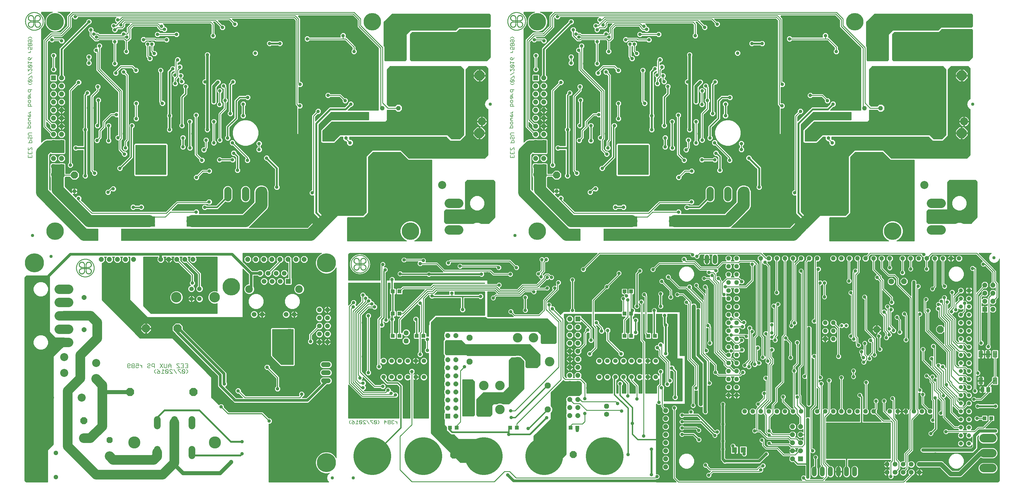
<source format=gbl>
G75*
G70*
%OFA0B0*%
%FSLAX24Y24*%
%IPPOS*%
%LPD*%
%AMOC8*
5,1,8,0,0,1.08239X$1,22.5*
%
%ADD10C,0.0050*%
%ADD11C,0.0060*%
%ADD12C,0.0885*%
%ADD13R,0.0197X0.0098*%
%ADD14C,0.0100*%
%ADD15C,0.0010*%
%ADD16R,0.0594X0.0594*%
%ADD17OC8,0.0594*%
%ADD18R,0.0098X0.0197*%
%ADD19C,0.1236*%
%ADD20OC8,0.1236*%
%ADD21C,0.1000*%
%ADD22OC8,0.0860*%
%ADD23R,0.0436X0.0436*%
%ADD24OC8,0.0560*%
%ADD25OC8,0.0520*%
%ADD26C,0.1000*%
%ADD27OC8,0.0885*%
%ADD28C,0.0825*%
%ADD29OC8,0.0760*%
%ADD30C,0.1502*%
%ADD31C,0.0594*%
%ADD32C,0.0594*%
%ADD33C,0.0560*%
%ADD34C,0.1306*%
%ADD35C,0.0945*%
%ADD36OC8,0.0600*%
%ADD37C,0.0397*%
%ADD38OC8,0.0630*%
%ADD39C,0.0630*%
%ADD40C,0.0560*%
%ADD41C,0.0860*%
%ADD42OC8,0.0554*%
%ADD43C,0.1181*%
%ADD44C,0.0768*%
%ADD45C,0.4685*%
%ADD46R,0.0472X0.0472*%
%ADD47C,0.1065*%
%ADD48C,0.0515*%
%ADD49R,0.0515X0.0515*%
%ADD50C,0.0554*%
%ADD51R,0.0630X0.0709*%
%ADD52R,0.0512X0.0591*%
%ADD53C,0.0083*%
%ADD54C,0.0400*%
%ADD55C,0.0700*%
%ADD56OC8,0.0700*%
%ADD57OC8,0.1000*%
%ADD58C,0.1181*%
%ADD59R,0.0396X0.0396*%
%ADD60OC8,0.0396*%
%ADD61C,0.0160*%
%ADD62C,0.0240*%
%ADD63C,0.0400*%
%ADD64C,0.1500*%
%ADD65C,0.0320*%
%ADD66C,0.0120*%
%ADD67C,0.0200*%
%ADD68C,0.0660*%
%ADD69R,0.0436X0.0436*%
%ADD70C,0.2165*%
%ADD71C,0.2362*%
%ADD72C,0.1500*%
%ADD73C,0.0500*%
%ADD74C,0.1200*%
%ADD75C,0.1350*%
D10*
X045154Y011180D02*
X045154Y011330D01*
X045304Y011480D01*
X045464Y011480D02*
X045614Y011405D01*
X045764Y011255D01*
X045539Y011255D01*
X045464Y011180D01*
X045464Y011105D01*
X045539Y011030D01*
X045689Y011030D01*
X045764Y011105D01*
X045764Y011255D01*
X045924Y011030D02*
X046225Y011030D01*
X046074Y011030D02*
X046074Y011480D01*
X046225Y011330D01*
X046385Y011405D02*
X046685Y011105D01*
X046610Y011030D01*
X046460Y011030D01*
X046385Y011105D01*
X046385Y011405D01*
X046460Y011480D01*
X046610Y011480D01*
X046685Y011405D01*
X046685Y011105D01*
X046845Y011030D02*
X047145Y011030D01*
X046845Y011330D01*
X046845Y011405D01*
X046920Y011480D01*
X047070Y011480D01*
X047145Y011405D01*
X047306Y011480D02*
X047606Y011030D01*
X047766Y011405D02*
X048066Y011105D01*
X048066Y011030D01*
X048226Y011105D02*
X048301Y011030D01*
X048452Y011030D01*
X048527Y011105D01*
X048226Y011405D01*
X048226Y011105D01*
X048226Y011405D02*
X048301Y011480D01*
X048452Y011480D01*
X048527Y011405D01*
X048527Y011105D01*
X048683Y011030D02*
X048833Y011180D01*
X048833Y011330D01*
X048683Y011480D01*
X048066Y011480D02*
X047766Y011480D01*
X047766Y011405D01*
X049454Y011255D02*
X049754Y011255D01*
X049529Y011480D01*
X049529Y011030D01*
X049914Y011105D02*
X049989Y011030D01*
X050215Y011030D01*
X050215Y011480D01*
X049989Y011480D01*
X049914Y011405D01*
X049914Y011330D01*
X049989Y011255D01*
X050215Y011255D01*
X050375Y011180D02*
X050375Y011105D01*
X050450Y011030D01*
X050600Y011030D01*
X050675Y011105D01*
X050525Y011255D02*
X050450Y011255D01*
X050375Y011180D01*
X050450Y011255D02*
X050375Y011330D01*
X050375Y011405D01*
X050450Y011480D01*
X050600Y011480D01*
X050675Y011405D01*
X050834Y011330D02*
X050909Y011330D01*
X051059Y011180D01*
X051059Y011030D02*
X051059Y011330D01*
X049989Y011255D02*
X049914Y011180D01*
X049914Y011105D01*
X045304Y011030D02*
X045154Y011180D01*
X065133Y044097D02*
X065133Y044397D01*
X065133Y044557D02*
X065133Y044858D01*
X065133Y045018D02*
X065133Y045318D01*
X065133Y045018D02*
X065208Y045018D01*
X065508Y045318D01*
X065583Y045318D01*
X065583Y045018D01*
X065583Y044858D02*
X065583Y044557D01*
X065133Y044557D01*
X065358Y044557D02*
X065358Y044708D01*
X065583Y044397D02*
X065583Y044097D01*
X065133Y044097D01*
X065358Y044097D02*
X065358Y044247D01*
X065283Y045939D02*
X065283Y046164D01*
X065358Y046239D01*
X065508Y046239D01*
X065583Y046164D01*
X065583Y045939D01*
X065133Y045939D01*
X065208Y046399D02*
X065133Y046474D01*
X065133Y046624D01*
X065208Y046699D01*
X065283Y046699D01*
X065358Y046624D01*
X065358Y046474D01*
X065433Y046399D01*
X065508Y046399D01*
X065583Y046474D01*
X065583Y046624D01*
X065508Y046699D01*
X065583Y046859D02*
X065208Y046859D01*
X065133Y046934D01*
X065133Y047085D01*
X065208Y047160D01*
X065583Y047160D01*
X065433Y047780D02*
X065433Y048005D01*
X065358Y048080D01*
X065208Y048080D01*
X065133Y048005D01*
X065133Y047780D01*
X064983Y047780D02*
X065433Y047780D01*
X065358Y048241D02*
X065208Y048241D01*
X065133Y048316D01*
X065133Y048466D01*
X065208Y048541D01*
X065358Y048541D01*
X065433Y048466D01*
X065433Y048316D01*
X065358Y048241D01*
X065433Y048701D02*
X065208Y048701D01*
X065133Y048776D01*
X065208Y048851D01*
X065133Y048926D01*
X065208Y049001D01*
X065433Y049001D01*
X065358Y049161D02*
X065433Y049236D01*
X065433Y049387D01*
X065358Y049462D01*
X065283Y049462D01*
X065283Y049161D01*
X065208Y049161D02*
X065358Y049161D01*
X065208Y049161D02*
X065133Y049236D01*
X065133Y049387D01*
X065133Y049622D02*
X065433Y049622D01*
X065283Y049622D02*
X065433Y049772D01*
X065433Y049847D01*
X065433Y050466D02*
X065433Y050691D01*
X065358Y050766D01*
X065208Y050766D01*
X065133Y050691D01*
X065133Y050466D01*
X065583Y050466D01*
X065358Y050926D02*
X065208Y050926D01*
X065133Y051001D01*
X065133Y051151D01*
X065208Y051226D01*
X065358Y051226D01*
X065433Y051151D01*
X065433Y051001D01*
X065358Y050926D01*
X065208Y051387D02*
X065283Y051462D01*
X065283Y051687D01*
X065358Y051687D02*
X065133Y051687D01*
X065133Y051462D01*
X065208Y051387D01*
X065433Y051462D02*
X065433Y051612D01*
X065358Y051687D01*
X065283Y051847D02*
X065433Y051997D01*
X065433Y052072D01*
X065358Y052231D02*
X065433Y052306D01*
X065433Y052531D01*
X065583Y052531D02*
X065133Y052531D01*
X065133Y052306D01*
X065208Y052231D01*
X065358Y052231D01*
X065433Y051847D02*
X065133Y051847D01*
X065283Y053151D02*
X065433Y053151D01*
X065583Y053302D01*
X065508Y053458D02*
X065583Y053533D01*
X065583Y053684D01*
X065508Y053759D01*
X065208Y053458D01*
X065133Y053533D01*
X065133Y053684D01*
X065208Y053759D01*
X065508Y053759D01*
X065583Y053919D02*
X065583Y054219D01*
X065508Y054219D01*
X065208Y053919D01*
X065133Y053919D01*
X065133Y054379D02*
X065583Y054679D01*
X065508Y054840D02*
X065583Y054915D01*
X065583Y055065D01*
X065508Y055140D01*
X065433Y055140D01*
X065133Y054840D01*
X065133Y055140D01*
X065208Y055300D02*
X065508Y055600D01*
X065208Y055600D01*
X065133Y055525D01*
X065133Y055375D01*
X065208Y055300D01*
X065508Y055300D01*
X065583Y055375D01*
X065583Y055525D01*
X065508Y055600D01*
X065433Y055760D02*
X065583Y055910D01*
X065133Y055910D01*
X065133Y055760D02*
X065133Y056061D01*
X065208Y056221D02*
X065133Y056296D01*
X065133Y056446D01*
X065208Y056521D01*
X065283Y056521D01*
X065358Y056446D01*
X065358Y056221D01*
X065208Y056221D01*
X065358Y056221D02*
X065508Y056371D01*
X065583Y056521D01*
X065433Y057141D02*
X065133Y057141D01*
X065283Y057141D02*
X065433Y057292D01*
X065433Y057367D01*
X065358Y057525D02*
X065433Y057675D01*
X065433Y057750D01*
X065358Y057825D01*
X065208Y057825D01*
X065133Y057750D01*
X065133Y057600D01*
X065208Y057525D01*
X065358Y057525D02*
X065583Y057525D01*
X065583Y057825D01*
X065583Y057986D02*
X065583Y058211D01*
X065508Y058286D01*
X065433Y058286D01*
X065358Y058211D01*
X065358Y057986D01*
X065358Y058211D02*
X065283Y058286D01*
X065208Y058286D01*
X065133Y058211D01*
X065133Y057986D01*
X065583Y057986D01*
X065508Y058446D02*
X065433Y058446D01*
X065358Y058521D01*
X065358Y058746D01*
X065208Y058746D02*
X065508Y058746D01*
X065583Y058671D01*
X065583Y058521D01*
X065508Y058446D01*
X065208Y058446D02*
X065133Y058521D01*
X065133Y058671D01*
X065208Y058746D01*
X065133Y058906D02*
X065283Y059056D01*
X065433Y059056D01*
X065583Y058906D01*
X065508Y053458D02*
X065208Y053458D01*
X065133Y053302D02*
X065283Y053151D01*
X005741Y053302D02*
X005591Y053151D01*
X005441Y053151D01*
X005290Y053302D01*
X005365Y053458D02*
X005666Y053759D01*
X005365Y053759D01*
X005290Y053684D01*
X005290Y053533D01*
X005365Y053458D01*
X005666Y053458D01*
X005741Y053533D01*
X005741Y053684D01*
X005666Y053759D01*
X005741Y053919D02*
X005741Y054219D01*
X005666Y054219D01*
X005365Y053919D01*
X005290Y053919D01*
X005290Y054379D02*
X005741Y054679D01*
X005666Y054840D02*
X005741Y054915D01*
X005741Y055065D01*
X005666Y055140D01*
X005591Y055140D01*
X005290Y054840D01*
X005290Y055140D01*
X005365Y055300D02*
X005666Y055600D01*
X005365Y055600D01*
X005290Y055525D01*
X005290Y055375D01*
X005365Y055300D01*
X005666Y055300D01*
X005741Y055375D01*
X005741Y055525D01*
X005666Y055600D01*
X005591Y055760D02*
X005741Y055910D01*
X005290Y055910D01*
X005290Y055760D02*
X005290Y056061D01*
X005365Y056221D02*
X005290Y056296D01*
X005290Y056446D01*
X005365Y056521D01*
X005441Y056521D01*
X005516Y056446D01*
X005516Y056221D01*
X005365Y056221D01*
X005516Y056221D02*
X005666Y056371D01*
X005741Y056521D01*
X005591Y057141D02*
X005290Y057141D01*
X005441Y057141D02*
X005591Y057292D01*
X005591Y057367D01*
X005516Y057525D02*
X005591Y057675D01*
X005591Y057750D01*
X005516Y057825D01*
X005365Y057825D01*
X005290Y057750D01*
X005290Y057600D01*
X005365Y057525D01*
X005516Y057525D02*
X005741Y057525D01*
X005741Y057825D01*
X005741Y057986D02*
X005290Y057986D01*
X005290Y058211D01*
X005365Y058286D01*
X005441Y058286D01*
X005516Y058211D01*
X005516Y057986D01*
X005516Y058211D02*
X005591Y058286D01*
X005666Y058286D01*
X005741Y058211D01*
X005741Y057986D01*
X005666Y058446D02*
X005591Y058446D01*
X005516Y058521D01*
X005516Y058746D01*
X005666Y058746D02*
X005741Y058671D01*
X005741Y058521D01*
X005666Y058446D01*
X005666Y058746D02*
X005365Y058746D01*
X005290Y058671D01*
X005290Y058521D01*
X005365Y058446D01*
X005290Y058906D02*
X005441Y059056D01*
X005591Y059056D01*
X005741Y058906D01*
X005741Y052531D02*
X005290Y052531D01*
X005290Y052306D01*
X005365Y052231D01*
X005516Y052231D01*
X005591Y052306D01*
X005591Y052531D01*
X005591Y052072D02*
X005591Y051997D01*
X005441Y051847D01*
X005591Y051847D02*
X005290Y051847D01*
X005290Y051687D02*
X005290Y051462D01*
X005365Y051387D01*
X005441Y051462D01*
X005441Y051687D01*
X005516Y051687D02*
X005290Y051687D01*
X005516Y051687D02*
X005591Y051612D01*
X005591Y051462D01*
X005516Y051226D02*
X005591Y051151D01*
X005591Y051001D01*
X005516Y050926D01*
X005365Y050926D01*
X005290Y051001D01*
X005290Y051151D01*
X005365Y051226D01*
X005516Y051226D01*
X005516Y050766D02*
X005365Y050766D01*
X005290Y050691D01*
X005290Y050466D01*
X005741Y050466D01*
X005591Y050466D02*
X005591Y050691D01*
X005516Y050766D01*
X005591Y049847D02*
X005591Y049772D01*
X005441Y049622D01*
X005591Y049622D02*
X005290Y049622D01*
X005441Y049462D02*
X005441Y049161D01*
X005516Y049161D02*
X005591Y049236D01*
X005591Y049387D01*
X005516Y049462D01*
X005441Y049462D01*
X005290Y049387D02*
X005290Y049236D01*
X005365Y049161D01*
X005516Y049161D01*
X005591Y049001D02*
X005365Y049001D01*
X005290Y048926D01*
X005365Y048851D01*
X005290Y048776D01*
X005365Y048701D01*
X005591Y048701D01*
X005516Y048541D02*
X005591Y048466D01*
X005591Y048316D01*
X005516Y048241D01*
X005365Y048241D01*
X005290Y048316D01*
X005290Y048466D01*
X005365Y048541D01*
X005516Y048541D01*
X005516Y048080D02*
X005365Y048080D01*
X005290Y048005D01*
X005290Y047780D01*
X005140Y047780D02*
X005591Y047780D01*
X005591Y048005D01*
X005516Y048080D01*
X005365Y047160D02*
X005741Y047160D01*
X005741Y046859D02*
X005365Y046859D01*
X005290Y046934D01*
X005290Y047085D01*
X005365Y047160D01*
X005365Y046699D02*
X005290Y046624D01*
X005290Y046474D01*
X005365Y046399D01*
X005516Y046474D02*
X005516Y046624D01*
X005441Y046699D01*
X005365Y046699D01*
X005516Y046474D02*
X005591Y046399D01*
X005666Y046399D01*
X005741Y046474D01*
X005741Y046624D01*
X005666Y046699D01*
X005666Y046239D02*
X005516Y046239D01*
X005441Y046164D01*
X005441Y045939D01*
X005290Y045939D02*
X005741Y045939D01*
X005741Y046164D01*
X005666Y046239D01*
X005666Y045318D02*
X005365Y045018D01*
X005290Y045018D01*
X005290Y045318D01*
X005666Y045318D02*
X005741Y045318D01*
X005741Y045018D01*
X005741Y044858D02*
X005741Y044557D01*
X005290Y044557D01*
X005290Y044858D01*
X005516Y044708D02*
X005516Y044557D01*
X005741Y044397D02*
X005741Y044097D01*
X005290Y044097D01*
X005290Y044397D01*
X005516Y044247D02*
X005516Y044097D01*
D11*
X017693Y018483D02*
X017860Y018483D01*
X017944Y018400D01*
X017944Y018317D01*
X017860Y018233D01*
X017610Y018233D01*
X017610Y018066D02*
X017610Y018400D01*
X017693Y018483D01*
X017610Y018066D02*
X017693Y017983D01*
X017860Y017983D01*
X017944Y018066D01*
X018126Y018066D02*
X018209Y017983D01*
X018459Y017983D01*
X018459Y018483D01*
X018209Y018483D01*
X018126Y018400D01*
X018126Y018317D01*
X018209Y018233D01*
X018459Y018233D01*
X018641Y018233D02*
X018641Y018066D01*
X018725Y017983D01*
X018891Y017983D01*
X018975Y018066D01*
X018975Y018233D02*
X018808Y018317D01*
X018725Y018317D01*
X018641Y018233D01*
X018641Y018483D02*
X018975Y018483D01*
X018975Y018233D01*
X019154Y018317D02*
X019238Y018317D01*
X019405Y018150D01*
X019405Y017983D02*
X019405Y018317D01*
X020102Y018400D02*
X020186Y018483D01*
X020352Y018483D01*
X020436Y018400D01*
X020436Y018317D01*
X020352Y018233D01*
X020186Y018233D01*
X020102Y018150D01*
X020102Y018066D01*
X020186Y017983D01*
X020352Y017983D01*
X020436Y018066D01*
X020618Y018233D02*
X020701Y018150D01*
X020951Y018150D01*
X020951Y017983D02*
X020951Y018483D01*
X020701Y018483D01*
X020618Y018400D01*
X020618Y018233D01*
X021123Y017783D02*
X020957Y017617D01*
X020957Y017450D01*
X021123Y017283D01*
X021305Y017366D02*
X021305Y017450D01*
X021389Y017533D01*
X021639Y017533D01*
X021639Y017366D01*
X021556Y017283D01*
X021389Y017283D01*
X021305Y017366D01*
X021472Y017700D02*
X021639Y017533D01*
X021472Y017700D02*
X021305Y017783D01*
X021649Y017983D02*
X021983Y018483D01*
X022165Y018483D02*
X022165Y018066D01*
X022248Y017983D01*
X022415Y017983D01*
X022498Y018066D01*
X022498Y018483D01*
X022680Y018317D02*
X022680Y017983D01*
X022587Y017783D02*
X022420Y017783D01*
X022337Y017700D01*
X022670Y017366D01*
X022587Y017283D01*
X022420Y017283D01*
X022337Y017366D01*
X022337Y017700D01*
X022155Y017617D02*
X021988Y017783D01*
X021988Y017283D01*
X022155Y017283D02*
X021821Y017283D01*
X021983Y017983D02*
X021649Y018483D01*
X022680Y018317D02*
X022847Y018483D01*
X023014Y018317D01*
X023014Y017983D01*
X022936Y017783D02*
X023102Y017783D01*
X023186Y017700D01*
X023368Y017783D02*
X023702Y017283D01*
X023884Y017700D02*
X024217Y017366D01*
X024217Y017283D01*
X024399Y017366D02*
X024399Y017700D01*
X024733Y017366D01*
X024649Y017283D01*
X024483Y017283D01*
X024399Y017366D01*
X024733Y017366D02*
X024733Y017700D01*
X024649Y017783D01*
X024483Y017783D01*
X024399Y017700D01*
X024217Y017783D02*
X023884Y017783D01*
X023884Y017700D01*
X024045Y017983D02*
X023712Y017983D01*
X024045Y017983D02*
X024045Y018066D01*
X023712Y018400D01*
X023712Y018483D01*
X024045Y018483D01*
X024227Y018483D02*
X024561Y018483D01*
X024561Y017983D01*
X024227Y017983D01*
X024394Y018233D02*
X024561Y018233D01*
X024743Y017983D02*
X025077Y017983D01*
X025077Y018483D01*
X024743Y018483D01*
X024910Y018233D02*
X025077Y018233D01*
X024910Y017783D02*
X025077Y017617D01*
X025077Y017450D01*
X024910Y017283D01*
X023186Y017283D02*
X022852Y017617D01*
X022852Y017700D01*
X022936Y017783D01*
X022670Y017700D02*
X022587Y017783D01*
X022670Y017700D02*
X022670Y017366D01*
X022852Y017283D02*
X023186Y017283D01*
X023014Y018233D02*
X022680Y018233D01*
X018209Y018233D02*
X018126Y018150D01*
X018126Y018066D01*
D12*
X030052Y039130D02*
X030052Y040015D01*
X032252Y040015D02*
X032252Y039130D01*
X034452Y039130D02*
X034452Y040015D01*
X089895Y040015D02*
X089895Y039130D01*
X092095Y039130D02*
X092095Y040015D01*
X094295Y040015D02*
X094295Y039130D01*
D13*
X101683Y036168D03*
X101683Y036076D03*
X093040Y007593D03*
X093040Y007501D03*
X041840Y036076D03*
X041840Y036168D03*
D14*
X004890Y003962D02*
X004931Y003906D01*
X004987Y003866D01*
X005052Y003844D01*
X005087Y003842D01*
X007690Y003842D01*
X007690Y007797D01*
X008390Y008497D01*
X008390Y019422D01*
X009615Y020647D01*
X009765Y020647D01*
X009765Y021747D01*
X008640Y021747D01*
X007915Y022472D01*
X007915Y029422D01*
X005090Y029422D01*
X004866Y029198D01*
X004866Y004063D01*
X007690Y004063D01*
X007690Y003965D02*
X004889Y003965D01*
X004890Y003962D02*
X004869Y004028D01*
X004866Y004063D01*
X004866Y004162D02*
X007690Y004162D01*
X007690Y004260D02*
X004866Y004260D01*
X004866Y004359D02*
X007690Y004359D01*
X007690Y004457D02*
X004866Y004457D01*
X004866Y004556D02*
X007690Y004556D01*
X007690Y004654D02*
X004866Y004654D01*
X004866Y004753D02*
X007690Y004753D01*
X007690Y004851D02*
X004866Y004851D01*
X004866Y004950D02*
X007690Y004950D01*
X007690Y005048D02*
X004866Y005048D01*
X004866Y005147D02*
X007690Y005147D01*
X007690Y005245D02*
X004866Y005245D01*
X004866Y005344D02*
X007690Y005344D01*
X007690Y005442D02*
X004866Y005442D01*
X004866Y005541D02*
X007690Y005541D01*
X007690Y005639D02*
X004866Y005639D01*
X004866Y005738D02*
X007690Y005738D01*
X007690Y005836D02*
X004866Y005836D01*
X004866Y005935D02*
X007690Y005935D01*
X007690Y006033D02*
X004866Y006033D01*
X004866Y006132D02*
X007690Y006132D01*
X007690Y006230D02*
X004866Y006230D01*
X004866Y006329D02*
X007690Y006329D01*
X007690Y006427D02*
X004866Y006427D01*
X004866Y006526D02*
X007690Y006526D01*
X007690Y006624D02*
X004866Y006624D01*
X004866Y006723D02*
X007690Y006723D01*
X007690Y006821D02*
X004866Y006821D01*
X004866Y006920D02*
X007690Y006920D01*
X007690Y007018D02*
X004866Y007018D01*
X004866Y007117D02*
X007690Y007117D01*
X007690Y007215D02*
X004866Y007215D01*
X004866Y007314D02*
X007690Y007314D01*
X007690Y007412D02*
X004866Y007412D01*
X004866Y007511D02*
X007690Y007511D01*
X007690Y007609D02*
X004866Y007609D01*
X004866Y007708D02*
X007690Y007708D01*
X007699Y007806D02*
X004866Y007806D01*
X004866Y007905D02*
X007798Y007905D01*
X007896Y008003D02*
X004866Y008003D01*
X004866Y008102D02*
X007995Y008102D01*
X008093Y008200D02*
X004866Y008200D01*
X004866Y008299D02*
X008192Y008299D01*
X008290Y008397D02*
X004866Y008397D01*
X004866Y008496D02*
X008389Y008496D01*
X008390Y008594D02*
X004866Y008594D01*
X004866Y008693D02*
X008390Y008693D01*
X008390Y008791D02*
X004866Y008791D01*
X004866Y008890D02*
X008390Y008890D01*
X008390Y008988D02*
X004866Y008988D01*
X004866Y009087D02*
X008390Y009087D01*
X008390Y009185D02*
X004866Y009185D01*
X004866Y009284D02*
X008390Y009284D01*
X008390Y009382D02*
X004866Y009382D01*
X004866Y009481D02*
X008390Y009481D01*
X008390Y009579D02*
X004866Y009579D01*
X004866Y009678D02*
X008390Y009678D01*
X008390Y009776D02*
X004866Y009776D01*
X004866Y009875D02*
X008390Y009875D01*
X008390Y009973D02*
X004866Y009973D01*
X004866Y010072D02*
X008390Y010072D01*
X008390Y010170D02*
X004866Y010170D01*
X004866Y010269D02*
X008390Y010269D01*
X008390Y010367D02*
X004866Y010367D01*
X004866Y010466D02*
X008390Y010466D01*
X008390Y010564D02*
X004866Y010564D01*
X004866Y010663D02*
X008390Y010663D01*
X008390Y010761D02*
X004866Y010761D01*
X004866Y010860D02*
X008390Y010860D01*
X008390Y010958D02*
X004866Y010958D01*
X004866Y011057D02*
X008390Y011057D01*
X008390Y011155D02*
X004866Y011155D01*
X004866Y011254D02*
X008390Y011254D01*
X008390Y011352D02*
X004866Y011352D01*
X004866Y011451D02*
X008390Y011451D01*
X008390Y011549D02*
X004866Y011549D01*
X004866Y011648D02*
X008390Y011648D01*
X008390Y011746D02*
X004866Y011746D01*
X004866Y011845D02*
X008390Y011845D01*
X008390Y011943D02*
X004866Y011943D01*
X004866Y012042D02*
X008390Y012042D01*
X008390Y012140D02*
X004866Y012140D01*
X004866Y012239D02*
X008390Y012239D01*
X008390Y012337D02*
X004866Y012337D01*
X004866Y012436D02*
X008390Y012436D01*
X008390Y012534D02*
X004866Y012534D01*
X004866Y012633D02*
X008390Y012633D01*
X008390Y012731D02*
X004866Y012731D01*
X004866Y012830D02*
X008390Y012830D01*
X008390Y012928D02*
X004866Y012928D01*
X004866Y013027D02*
X008390Y013027D01*
X008390Y013125D02*
X004866Y013125D01*
X004866Y013224D02*
X008390Y013224D01*
X008390Y013322D02*
X004866Y013322D01*
X004866Y013421D02*
X008390Y013421D01*
X008390Y013519D02*
X004866Y013519D01*
X004866Y013618D02*
X008390Y013618D01*
X008390Y013716D02*
X004866Y013716D01*
X004866Y013815D02*
X008390Y013815D01*
X008390Y013913D02*
X004866Y013913D01*
X004866Y014012D02*
X008390Y014012D01*
X008390Y014110D02*
X004866Y014110D01*
X004866Y014209D02*
X008390Y014209D01*
X008390Y014307D02*
X004866Y014307D01*
X004866Y014406D02*
X008390Y014406D01*
X008390Y014504D02*
X004866Y014504D01*
X004866Y014603D02*
X008390Y014603D01*
X008390Y014701D02*
X004866Y014701D01*
X004866Y014800D02*
X008390Y014800D01*
X008390Y014898D02*
X004866Y014898D01*
X004866Y014997D02*
X008390Y014997D01*
X008390Y015095D02*
X004866Y015095D01*
X004866Y015194D02*
X008390Y015194D01*
X008390Y015292D02*
X004866Y015292D01*
X004866Y015391D02*
X008390Y015391D01*
X008390Y015489D02*
X004866Y015489D01*
X004866Y015588D02*
X008390Y015588D01*
X008390Y015686D02*
X004866Y015686D01*
X004866Y015785D02*
X008390Y015785D01*
X008390Y015883D02*
X004866Y015883D01*
X004866Y015982D02*
X008390Y015982D01*
X008390Y016080D02*
X004866Y016080D01*
X004866Y016179D02*
X008390Y016179D01*
X008390Y016277D02*
X004866Y016277D01*
X004866Y016376D02*
X008390Y016376D01*
X008390Y016474D02*
X004866Y016474D01*
X004866Y016573D02*
X008390Y016573D01*
X008390Y016671D02*
X004866Y016671D01*
X004866Y016770D02*
X008390Y016770D01*
X008390Y016868D02*
X004866Y016868D01*
X004866Y016967D02*
X008390Y016967D01*
X008390Y017065D02*
X004866Y017065D01*
X004866Y017164D02*
X008390Y017164D01*
X008390Y017262D02*
X004866Y017262D01*
X004866Y017361D02*
X008390Y017361D01*
X008390Y017459D02*
X004866Y017459D01*
X004866Y017558D02*
X008390Y017558D01*
X008390Y017656D02*
X004866Y017656D01*
X004866Y017755D02*
X008390Y017755D01*
X008390Y017853D02*
X004866Y017853D01*
X004866Y017952D02*
X008390Y017952D01*
X008390Y018050D02*
X004866Y018050D01*
X004866Y018149D02*
X008390Y018149D01*
X008390Y018247D02*
X004866Y018247D01*
X004866Y018346D02*
X008390Y018346D01*
X008390Y018444D02*
X004866Y018444D01*
X004866Y018543D02*
X008390Y018543D01*
X008390Y018641D02*
X004866Y018641D01*
X004866Y018740D02*
X008390Y018740D01*
X008390Y018838D02*
X004866Y018838D01*
X004866Y018937D02*
X008390Y018937D01*
X008390Y019035D02*
X004866Y019035D01*
X004866Y019134D02*
X008390Y019134D01*
X008390Y019232D02*
X004866Y019232D01*
X004866Y019331D02*
X008390Y019331D01*
X008397Y019429D02*
X004866Y019429D01*
X004866Y019528D02*
X008496Y019528D01*
X008594Y019626D02*
X004866Y019626D01*
X004866Y019725D02*
X008693Y019725D01*
X008791Y019823D02*
X004866Y019823D01*
X004866Y019922D02*
X008890Y019922D01*
X008988Y020020D02*
X004866Y020020D01*
X004866Y020119D02*
X009087Y020119D01*
X009185Y020217D02*
X004866Y020217D01*
X004866Y020316D02*
X006417Y020316D01*
X006309Y020361D02*
X006654Y020217D01*
X007028Y020217D01*
X007374Y020361D01*
X007639Y020625D01*
X007782Y020971D01*
X007782Y021345D01*
X007639Y021691D01*
X007374Y021955D01*
X007028Y022098D01*
X006654Y022098D01*
X006309Y021955D01*
X006044Y021691D01*
X005901Y021345D01*
X005901Y020971D01*
X006044Y020625D01*
X006309Y020361D01*
X006255Y020414D02*
X004866Y020414D01*
X004866Y020513D02*
X006157Y020513D01*
X006058Y020611D02*
X004866Y020611D01*
X004866Y020710D02*
X006009Y020710D01*
X005968Y020808D02*
X004866Y020808D01*
X004866Y020907D02*
X005927Y020907D01*
X005901Y021005D02*
X004866Y021005D01*
X004866Y021104D02*
X005901Y021104D01*
X005901Y021202D02*
X004866Y021202D01*
X004866Y021301D02*
X005901Y021301D01*
X005923Y021399D02*
X004866Y021399D01*
X004866Y021498D02*
X005964Y021498D01*
X006005Y021596D02*
X004866Y021596D01*
X004866Y021695D02*
X006048Y021695D01*
X006146Y021793D02*
X004866Y021793D01*
X004866Y021892D02*
X006245Y021892D01*
X006393Y021990D02*
X004866Y021990D01*
X004866Y022089D02*
X006631Y022089D01*
X007052Y022089D02*
X008299Y022089D01*
X008200Y022187D02*
X004866Y022187D01*
X004866Y022286D02*
X008102Y022286D01*
X008003Y022384D02*
X004866Y022384D01*
X004866Y022483D02*
X007915Y022483D01*
X007915Y022581D02*
X004866Y022581D01*
X004866Y022680D02*
X007915Y022680D01*
X007915Y022778D02*
X004866Y022778D01*
X004866Y022877D02*
X007915Y022877D01*
X007915Y022975D02*
X004866Y022975D01*
X004866Y023074D02*
X007915Y023074D01*
X007915Y023172D02*
X004866Y023172D01*
X004866Y023271D02*
X007915Y023271D01*
X007915Y023369D02*
X004866Y023369D01*
X004866Y023468D02*
X007915Y023468D01*
X007915Y023566D02*
X004866Y023566D01*
X004866Y023665D02*
X007915Y023665D01*
X007915Y023763D02*
X004866Y023763D01*
X004866Y023862D02*
X007915Y023862D01*
X007915Y023960D02*
X004866Y023960D01*
X004866Y024059D02*
X007915Y024059D01*
X007915Y024157D02*
X004866Y024157D01*
X004866Y024256D02*
X007915Y024256D01*
X007915Y024354D02*
X004866Y024354D01*
X004866Y024453D02*
X007915Y024453D01*
X007915Y024551D02*
X004866Y024551D01*
X004866Y024650D02*
X007915Y024650D01*
X007915Y024748D02*
X004866Y024748D01*
X004866Y024847D02*
X007915Y024847D01*
X007915Y024945D02*
X004866Y024945D01*
X004866Y025044D02*
X007915Y025044D01*
X007915Y025142D02*
X004866Y025142D01*
X004866Y025241D02*
X007915Y025241D01*
X007915Y025339D02*
X004866Y025339D01*
X004866Y025438D02*
X007915Y025438D01*
X007915Y025536D02*
X004866Y025536D01*
X004866Y025635D02*
X007915Y025635D01*
X007915Y025733D02*
X004866Y025733D01*
X004866Y025832D02*
X007915Y025832D01*
X007915Y025930D02*
X004866Y025930D01*
X004866Y026029D02*
X007915Y026029D01*
X007915Y026127D02*
X004866Y026127D01*
X004866Y026226D02*
X007915Y026226D01*
X007915Y026324D02*
X004866Y026324D01*
X004866Y026423D02*
X007915Y026423D01*
X007915Y026521D02*
X004866Y026521D01*
X004866Y026620D02*
X007915Y026620D01*
X007915Y026718D02*
X004866Y026718D01*
X004866Y026817D02*
X007915Y026817D01*
X007915Y026915D02*
X007230Y026915D01*
X007374Y026975D02*
X007639Y027239D01*
X007782Y027585D01*
X007782Y027959D01*
X007639Y028305D01*
X007374Y028569D01*
X007028Y028713D01*
X006654Y028713D01*
X006309Y028569D01*
X006044Y028305D01*
X005901Y027959D01*
X005901Y027585D01*
X006044Y027239D01*
X006309Y026975D01*
X006654Y026831D01*
X007028Y026831D01*
X007374Y026975D01*
X007413Y027014D02*
X007915Y027014D01*
X007915Y027112D02*
X007512Y027112D01*
X007610Y027211D02*
X007915Y027211D01*
X007915Y027309D02*
X007668Y027309D01*
X007708Y027408D02*
X007915Y027408D01*
X007915Y027506D02*
X007749Y027506D01*
X007782Y027605D02*
X007915Y027605D01*
X007915Y027703D02*
X007782Y027703D01*
X007782Y027802D02*
X007915Y027802D01*
X007915Y027900D02*
X007782Y027900D01*
X007766Y027999D02*
X007915Y027999D01*
X007915Y028097D02*
X007725Y028097D01*
X007684Y028196D02*
X007915Y028196D01*
X007915Y028294D02*
X007643Y028294D01*
X007551Y028393D02*
X007915Y028393D01*
X007915Y028491D02*
X007452Y028491D01*
X007325Y028590D02*
X007915Y028590D01*
X007915Y028688D02*
X007088Y028688D01*
X006595Y028688D02*
X004866Y028688D01*
X004866Y028590D02*
X006357Y028590D01*
X006230Y028491D02*
X004866Y028491D01*
X004866Y028393D02*
X006132Y028393D01*
X006040Y028294D02*
X004866Y028294D01*
X004866Y028196D02*
X005999Y028196D01*
X005958Y028097D02*
X004866Y028097D01*
X004866Y027999D02*
X005917Y027999D01*
X005901Y027900D02*
X004866Y027900D01*
X004866Y027802D02*
X005901Y027802D01*
X005901Y027703D02*
X004866Y027703D01*
X004866Y027605D02*
X005901Y027605D01*
X005934Y027506D02*
X004866Y027506D01*
X004866Y027408D02*
X005974Y027408D01*
X006015Y027309D02*
X004866Y027309D01*
X004866Y027211D02*
X006073Y027211D01*
X006171Y027112D02*
X004866Y027112D01*
X004866Y027014D02*
X006270Y027014D01*
X006452Y026915D02*
X004866Y026915D01*
X004866Y028787D02*
X007915Y028787D01*
X007915Y028885D02*
X004866Y028885D01*
X004866Y028984D02*
X007915Y028984D01*
X007915Y029082D02*
X004866Y029082D01*
X004866Y029181D02*
X007915Y029181D01*
X007915Y029279D02*
X004947Y029279D01*
X005046Y029378D02*
X007915Y029378D01*
X011951Y030322D02*
X012778Y030322D01*
X012778Y030480D02*
X011951Y030480D01*
X011264Y030401D02*
X011266Y030467D01*
X011272Y030532D01*
X011282Y030597D01*
X011295Y030662D01*
X011313Y030725D01*
X011334Y030788D01*
X011359Y030848D01*
X011388Y030908D01*
X011420Y030965D01*
X011455Y031021D01*
X011494Y031074D01*
X011536Y031125D01*
X011580Y031173D01*
X011628Y031218D01*
X011678Y031261D01*
X011731Y031300D01*
X011786Y031337D01*
X011843Y031370D01*
X011902Y031399D01*
X011962Y031425D01*
X012024Y031447D01*
X012087Y031466D01*
X012151Y031480D01*
X012216Y031491D01*
X012282Y031498D01*
X012348Y031501D01*
X012413Y031500D01*
X012479Y031495D01*
X012544Y031486D01*
X012609Y031473D01*
X012672Y031457D01*
X012735Y031437D01*
X012796Y031412D01*
X012856Y031385D01*
X012914Y031354D01*
X012970Y031319D01*
X013024Y031281D01*
X013075Y031240D01*
X013124Y031196D01*
X013170Y031149D01*
X013214Y031100D01*
X013254Y031048D01*
X013291Y030993D01*
X013325Y030937D01*
X013355Y030878D01*
X013382Y030818D01*
X013405Y030757D01*
X013424Y030694D01*
X013440Y030630D01*
X013452Y030565D01*
X013460Y030500D01*
X013464Y030434D01*
X013464Y030368D01*
X013460Y030302D01*
X013452Y030237D01*
X013440Y030172D01*
X013424Y030108D01*
X013405Y030045D01*
X013382Y029984D01*
X013355Y029924D01*
X013325Y029865D01*
X013291Y029809D01*
X013254Y029754D01*
X013214Y029702D01*
X013170Y029653D01*
X013124Y029606D01*
X013075Y029562D01*
X013024Y029521D01*
X012970Y029483D01*
X012914Y029448D01*
X012856Y029417D01*
X012796Y029390D01*
X012735Y029365D01*
X012672Y029345D01*
X012609Y029329D01*
X012544Y029316D01*
X012479Y029307D01*
X012413Y029302D01*
X012348Y029301D01*
X012282Y029304D01*
X012216Y029311D01*
X012151Y029322D01*
X012087Y029336D01*
X012024Y029355D01*
X011962Y029377D01*
X011902Y029403D01*
X011843Y029432D01*
X011786Y029465D01*
X011731Y029502D01*
X011678Y029541D01*
X011628Y029584D01*
X011580Y029629D01*
X011536Y029677D01*
X011494Y029728D01*
X011455Y029781D01*
X011420Y029837D01*
X011388Y029894D01*
X011359Y029954D01*
X011334Y030014D01*
X011313Y030077D01*
X011295Y030140D01*
X011282Y030205D01*
X011272Y030270D01*
X011266Y030335D01*
X011264Y030401D01*
X012266Y030007D02*
X012266Y030795D01*
X012463Y030795D02*
X012463Y030007D01*
X014465Y029969D02*
X017890Y029969D01*
X017890Y030067D02*
X014465Y030067D01*
X014465Y030166D02*
X017890Y030166D01*
X017890Y030264D02*
X014465Y030264D01*
X014465Y030363D02*
X017890Y030363D01*
X017890Y030461D02*
X014465Y030461D01*
X014465Y030560D02*
X017890Y030560D01*
X017890Y030658D02*
X014465Y030658D01*
X014465Y030757D02*
X017890Y030757D01*
X017890Y030855D02*
X014465Y030855D01*
X014465Y030954D02*
X017890Y030954D01*
X017890Y031052D02*
X017606Y031052D01*
X017559Y031005D02*
X017832Y031279D01*
X017832Y031665D01*
X017731Y031767D01*
X017890Y031767D01*
X017890Y026447D01*
X020065Y024272D01*
X031915Y024272D01*
X031940Y024397D01*
X031940Y030280D01*
X032611Y029609D01*
X032611Y028420D01*
X032578Y028420D01*
X032341Y028322D01*
X032161Y028141D01*
X032063Y027905D01*
X032063Y027650D01*
X032161Y027414D01*
X032341Y027233D01*
X032578Y027135D01*
X032833Y027135D01*
X033069Y027233D01*
X033250Y027414D01*
X033348Y027650D01*
X033348Y027905D01*
X033276Y028079D01*
X033271Y028111D01*
X033271Y029416D01*
X033726Y029416D01*
X033791Y029350D01*
X033963Y029279D01*
X034149Y029279D01*
X034320Y029350D01*
X034452Y029482D01*
X034523Y029653D01*
X034523Y029839D01*
X034452Y030011D01*
X034320Y030142D01*
X034149Y030213D01*
X033963Y030213D01*
X033791Y030142D01*
X033726Y030076D01*
X033078Y030076D01*
X031940Y031214D01*
X031940Y032236D01*
X041677Y032236D01*
X041462Y032112D01*
X041210Y031861D01*
X041033Y031553D01*
X040940Y031209D01*
X040940Y030853D01*
X041033Y030510D01*
X041210Y030202D01*
X041462Y029950D01*
X041770Y029772D01*
X042114Y029680D01*
X042469Y029680D01*
X042813Y029772D01*
X043121Y029950D01*
X043373Y030202D01*
X043497Y030416D01*
X043497Y006843D01*
X043373Y007058D01*
X043121Y007309D01*
X042813Y007487D01*
X042469Y007579D01*
X042114Y007579D01*
X041770Y007487D01*
X041462Y007309D01*
X041210Y007058D01*
X041033Y006749D01*
X040940Y006406D01*
X040940Y006050D01*
X041033Y005706D01*
X041210Y005398D01*
X041462Y005147D01*
X041770Y004969D01*
X042114Y004877D01*
X042469Y004877D01*
X042660Y004928D01*
X042582Y004890D01*
X042389Y004649D01*
X042389Y004649D01*
X042320Y004347D01*
X042389Y004045D01*
X042552Y003842D01*
X035165Y003842D01*
X035165Y011029D01*
X035343Y011029D01*
X035559Y011245D01*
X035559Y011550D01*
X035343Y011765D01*
X035148Y011765D01*
X034386Y012527D01*
X030186Y012527D01*
X029584Y013129D01*
X029584Y013325D01*
X029368Y013540D01*
X029063Y013540D01*
X028955Y013432D01*
X028040Y014347D01*
X028040Y016847D01*
X023190Y021697D01*
X019165Y021697D01*
X014465Y026422D01*
X014465Y031005D01*
X014559Y031005D01*
X014832Y031279D01*
X014832Y031665D01*
X014731Y031767D01*
X015000Y031767D01*
X014899Y031665D01*
X014899Y031279D01*
X015172Y031005D01*
X015559Y031005D01*
X015832Y031279D01*
X015832Y031665D01*
X015731Y031767D01*
X016000Y031767D01*
X015899Y031665D01*
X015899Y031279D01*
X016172Y031005D01*
X016559Y031005D01*
X016832Y031279D01*
X016832Y031665D01*
X016731Y031767D01*
X017000Y031767D01*
X016899Y031665D01*
X016899Y031279D01*
X017172Y031005D01*
X017559Y031005D01*
X017704Y031151D02*
X017890Y031151D01*
X017890Y031249D02*
X017803Y031249D01*
X017832Y031348D02*
X017890Y031348D01*
X017890Y031446D02*
X017832Y031446D01*
X017832Y031545D02*
X017890Y031545D01*
X017890Y031643D02*
X017832Y031643D01*
X017890Y031742D02*
X017756Y031742D01*
X016975Y031742D02*
X016756Y031742D01*
X016832Y031643D02*
X016899Y031643D01*
X016899Y031545D02*
X016832Y031545D01*
X016832Y031446D02*
X016899Y031446D01*
X016899Y031348D02*
X016832Y031348D01*
X016803Y031249D02*
X016928Y031249D01*
X017027Y031151D02*
X016704Y031151D01*
X016606Y031052D02*
X017125Y031052D01*
X016125Y031052D02*
X015606Y031052D01*
X015704Y031151D02*
X016027Y031151D01*
X015928Y031249D02*
X015803Y031249D01*
X015832Y031348D02*
X015899Y031348D01*
X015899Y031446D02*
X015832Y031446D01*
X015832Y031545D02*
X015899Y031545D01*
X015899Y031643D02*
X015832Y031643D01*
X015756Y031742D02*
X015975Y031742D01*
X014975Y031742D02*
X014756Y031742D01*
X014832Y031643D02*
X014899Y031643D01*
X014899Y031545D02*
X014832Y031545D01*
X014832Y031446D02*
X014899Y031446D01*
X014899Y031348D02*
X014832Y031348D01*
X014803Y031249D02*
X014928Y031249D01*
X015027Y031151D02*
X014704Y031151D01*
X014606Y031052D02*
X015125Y031052D01*
X014465Y029870D02*
X017890Y029870D01*
X017890Y029772D02*
X014465Y029772D01*
X014465Y029673D02*
X017890Y029673D01*
X017890Y029575D02*
X014465Y029575D01*
X014465Y029476D02*
X017890Y029476D01*
X017890Y029378D02*
X014465Y029378D01*
X014465Y029279D02*
X017890Y029279D01*
X017890Y029181D02*
X014465Y029181D01*
X014465Y029082D02*
X017890Y029082D01*
X017890Y028984D02*
X014465Y028984D01*
X014465Y028885D02*
X017890Y028885D01*
X017890Y028787D02*
X014465Y028787D01*
X014465Y028688D02*
X017890Y028688D01*
X017890Y028590D02*
X014465Y028590D01*
X014465Y028491D02*
X017890Y028491D01*
X017890Y028393D02*
X014465Y028393D01*
X014465Y028294D02*
X017890Y028294D01*
X017890Y028196D02*
X014465Y028196D01*
X014465Y028097D02*
X017890Y028097D01*
X017890Y027999D02*
X014465Y027999D01*
X014465Y027900D02*
X017890Y027900D01*
X017890Y027802D02*
X014465Y027802D01*
X014465Y027703D02*
X017890Y027703D01*
X017890Y027605D02*
X014465Y027605D01*
X014465Y027506D02*
X017890Y027506D01*
X017890Y027408D02*
X014465Y027408D01*
X014465Y027309D02*
X017890Y027309D01*
X017890Y027211D02*
X014465Y027211D01*
X014465Y027112D02*
X017890Y027112D01*
X017890Y027014D02*
X014465Y027014D01*
X014465Y026915D02*
X017890Y026915D01*
X017890Y026817D02*
X014465Y026817D01*
X014465Y026718D02*
X017890Y026718D01*
X017890Y026620D02*
X014465Y026620D01*
X014465Y026521D02*
X017890Y026521D01*
X017915Y026423D02*
X014465Y026423D01*
X014563Y026324D02*
X018013Y026324D01*
X018112Y026226D02*
X014661Y026226D01*
X014759Y026127D02*
X018210Y026127D01*
X018309Y026029D02*
X014857Y026029D01*
X014955Y025930D02*
X018407Y025930D01*
X018506Y025832D02*
X015053Y025832D01*
X015151Y025733D02*
X018604Y025733D01*
X018703Y025635D02*
X015249Y025635D01*
X015347Y025536D02*
X018801Y025536D01*
X018900Y025438D02*
X015445Y025438D01*
X015543Y025339D02*
X018998Y025339D01*
X019097Y025241D02*
X015641Y025241D01*
X015739Y025142D02*
X019195Y025142D01*
X019294Y025044D02*
X015837Y025044D01*
X015935Y024945D02*
X019392Y024945D01*
X019491Y024847D02*
X016033Y024847D01*
X016131Y024748D02*
X019589Y024748D01*
X019688Y024650D02*
X016228Y024650D01*
X016326Y024551D02*
X019786Y024551D01*
X019885Y024453D02*
X016424Y024453D01*
X016522Y024354D02*
X019983Y024354D01*
X020441Y024847D02*
X028740Y024847D01*
X028740Y024772D02*
X020515Y024772D01*
X019590Y025697D01*
X019590Y031767D01*
X021375Y031767D01*
X021274Y031665D01*
X021274Y031279D01*
X021547Y031005D01*
X021934Y031005D01*
X022207Y031279D01*
X022207Y031665D01*
X022106Y031767D01*
X022403Y031767D01*
X022294Y031657D01*
X022294Y031520D01*
X022692Y031520D01*
X022692Y031424D01*
X022294Y031424D01*
X022294Y031287D01*
X022555Y031025D01*
X022692Y031025D01*
X022692Y031424D01*
X022789Y031424D01*
X022789Y031520D01*
X023187Y031520D01*
X023187Y031657D01*
X023077Y031767D01*
X023375Y031767D01*
X023274Y031665D01*
X023274Y031279D01*
X023547Y031005D01*
X023882Y031005D01*
X025440Y029447D01*
X025440Y028808D01*
X025302Y028670D01*
X025302Y028365D01*
X025421Y028246D01*
X025295Y028193D01*
X025168Y028067D01*
X025100Y027901D01*
X025100Y027722D01*
X025168Y027557D01*
X025295Y027430D01*
X025460Y027362D01*
X025639Y027362D01*
X025805Y027430D01*
X025931Y027557D01*
X026000Y027722D01*
X026000Y027901D01*
X025931Y028067D01*
X025836Y028162D01*
X026039Y028365D01*
X026039Y028670D01*
X025900Y028808D01*
X025900Y029637D01*
X024207Y031330D01*
X024207Y031665D01*
X024106Y031767D01*
X024375Y031767D01*
X024274Y031665D01*
X024274Y031279D01*
X024547Y031005D01*
X024882Y031005D01*
X026304Y029583D01*
X026304Y028204D01*
X026279Y028193D01*
X026152Y028067D01*
X026084Y027901D01*
X026084Y027722D01*
X026152Y027557D01*
X026279Y027430D01*
X026444Y027362D01*
X026623Y027362D01*
X026789Y027430D01*
X026915Y027557D01*
X026984Y027722D01*
X026984Y027901D01*
X026915Y028067D01*
X026789Y028193D01*
X026764Y028204D01*
X026764Y029774D01*
X025207Y031330D01*
X025207Y031665D01*
X025106Y031767D01*
X025375Y031767D01*
X025274Y031665D01*
X025274Y031279D01*
X025547Y031005D01*
X025934Y031005D01*
X026207Y031279D01*
X026207Y031665D01*
X026106Y031767D01*
X028740Y031767D01*
X028740Y027503D01*
X028576Y027572D01*
X028248Y027572D01*
X027946Y027446D01*
X027714Y027215D01*
X027589Y026912D01*
X027589Y026585D01*
X027714Y026283D01*
X027946Y026051D01*
X028248Y025926D01*
X028576Y025926D01*
X028740Y025994D01*
X028740Y024772D01*
X028740Y024945D02*
X020342Y024945D01*
X020244Y025044D02*
X028740Y025044D01*
X028740Y025142D02*
X020145Y025142D01*
X020047Y025241D02*
X028740Y025241D01*
X028740Y025339D02*
X019948Y025339D01*
X019850Y025438D02*
X028740Y025438D01*
X028740Y025536D02*
X019751Y025536D01*
X019653Y025635D02*
X028740Y025635D01*
X028740Y025733D02*
X019590Y025733D01*
X019590Y025832D02*
X028740Y025832D01*
X028740Y025930D02*
X028585Y025930D01*
X028238Y025930D02*
X023845Y025930D01*
X023835Y025926D02*
X024138Y026051D01*
X024369Y026283D01*
X024494Y026585D01*
X024494Y026912D01*
X024369Y027215D01*
X024138Y027446D01*
X023835Y027572D01*
X023508Y027572D01*
X023206Y027446D01*
X022974Y027215D01*
X022849Y026912D01*
X022849Y026585D01*
X022974Y026283D01*
X023206Y026051D01*
X023508Y025926D01*
X023835Y025926D01*
X024083Y026029D02*
X028001Y026029D01*
X027870Y026127D02*
X026684Y026127D01*
X026623Y026102D02*
X026789Y026170D01*
X026915Y026297D01*
X026984Y026462D01*
X026984Y026641D01*
X026915Y026807D01*
X026789Y026933D01*
X026623Y027002D01*
X026444Y027002D01*
X026279Y026933D01*
X026152Y026807D01*
X026084Y026641D01*
X026084Y026462D01*
X026152Y026297D01*
X026279Y026170D01*
X026444Y026102D01*
X026623Y026102D01*
X026384Y026127D02*
X025616Y026127D01*
X025588Y026127D02*
X025511Y026127D01*
X025511Y026123D02*
X025511Y026513D01*
X025588Y026513D01*
X025588Y026123D01*
X025650Y026133D01*
X025715Y026153D01*
X025775Y026184D01*
X025830Y026224D01*
X025878Y026272D01*
X025917Y026327D01*
X025948Y026387D01*
X025969Y026451D01*
X025979Y026513D01*
X025588Y026513D01*
X025588Y026591D01*
X025511Y026591D01*
X025511Y026981D01*
X025449Y026971D01*
X025385Y026950D01*
X025324Y026920D01*
X025270Y026880D01*
X025222Y026832D01*
X025182Y026777D01*
X025151Y026717D01*
X025130Y026653D01*
X025120Y026591D01*
X025511Y026591D01*
X025511Y026513D01*
X025120Y026513D01*
X025130Y026451D01*
X025151Y026387D01*
X025182Y026327D01*
X025222Y026272D01*
X025270Y026224D01*
X025324Y026184D01*
X025385Y026153D01*
X025449Y026133D01*
X025511Y026123D01*
X025483Y026127D02*
X024214Y026127D01*
X024312Y026226D02*
X025268Y026226D01*
X025184Y026324D02*
X024386Y026324D01*
X024427Y026423D02*
X025140Y026423D01*
X025125Y026620D02*
X024494Y026620D01*
X024494Y026718D02*
X025152Y026718D01*
X025210Y026817D02*
X024494Y026817D01*
X024493Y026915D02*
X025318Y026915D01*
X025511Y026915D02*
X025588Y026915D01*
X025588Y026981D02*
X025650Y026971D01*
X025715Y026950D01*
X025775Y026920D01*
X025830Y026880D01*
X025878Y026832D01*
X025917Y026777D01*
X025948Y026717D01*
X025969Y026653D01*
X025979Y026591D01*
X025588Y026591D01*
X025588Y026981D01*
X025588Y026817D02*
X025511Y026817D01*
X025511Y026718D02*
X025588Y026718D01*
X025588Y026620D02*
X025511Y026620D01*
X025511Y026521D02*
X024468Y026521D01*
X024453Y027014D02*
X027631Y027014D01*
X027672Y027112D02*
X024412Y027112D01*
X024371Y027211D02*
X027713Y027211D01*
X027809Y027309D02*
X024275Y027309D01*
X024176Y027408D02*
X025350Y027408D01*
X025219Y027506D02*
X023993Y027506D01*
X023350Y027506D02*
X019590Y027506D01*
X019590Y027408D02*
X023167Y027408D01*
X023068Y027309D02*
X019590Y027309D01*
X019590Y027211D02*
X022972Y027211D01*
X022932Y027112D02*
X019590Y027112D01*
X019590Y027014D02*
X022891Y027014D01*
X022850Y026915D02*
X019590Y026915D01*
X019590Y026817D02*
X022849Y026817D01*
X022849Y026718D02*
X019590Y026718D01*
X019590Y026620D02*
X022849Y026620D01*
X022875Y026521D02*
X019590Y026521D01*
X019590Y026423D02*
X022916Y026423D01*
X022957Y026324D02*
X019590Y026324D01*
X019590Y026226D02*
X023031Y026226D01*
X023130Y026127D02*
X019590Y026127D01*
X019590Y026029D02*
X023261Y026029D01*
X023498Y025930D02*
X019590Y025930D01*
X019590Y027605D02*
X025148Y027605D01*
X025108Y027703D02*
X019590Y027703D01*
X019590Y027802D02*
X025100Y027802D01*
X025100Y027900D02*
X019590Y027900D01*
X019590Y027999D02*
X025140Y027999D01*
X025199Y028097D02*
X019590Y028097D01*
X019590Y028196D02*
X025300Y028196D01*
X025373Y028294D02*
X019590Y028294D01*
X019590Y028393D02*
X025302Y028393D01*
X025302Y028491D02*
X019590Y028491D01*
X019590Y028590D02*
X025302Y028590D01*
X025321Y028688D02*
X019590Y028688D01*
X019590Y028787D02*
X025419Y028787D01*
X025440Y028885D02*
X019590Y028885D01*
X019590Y028984D02*
X025440Y028984D01*
X025440Y029082D02*
X019590Y029082D01*
X019590Y029181D02*
X025440Y029181D01*
X025440Y029279D02*
X019590Y029279D01*
X019590Y029378D02*
X025440Y029378D01*
X025411Y029476D02*
X019590Y029476D01*
X019590Y029575D02*
X025313Y029575D01*
X025214Y029673D02*
X019590Y029673D01*
X019590Y029772D02*
X025116Y029772D01*
X025017Y029870D02*
X019590Y029870D01*
X019590Y029969D02*
X024919Y029969D01*
X024820Y030067D02*
X019590Y030067D01*
X019590Y030166D02*
X024722Y030166D01*
X024623Y030264D02*
X019590Y030264D01*
X019590Y030363D02*
X024525Y030363D01*
X024426Y030461D02*
X019590Y030461D01*
X019590Y030560D02*
X024328Y030560D01*
X024229Y030658D02*
X019590Y030658D01*
X019590Y030757D02*
X024131Y030757D01*
X024032Y030855D02*
X019590Y030855D01*
X019590Y030954D02*
X023934Y030954D01*
X023500Y031052D02*
X022952Y031052D01*
X022926Y031025D02*
X023187Y031287D01*
X023187Y031424D01*
X022789Y031424D01*
X022789Y031025D01*
X022926Y031025D01*
X022789Y031052D02*
X022692Y031052D01*
X022692Y031151D02*
X022789Y031151D01*
X022789Y031249D02*
X022692Y031249D01*
X022692Y031348D02*
X022789Y031348D01*
X022789Y031446D02*
X023274Y031446D01*
X023274Y031348D02*
X023187Y031348D01*
X023149Y031249D02*
X023303Y031249D01*
X023402Y031151D02*
X023051Y031151D01*
X023187Y031545D02*
X023274Y031545D01*
X023274Y031643D02*
X023187Y031643D01*
X023103Y031742D02*
X023350Y031742D01*
X022692Y031446D02*
X022207Y031446D01*
X022207Y031348D02*
X022294Y031348D01*
X022331Y031249D02*
X022178Y031249D01*
X022079Y031151D02*
X022430Y031151D01*
X022528Y031052D02*
X021981Y031052D01*
X021500Y031052D02*
X019590Y031052D01*
X019590Y031151D02*
X021402Y031151D01*
X021303Y031249D02*
X019590Y031249D01*
X019590Y031348D02*
X021274Y031348D01*
X021274Y031446D02*
X019590Y031446D01*
X019590Y031545D02*
X021274Y031545D01*
X021274Y031643D02*
X019590Y031643D01*
X019590Y031742D02*
X021350Y031742D01*
X022131Y031742D02*
X022378Y031742D01*
X022294Y031643D02*
X022207Y031643D01*
X022207Y031545D02*
X022294Y031545D01*
X024131Y031742D02*
X024350Y031742D01*
X024274Y031643D02*
X024207Y031643D01*
X024207Y031545D02*
X024274Y031545D01*
X024274Y031446D02*
X024207Y031446D01*
X024207Y031348D02*
X024274Y031348D01*
X024289Y031249D02*
X024303Y031249D01*
X024387Y031151D02*
X024402Y031151D01*
X024486Y031052D02*
X024500Y031052D01*
X024584Y030954D02*
X024934Y030954D01*
X025032Y030855D02*
X024683Y030855D01*
X024781Y030757D02*
X025131Y030757D01*
X025229Y030658D02*
X024880Y030658D01*
X024978Y030560D02*
X025328Y030560D01*
X025426Y030461D02*
X025077Y030461D01*
X025175Y030363D02*
X025525Y030363D01*
X025623Y030264D02*
X025274Y030264D01*
X025372Y030166D02*
X025722Y030166D01*
X025820Y030067D02*
X025471Y030067D01*
X025569Y029969D02*
X025919Y029969D01*
X026017Y029870D02*
X025668Y029870D01*
X025766Y029772D02*
X026116Y029772D01*
X026214Y029673D02*
X025865Y029673D01*
X025900Y029575D02*
X026304Y029575D01*
X026304Y029476D02*
X025900Y029476D01*
X025900Y029378D02*
X026304Y029378D01*
X026304Y029279D02*
X025900Y029279D01*
X025900Y029181D02*
X026304Y029181D01*
X026304Y029082D02*
X025900Y029082D01*
X025900Y028984D02*
X026304Y028984D01*
X026304Y028885D02*
X025900Y028885D01*
X025921Y028787D02*
X026304Y028787D01*
X026304Y028688D02*
X026020Y028688D01*
X026039Y028590D02*
X026304Y028590D01*
X026304Y028491D02*
X026039Y028491D01*
X026039Y028393D02*
X026304Y028393D01*
X026304Y028294D02*
X025968Y028294D01*
X025870Y028196D02*
X026285Y028196D01*
X026183Y028097D02*
X025901Y028097D01*
X025959Y027999D02*
X026124Y027999D01*
X026084Y027900D02*
X026000Y027900D01*
X026000Y027802D02*
X026084Y027802D01*
X026092Y027703D02*
X025992Y027703D01*
X025951Y027605D02*
X026133Y027605D01*
X026203Y027506D02*
X025880Y027506D01*
X025750Y027408D02*
X026334Y027408D01*
X026734Y027408D02*
X027907Y027408D01*
X028090Y027506D02*
X026865Y027506D01*
X026935Y027605D02*
X028740Y027605D01*
X028740Y027703D02*
X026976Y027703D01*
X026984Y027802D02*
X028740Y027802D01*
X028740Y027900D02*
X026984Y027900D01*
X026944Y027999D02*
X028740Y027999D01*
X028740Y028097D02*
X026885Y028097D01*
X026783Y028196D02*
X028740Y028196D01*
X028740Y028294D02*
X026764Y028294D01*
X026764Y028393D02*
X028740Y028393D01*
X028740Y028491D02*
X026764Y028491D01*
X026764Y028590D02*
X028740Y028590D01*
X028740Y028688D02*
X026764Y028688D01*
X026764Y028787D02*
X028740Y028787D01*
X028740Y028885D02*
X026764Y028885D01*
X026764Y028984D02*
X028740Y028984D01*
X028740Y029082D02*
X026764Y029082D01*
X026764Y029181D02*
X028740Y029181D01*
X028740Y029279D02*
X026764Y029279D01*
X026764Y029378D02*
X028740Y029378D01*
X028740Y029476D02*
X026764Y029476D01*
X026764Y029575D02*
X028740Y029575D01*
X028740Y029673D02*
X026764Y029673D01*
X026764Y029772D02*
X028740Y029772D01*
X028740Y029870D02*
X026668Y029870D01*
X026569Y029969D02*
X028740Y029969D01*
X028740Y030067D02*
X026471Y030067D01*
X026372Y030166D02*
X028740Y030166D01*
X028740Y030264D02*
X026274Y030264D01*
X026175Y030363D02*
X028740Y030363D01*
X028740Y030461D02*
X026077Y030461D01*
X025978Y030560D02*
X028740Y030560D01*
X028740Y030658D02*
X025880Y030658D01*
X025781Y030757D02*
X028740Y030757D01*
X028740Y030855D02*
X025683Y030855D01*
X025584Y030954D02*
X028740Y030954D01*
X028740Y031052D02*
X025981Y031052D01*
X026079Y031151D02*
X028740Y031151D01*
X028740Y031249D02*
X026178Y031249D01*
X026207Y031348D02*
X028740Y031348D01*
X028740Y031446D02*
X026207Y031446D01*
X026207Y031545D02*
X028740Y031545D01*
X028740Y031643D02*
X026207Y031643D01*
X026131Y031742D02*
X028740Y031742D01*
X031940Y031742D02*
X032125Y031742D01*
X032049Y031665D02*
X032049Y031279D01*
X032322Y031005D01*
X032709Y031005D01*
X032982Y031279D01*
X032982Y031665D01*
X032709Y031939D01*
X032322Y031939D01*
X032049Y031665D01*
X032049Y031643D02*
X031940Y031643D01*
X031940Y031545D02*
X032049Y031545D01*
X032049Y031446D02*
X031940Y031446D01*
X031940Y031348D02*
X032049Y031348D01*
X032078Y031249D02*
X031940Y031249D01*
X032004Y031151D02*
X032177Y031151D01*
X032102Y031052D02*
X032275Y031052D01*
X032201Y030954D02*
X035938Y030954D01*
X036037Y031052D02*
X035756Y031052D01*
X035709Y031005D02*
X035982Y031279D01*
X035982Y031665D01*
X035709Y031939D01*
X035322Y031939D01*
X035049Y031665D01*
X035049Y031279D01*
X035322Y031005D01*
X035709Y031005D01*
X035840Y030855D02*
X032299Y030855D01*
X032398Y030757D02*
X035741Y030757D01*
X035643Y030658D02*
X032496Y030658D01*
X032595Y030560D02*
X035544Y030560D01*
X035446Y030461D02*
X032693Y030461D01*
X032792Y030363D02*
X035347Y030363D01*
X035249Y030264D02*
X032890Y030264D01*
X032989Y030166D02*
X033849Y030166D01*
X034263Y030166D02*
X034849Y030166D01*
X034791Y030142D02*
X034660Y030011D01*
X034589Y029839D01*
X034589Y029653D01*
X034660Y029482D01*
X034791Y029350D01*
X034963Y029279D01*
X035149Y029279D01*
X035320Y029350D01*
X035452Y029482D01*
X035523Y029653D01*
X035523Y029839D01*
X035508Y029873D01*
X036640Y031005D01*
X036709Y031005D01*
X036982Y031279D01*
X036982Y031665D01*
X036709Y031939D01*
X036322Y031939D01*
X036049Y031665D01*
X036049Y031279D01*
X036156Y031171D01*
X035183Y030199D01*
X035149Y030213D01*
X034963Y030213D01*
X034791Y030142D01*
X034717Y030067D02*
X034395Y030067D01*
X034469Y029969D02*
X034643Y029969D01*
X034602Y029870D02*
X034510Y029870D01*
X034523Y029772D02*
X034589Y029772D01*
X034589Y029673D02*
X034523Y029673D01*
X034490Y029575D02*
X034621Y029575D01*
X034665Y029476D02*
X034446Y029476D01*
X034348Y029378D02*
X034764Y029378D01*
X034727Y029181D02*
X035385Y029181D01*
X035463Y029213D02*
X035291Y029142D01*
X035160Y029011D01*
X035089Y028839D01*
X035089Y028653D01*
X035160Y028482D01*
X035291Y028350D01*
X035463Y028279D01*
X035649Y028279D01*
X035820Y028350D01*
X035952Y028482D01*
X036023Y028653D01*
X036023Y028839D01*
X035952Y029011D01*
X035820Y029142D01*
X035649Y029213D01*
X035463Y029213D01*
X035348Y029378D02*
X035764Y029378D01*
X035791Y029350D02*
X035963Y029279D01*
X036149Y029279D01*
X036320Y029350D01*
X036452Y029482D01*
X036523Y029653D01*
X036523Y029839D01*
X036452Y030011D01*
X036320Y030142D01*
X036149Y030213D01*
X035963Y030213D01*
X035791Y030142D01*
X035660Y030011D01*
X035589Y029839D01*
X035589Y029653D01*
X035660Y029482D01*
X035791Y029350D01*
X035665Y029476D02*
X035446Y029476D01*
X035490Y029575D02*
X035621Y029575D01*
X035589Y029673D02*
X035523Y029673D01*
X035523Y029772D02*
X035589Y029772D01*
X035602Y029870D02*
X035510Y029870D01*
X035604Y029969D02*
X035643Y029969D01*
X035702Y030067D02*
X035717Y030067D01*
X035801Y030166D02*
X035849Y030166D01*
X035899Y030264D02*
X037535Y030264D01*
X037535Y030166D02*
X037263Y030166D01*
X037320Y030142D02*
X037149Y030213D01*
X036963Y030213D01*
X036791Y030142D01*
X036660Y030011D01*
X036589Y029839D01*
X036589Y029653D01*
X036660Y029482D01*
X036791Y029350D01*
X036963Y029279D01*
X037149Y029279D01*
X037320Y029350D01*
X037452Y029482D01*
X037523Y029653D01*
X037523Y029839D01*
X037452Y030011D01*
X037320Y030142D01*
X037395Y030067D02*
X037535Y030067D01*
X037535Y029969D02*
X037469Y029969D01*
X037510Y029870D02*
X037535Y029870D01*
X037523Y029772D02*
X037535Y029772D01*
X037523Y029673D02*
X037535Y029673D01*
X037535Y029575D02*
X037490Y029575D01*
X037446Y029476D02*
X037535Y029476D01*
X037535Y029378D02*
X037348Y029378D01*
X037535Y029279D02*
X033271Y029279D01*
X033271Y029181D02*
X034385Y029181D01*
X034463Y029213D02*
X034291Y029142D01*
X034160Y029011D01*
X034089Y028839D01*
X034089Y028653D01*
X034160Y028482D01*
X034291Y028350D01*
X034463Y028279D01*
X034649Y028279D01*
X034820Y028350D01*
X034952Y028482D01*
X035023Y028653D01*
X035023Y028839D01*
X034952Y029011D01*
X034820Y029142D01*
X034649Y029213D01*
X034463Y029213D01*
X034232Y029082D02*
X033271Y029082D01*
X033271Y028984D02*
X034149Y028984D01*
X034108Y028885D02*
X033271Y028885D01*
X033271Y028787D02*
X034089Y028787D01*
X034089Y028688D02*
X033271Y028688D01*
X033271Y028590D02*
X034115Y028590D01*
X034156Y028491D02*
X033271Y028491D01*
X033271Y028393D02*
X034249Y028393D01*
X034427Y028294D02*
X033271Y028294D01*
X033271Y028196D02*
X038416Y028196D01*
X038362Y028141D02*
X038264Y027905D01*
X038264Y027650D01*
X038362Y027414D01*
X038542Y027233D01*
X038778Y027135D01*
X039034Y027135D01*
X039270Y027233D01*
X039451Y027414D01*
X039549Y027650D01*
X039549Y027905D01*
X039451Y028141D01*
X039270Y028322D01*
X039034Y028420D01*
X038778Y028420D01*
X038542Y028322D01*
X038362Y028141D01*
X038343Y028097D02*
X033273Y028097D01*
X033309Y027999D02*
X038302Y027999D01*
X038264Y027900D02*
X033348Y027900D01*
X033348Y027802D02*
X038264Y027802D01*
X038264Y027703D02*
X033348Y027703D01*
X033329Y027605D02*
X038282Y027605D01*
X038323Y027506D02*
X033288Y027506D01*
X033244Y027408D02*
X038368Y027408D01*
X038466Y027309D02*
X033145Y027309D01*
X033015Y027211D02*
X033324Y027211D01*
X033361Y027226D02*
X033001Y027077D01*
X032725Y026801D01*
X032576Y026441D01*
X032576Y026051D01*
X032725Y025691D01*
X033001Y025415D01*
X033361Y025266D01*
X033751Y025266D01*
X034111Y025415D01*
X034387Y025691D01*
X034536Y026051D01*
X034536Y026441D01*
X034387Y026801D01*
X034111Y027077D01*
X033751Y027226D01*
X033361Y027226D01*
X033086Y027112D02*
X031940Y027112D01*
X031940Y027014D02*
X032938Y027014D01*
X032839Y026915D02*
X031940Y026915D01*
X031940Y026817D02*
X032740Y026817D01*
X032691Y026718D02*
X031940Y026718D01*
X031940Y026620D02*
X032650Y026620D01*
X032609Y026521D02*
X031940Y026521D01*
X031940Y026423D02*
X032576Y026423D01*
X032576Y026324D02*
X031940Y026324D01*
X031940Y026226D02*
X032576Y026226D01*
X032576Y026127D02*
X031940Y026127D01*
X031940Y026029D02*
X032585Y026029D01*
X032626Y025930D02*
X031940Y025930D01*
X031940Y025832D02*
X032667Y025832D01*
X032708Y025733D02*
X031940Y025733D01*
X031940Y025635D02*
X032781Y025635D01*
X032880Y025536D02*
X031940Y025536D01*
X031940Y025438D02*
X032978Y025438D01*
X033185Y025339D02*
X031940Y025339D01*
X031940Y025241D02*
X040943Y025241D01*
X040943Y025303D02*
X040943Y025117D01*
X041014Y024945D01*
X038611Y024945D01*
X038587Y024969D02*
X038530Y025010D01*
X038467Y025042D01*
X038401Y025064D01*
X038344Y025073D01*
X038344Y024676D01*
X038741Y024676D01*
X038732Y024733D01*
X038710Y024799D01*
X038678Y024862D01*
X038637Y024919D01*
X038587Y024969D01*
X038463Y025044D02*
X040973Y025044D01*
X040943Y025142D02*
X031940Y025142D01*
X031940Y025044D02*
X033099Y025044D01*
X033051Y025024D02*
X032920Y024892D01*
X032849Y024721D01*
X032849Y024535D01*
X032920Y024364D01*
X033051Y024232D01*
X033223Y024161D01*
X033408Y024161D01*
X033580Y024232D01*
X033711Y024364D01*
X033782Y024535D01*
X033782Y024721D01*
X033711Y024892D01*
X033580Y025024D01*
X033408Y025095D01*
X033223Y025095D01*
X033051Y025024D01*
X032973Y024945D02*
X031940Y024945D01*
X031940Y024847D02*
X032901Y024847D01*
X032860Y024748D02*
X031940Y024748D01*
X031940Y024650D02*
X032849Y024650D01*
X032849Y024551D02*
X031940Y024551D01*
X031940Y024453D02*
X032883Y024453D01*
X032929Y024354D02*
X031932Y024354D01*
X033028Y024256D02*
X016620Y024256D01*
X016718Y024157D02*
X040943Y024157D01*
X040943Y024117D02*
X041014Y023945D01*
X041145Y023814D01*
X041317Y023743D01*
X041503Y023743D01*
X041674Y023814D01*
X041805Y023945D01*
X041877Y024117D01*
X041877Y024303D01*
X041805Y024474D01*
X041674Y024605D01*
X041503Y024676D01*
X041317Y024676D01*
X041145Y024605D01*
X041014Y024474D01*
X040943Y024303D01*
X040943Y024117D01*
X040967Y024059D02*
X016816Y024059D01*
X016914Y023960D02*
X041008Y023960D01*
X041098Y023862D02*
X017012Y023862D01*
X017110Y023763D02*
X041268Y023763D01*
X041317Y023676D02*
X041145Y023605D01*
X041014Y023474D01*
X040943Y023303D01*
X040943Y023117D01*
X040961Y023072D01*
X040095Y022206D01*
X040095Y021573D01*
X039947Y021425D01*
X039947Y021120D01*
X040163Y020904D01*
X040468Y020904D01*
X040684Y021120D01*
X040684Y021425D01*
X040535Y021573D01*
X040535Y022024D01*
X041272Y022761D01*
X041317Y022743D01*
X041503Y022743D01*
X041674Y022814D01*
X041805Y022945D01*
X041877Y023117D01*
X041877Y023303D01*
X041805Y023474D01*
X041674Y023605D01*
X041503Y023676D01*
X041317Y023676D01*
X041288Y023665D02*
X017208Y023665D01*
X017306Y023566D02*
X041106Y023566D01*
X041011Y023468D02*
X024198Y023468D01*
X024111Y023554D02*
X023556Y023554D01*
X023164Y023162D01*
X023164Y022607D01*
X023518Y022252D01*
X023536Y022210D01*
X028785Y016960D01*
X028785Y015756D01*
X028836Y015635D01*
X028928Y015542D01*
X030686Y013785D01*
X030778Y013692D01*
X030900Y013642D01*
X040006Y013642D01*
X040127Y013692D01*
X042365Y015930D01*
X042605Y015930D01*
X042777Y016001D01*
X042908Y016133D01*
X042979Y016304D01*
X042979Y016490D01*
X042908Y016661D01*
X042777Y016793D01*
X042605Y016864D01*
X041826Y016864D01*
X041654Y016793D01*
X041523Y016661D01*
X041452Y016490D01*
X041452Y016304D01*
X041523Y016133D01*
X041579Y016077D01*
X039804Y014302D01*
X039307Y014302D01*
X039358Y014354D01*
X039368Y014354D01*
X039584Y014570D01*
X039584Y014875D01*
X039368Y015090D01*
X039063Y015090D01*
X038847Y014875D01*
X038847Y014570D01*
X038900Y014517D01*
X038899Y014517D01*
X032282Y014517D01*
X031709Y015090D01*
X031709Y015300D01*
X031493Y015515D01*
X031188Y015515D01*
X030972Y015300D01*
X030972Y014995D01*
X031188Y014779D01*
X031397Y014779D01*
X031874Y014302D01*
X031102Y014302D01*
X029772Y015633D01*
X029984Y015845D01*
X029984Y016150D01*
X029920Y016213D01*
X029920Y017318D01*
X029870Y017439D01*
X029777Y017532D01*
X029768Y017536D01*
X024504Y022800D01*
X024504Y023162D01*
X024111Y023554D01*
X024296Y023369D02*
X040970Y023369D01*
X040943Y023271D02*
X024395Y023271D01*
X024493Y023172D02*
X040943Y023172D01*
X040961Y023074D02*
X024504Y023074D01*
X024504Y022975D02*
X035482Y022975D01*
X035499Y022992D02*
X035370Y022863D01*
X035370Y019548D01*
X035369Y019458D01*
X035370Y019457D01*
X035370Y019456D01*
X035434Y019392D01*
X036470Y018332D01*
X036470Y018331D01*
X036534Y018267D01*
X036597Y018203D01*
X036598Y018203D01*
X036599Y018202D01*
X036689Y018202D01*
X036779Y018201D01*
X036780Y018202D01*
X038257Y018202D01*
X038385Y018331D01*
X038385Y022681D01*
X038385Y022863D01*
X038257Y022992D01*
X035499Y022992D01*
X035384Y022877D02*
X024504Y022877D01*
X024526Y022778D02*
X035370Y022778D01*
X035370Y022680D02*
X024625Y022680D01*
X024723Y022581D02*
X035370Y022581D01*
X035370Y022483D02*
X024822Y022483D01*
X024920Y022384D02*
X035370Y022384D01*
X035370Y022286D02*
X025019Y022286D01*
X025117Y022187D02*
X035370Y022187D01*
X035370Y022089D02*
X025216Y022089D01*
X025314Y021990D02*
X035370Y021990D01*
X035370Y021892D02*
X025413Y021892D01*
X025511Y021793D02*
X035370Y021793D01*
X035370Y021695D02*
X025610Y021695D01*
X025708Y021596D02*
X035370Y021596D01*
X035370Y021498D02*
X025807Y021498D01*
X025905Y021399D02*
X035370Y021399D01*
X035370Y021301D02*
X026004Y021301D01*
X026102Y021202D02*
X035370Y021202D01*
X035370Y021104D02*
X026201Y021104D01*
X026299Y021005D02*
X035370Y021005D01*
X035370Y020907D02*
X026398Y020907D01*
X026496Y020808D02*
X035370Y020808D01*
X035370Y020710D02*
X026595Y020710D01*
X026693Y020611D02*
X035370Y020611D01*
X035370Y020513D02*
X026792Y020513D01*
X026890Y020414D02*
X035370Y020414D01*
X035370Y020316D02*
X026989Y020316D01*
X027087Y020217D02*
X035370Y020217D01*
X035370Y020119D02*
X027186Y020119D01*
X027284Y020020D02*
X035370Y020020D01*
X035370Y019922D02*
X027383Y019922D01*
X027481Y019823D02*
X035370Y019823D01*
X035370Y019725D02*
X027580Y019725D01*
X027678Y019626D02*
X035370Y019626D01*
X035370Y019528D02*
X027777Y019528D01*
X027875Y019429D02*
X035397Y019429D01*
X035494Y019331D02*
X027974Y019331D01*
X028072Y019232D02*
X035591Y019232D01*
X035687Y019134D02*
X028171Y019134D01*
X028269Y019035D02*
X035783Y019035D01*
X035880Y018937D02*
X028368Y018937D01*
X028466Y018838D02*
X035976Y018838D01*
X036072Y018740D02*
X028565Y018740D01*
X028663Y018641D02*
X036169Y018641D01*
X036265Y018543D02*
X028762Y018543D01*
X028860Y018444D02*
X036361Y018444D01*
X036457Y018346D02*
X035187Y018346D01*
X035093Y018440D02*
X035309Y018225D01*
X035309Y018029D01*
X036470Y016867D01*
X036470Y015663D01*
X036584Y015550D01*
X036584Y015245D01*
X036368Y015029D01*
X036063Y015029D01*
X035847Y015245D01*
X035847Y015550D01*
X036010Y015713D01*
X036010Y016677D01*
X034983Y017704D01*
X034788Y017704D01*
X034572Y017920D01*
X034572Y018225D01*
X034788Y018440D01*
X035093Y018440D01*
X035286Y018247D02*
X036554Y018247D01*
X036690Y018422D02*
X035590Y019547D01*
X035590Y022772D01*
X038165Y022772D01*
X038165Y018422D01*
X036690Y018422D01*
X036669Y018444D02*
X038165Y018444D01*
X038165Y018543D02*
X036573Y018543D01*
X036476Y018641D02*
X038165Y018641D01*
X038165Y018740D02*
X036380Y018740D01*
X036284Y018838D02*
X038165Y018838D01*
X038165Y018937D02*
X036187Y018937D01*
X036091Y019035D02*
X038165Y019035D01*
X038165Y019134D02*
X035995Y019134D01*
X035898Y019232D02*
X038165Y019232D01*
X038165Y019331D02*
X035802Y019331D01*
X035706Y019429D02*
X038165Y019429D01*
X038165Y019528D02*
X035609Y019528D01*
X035590Y019626D02*
X038165Y019626D01*
X038165Y019725D02*
X035590Y019725D01*
X035590Y019823D02*
X038165Y019823D01*
X038165Y019922D02*
X035590Y019922D01*
X035590Y020020D02*
X038165Y020020D01*
X038165Y020119D02*
X035590Y020119D01*
X035590Y020217D02*
X038165Y020217D01*
X038165Y020316D02*
X035590Y020316D01*
X035590Y020414D02*
X038165Y020414D01*
X038165Y020513D02*
X035590Y020513D01*
X035590Y020611D02*
X038165Y020611D01*
X038165Y020710D02*
X035590Y020710D01*
X035590Y020808D02*
X038165Y020808D01*
X038165Y020907D02*
X035590Y020907D01*
X035590Y021005D02*
X038165Y021005D01*
X038165Y021104D02*
X035590Y021104D01*
X035590Y021202D02*
X038165Y021202D01*
X038165Y021301D02*
X035590Y021301D01*
X035590Y021399D02*
X038165Y021399D01*
X038165Y021498D02*
X035590Y021498D01*
X035590Y021596D02*
X038165Y021596D01*
X038165Y021695D02*
X035590Y021695D01*
X035590Y021793D02*
X038165Y021793D01*
X038165Y021892D02*
X035590Y021892D01*
X035590Y021990D02*
X038165Y021990D01*
X038165Y022089D02*
X035590Y022089D01*
X035590Y022187D02*
X038165Y022187D01*
X038165Y022286D02*
X035590Y022286D01*
X035590Y022384D02*
X038165Y022384D01*
X038165Y022483D02*
X035590Y022483D01*
X035590Y022581D02*
X038165Y022581D01*
X038165Y022680D02*
X035590Y022680D01*
X034550Y024246D02*
X034607Y024287D01*
X034656Y024337D01*
X034698Y024394D01*
X034730Y024456D01*
X034751Y024523D01*
X034760Y024580D01*
X034364Y024580D01*
X034364Y024676D01*
X034760Y024676D01*
X034751Y024733D01*
X034730Y024799D01*
X034698Y024862D01*
X034656Y024919D01*
X034607Y024969D01*
X034550Y025010D01*
X034487Y025042D01*
X034420Y025064D01*
X034364Y025073D01*
X034364Y024676D01*
X034267Y024676D01*
X034267Y024580D01*
X033871Y024580D01*
X033880Y024523D01*
X033902Y024456D01*
X033933Y024394D01*
X033975Y024337D01*
X034025Y024287D01*
X034081Y024246D01*
X034144Y024214D01*
X034211Y024192D01*
X034267Y024183D01*
X034267Y024580D01*
X034364Y024580D01*
X034364Y024183D01*
X034420Y024192D01*
X034487Y024214D01*
X034550Y024246D01*
X034563Y024256D02*
X037008Y024256D01*
X037031Y024232D02*
X037203Y024161D01*
X037389Y024161D01*
X037560Y024232D01*
X037692Y024364D01*
X037763Y024535D01*
X037763Y024721D01*
X037692Y024892D01*
X037560Y025024D01*
X037389Y025095D01*
X037203Y025095D01*
X037031Y025024D01*
X036900Y024892D01*
X036829Y024721D01*
X036829Y024535D01*
X036900Y024364D01*
X037031Y024232D01*
X036910Y024354D02*
X034669Y024354D01*
X034728Y024453D02*
X036863Y024453D01*
X036829Y024551D02*
X034756Y024551D01*
X034746Y024748D02*
X036840Y024748D01*
X036829Y024650D02*
X034364Y024650D01*
X034267Y024650D02*
X033782Y024650D01*
X033871Y024676D02*
X034267Y024676D01*
X034267Y025073D01*
X034211Y025064D01*
X034144Y025042D01*
X034081Y025010D01*
X034025Y024969D01*
X033975Y024919D01*
X033933Y024862D01*
X033902Y024799D01*
X033880Y024733D01*
X033871Y024676D01*
X033885Y024748D02*
X033771Y024748D01*
X033730Y024847D02*
X033926Y024847D01*
X034001Y024945D02*
X033659Y024945D01*
X033532Y025044D02*
X034149Y025044D01*
X034267Y025044D02*
X034364Y025044D01*
X034364Y024945D02*
X034267Y024945D01*
X034267Y024847D02*
X034364Y024847D01*
X034364Y024748D02*
X034267Y024748D01*
X034267Y024551D02*
X034364Y024551D01*
X034364Y024453D02*
X034267Y024453D01*
X034267Y024354D02*
X034364Y024354D01*
X034364Y024256D02*
X034267Y024256D01*
X034068Y024256D02*
X033603Y024256D01*
X033702Y024354D02*
X033962Y024354D01*
X033903Y024453D02*
X033748Y024453D01*
X033782Y024551D02*
X033875Y024551D01*
X034482Y025044D02*
X037079Y025044D01*
X036953Y024945D02*
X034630Y024945D01*
X034706Y024847D02*
X036881Y024847D01*
X037512Y025044D02*
X038129Y025044D01*
X038124Y025042D02*
X038062Y025010D01*
X038005Y024969D01*
X037955Y024919D01*
X037914Y024862D01*
X037882Y024799D01*
X037860Y024733D01*
X037851Y024676D01*
X038247Y024676D01*
X038247Y024580D01*
X037851Y024580D01*
X037860Y024523D01*
X037882Y024456D01*
X037914Y024394D01*
X037955Y024337D01*
X038005Y024287D01*
X038062Y024246D01*
X038124Y024214D01*
X038191Y024192D01*
X038248Y024183D01*
X038248Y024580D01*
X038344Y024580D01*
X038344Y024676D01*
X038248Y024676D01*
X038248Y025073D01*
X038191Y025064D01*
X038124Y025042D01*
X038248Y025044D02*
X038344Y025044D01*
X038344Y024945D02*
X038248Y024945D01*
X038248Y024847D02*
X038344Y024847D01*
X038344Y024748D02*
X038248Y024748D01*
X038247Y024650D02*
X037763Y024650D01*
X037751Y024748D02*
X037865Y024748D01*
X037906Y024847D02*
X037711Y024847D01*
X037639Y024945D02*
X037981Y024945D01*
X037861Y025266D02*
X037501Y025415D01*
X037225Y025691D01*
X037076Y026051D01*
X037076Y026441D01*
X037225Y026801D01*
X037501Y027077D01*
X037861Y027226D01*
X038251Y027226D01*
X038611Y027077D01*
X038887Y026801D01*
X039036Y026441D01*
X039036Y026051D01*
X038887Y025691D01*
X038611Y025415D01*
X038251Y025266D01*
X037861Y025266D01*
X037685Y025339D02*
X033927Y025339D01*
X034133Y025438D02*
X037478Y025438D01*
X037380Y025536D02*
X034232Y025536D01*
X034330Y025635D02*
X037281Y025635D01*
X037208Y025733D02*
X034404Y025733D01*
X034445Y025832D02*
X037167Y025832D01*
X037126Y025930D02*
X034486Y025930D01*
X034526Y026029D02*
X037085Y026029D01*
X037076Y026127D02*
X034536Y026127D01*
X034536Y026226D02*
X037076Y026226D01*
X037076Y026324D02*
X034536Y026324D01*
X034536Y026423D02*
X037076Y026423D01*
X037109Y026521D02*
X034503Y026521D01*
X034462Y026620D02*
X037150Y026620D01*
X037191Y026718D02*
X034421Y026718D01*
X034371Y026817D02*
X037240Y026817D01*
X037339Y026915D02*
X034273Y026915D01*
X034174Y027014D02*
X037438Y027014D01*
X037586Y027112D02*
X034026Y027112D01*
X033788Y027211D02*
X037824Y027211D01*
X038288Y027211D02*
X038596Y027211D01*
X038526Y027112D02*
X043497Y027112D01*
X043497Y027014D02*
X038674Y027014D01*
X038773Y026915D02*
X043497Y026915D01*
X043497Y026817D02*
X038871Y026817D01*
X038921Y026718D02*
X043497Y026718D01*
X043497Y026620D02*
X038962Y026620D01*
X039003Y026521D02*
X043497Y026521D01*
X043497Y026423D02*
X039036Y026423D01*
X039036Y026324D02*
X043497Y026324D01*
X043497Y026226D02*
X039036Y026226D01*
X039036Y026127D02*
X043497Y026127D01*
X043497Y026029D02*
X039026Y026029D01*
X038986Y025930D02*
X043497Y025930D01*
X043497Y025832D02*
X038945Y025832D01*
X038904Y025733D02*
X043497Y025733D01*
X043497Y025635D02*
X042548Y025635D01*
X042581Y025624D02*
X042514Y025645D01*
X042458Y025654D01*
X042458Y025258D01*
X042361Y025258D01*
X042361Y025161D01*
X041965Y025161D01*
X041974Y025105D01*
X041996Y025038D01*
X042028Y024975D01*
X042069Y024919D01*
X042119Y024869D01*
X042176Y024827D01*
X042238Y024796D01*
X042305Y024774D01*
X042361Y024765D01*
X042361Y025161D01*
X042458Y025161D01*
X042458Y024765D01*
X042514Y024774D01*
X042581Y024796D01*
X042644Y024827D01*
X042701Y024869D01*
X042751Y024919D01*
X042792Y024975D01*
X042824Y025038D01*
X042846Y025105D01*
X042854Y025161D01*
X042458Y025161D01*
X042458Y025258D01*
X042854Y025258D01*
X042846Y025314D01*
X042824Y025381D01*
X042792Y025444D01*
X042751Y025501D01*
X042701Y025550D01*
X042644Y025592D01*
X042581Y025624D01*
X042458Y025635D02*
X042361Y025635D01*
X042361Y025654D02*
X042305Y025645D01*
X042238Y025624D01*
X042176Y025592D01*
X042119Y025550D01*
X042069Y025501D01*
X042028Y025444D01*
X041996Y025381D01*
X041974Y025314D01*
X041965Y025258D01*
X042361Y025258D01*
X042361Y025654D01*
X042272Y025635D02*
X041604Y025635D01*
X041674Y025605D02*
X041503Y025676D01*
X041317Y025676D01*
X041145Y025605D01*
X041014Y025474D01*
X040943Y025303D01*
X040958Y025339D02*
X038427Y025339D01*
X038633Y025438D02*
X040999Y025438D01*
X041076Y025536D02*
X038732Y025536D01*
X038830Y025635D02*
X041216Y025635D01*
X041674Y025605D02*
X041805Y025474D01*
X041877Y025303D01*
X041877Y025117D01*
X041805Y024945D01*
X042050Y024945D01*
X041994Y025044D02*
X041846Y025044D01*
X041877Y025142D02*
X041968Y025142D01*
X041877Y025241D02*
X042361Y025241D01*
X042458Y025241D02*
X043497Y025241D01*
X043497Y025339D02*
X042837Y025339D01*
X042795Y025438D02*
X043497Y025438D01*
X043497Y025536D02*
X042715Y025536D01*
X042458Y025536D02*
X042361Y025536D01*
X042361Y025438D02*
X042458Y025438D01*
X042458Y025339D02*
X042361Y025339D01*
X042361Y025142D02*
X042458Y025142D01*
X042458Y025044D02*
X042361Y025044D01*
X042361Y024945D02*
X042458Y024945D01*
X042458Y024847D02*
X042361Y024847D01*
X042317Y024676D02*
X042145Y024605D01*
X042014Y024474D01*
X041943Y024303D01*
X041943Y024117D01*
X042014Y023945D01*
X042145Y023814D01*
X042317Y023743D01*
X042503Y023743D01*
X042674Y023814D01*
X042805Y023945D01*
X042877Y024117D01*
X042877Y024303D01*
X042805Y024474D01*
X042674Y024605D01*
X042503Y024676D01*
X042317Y024676D01*
X042252Y024650D02*
X041568Y024650D01*
X041515Y024748D02*
X043497Y024748D01*
X043497Y024650D02*
X042568Y024650D01*
X042728Y024551D02*
X043497Y024551D01*
X043497Y024453D02*
X042814Y024453D01*
X042855Y024354D02*
X043497Y024354D01*
X043497Y024256D02*
X042877Y024256D01*
X042877Y024157D02*
X043497Y024157D01*
X043497Y024059D02*
X042852Y024059D01*
X042812Y023960D02*
X043497Y023960D01*
X043497Y023862D02*
X042722Y023862D01*
X042552Y023763D02*
X043497Y023763D01*
X043497Y023665D02*
X042531Y023665D01*
X042503Y023676D02*
X042317Y023676D01*
X042145Y023605D01*
X042014Y023474D01*
X041943Y023303D01*
X041943Y023117D01*
X042014Y022945D01*
X042145Y022814D01*
X042317Y022743D01*
X042503Y022743D01*
X042674Y022814D01*
X042805Y022945D01*
X042877Y023117D01*
X042877Y023303D01*
X042805Y023474D01*
X042674Y023605D01*
X042503Y023676D01*
X042288Y023665D02*
X041531Y023665D01*
X041552Y023763D02*
X042268Y023763D01*
X042098Y023862D02*
X041722Y023862D01*
X041812Y023960D02*
X042008Y023960D01*
X041967Y024059D02*
X041852Y024059D01*
X041877Y024157D02*
X041943Y024157D01*
X041943Y024256D02*
X041877Y024256D01*
X041855Y024354D02*
X041964Y024354D01*
X042005Y024453D02*
X041814Y024453D01*
X041728Y024551D02*
X042091Y024551D01*
X042149Y024847D02*
X041707Y024847D01*
X041674Y024814D02*
X041805Y024945D01*
X041674Y024814D02*
X041503Y024743D01*
X041317Y024743D01*
X041145Y024814D01*
X041014Y024945D01*
X041113Y024847D02*
X038686Y024847D01*
X038727Y024748D02*
X041304Y024748D01*
X041252Y024650D02*
X038344Y024650D01*
X038344Y024580D02*
X038741Y024580D01*
X038732Y024523D01*
X038710Y024456D01*
X038678Y024394D01*
X038637Y024337D01*
X038587Y024287D01*
X038530Y024246D01*
X038467Y024214D01*
X038401Y024192D01*
X038344Y024183D01*
X038344Y024580D01*
X038344Y024551D02*
X038248Y024551D01*
X038248Y024453D02*
X038344Y024453D01*
X038344Y024354D02*
X038248Y024354D01*
X038248Y024256D02*
X038344Y024256D01*
X038544Y024256D02*
X040943Y024256D01*
X040964Y024354D02*
X038649Y024354D01*
X038708Y024453D02*
X041005Y024453D01*
X041091Y024551D02*
X038736Y024551D01*
X038048Y024256D02*
X037584Y024256D01*
X037682Y024354D02*
X037943Y024354D01*
X037884Y024453D02*
X037729Y024453D01*
X037763Y024551D02*
X037856Y024551D01*
X041713Y023566D02*
X042106Y023566D01*
X042011Y023468D02*
X041808Y023468D01*
X041849Y023369D02*
X041970Y023369D01*
X041943Y023271D02*
X041877Y023271D01*
X041877Y023172D02*
X041943Y023172D01*
X041961Y023074D02*
X041859Y023074D01*
X041818Y022975D02*
X042002Y022975D01*
X042083Y022877D02*
X041737Y022877D01*
X041588Y022778D02*
X042232Y022778D01*
X042317Y022676D02*
X042145Y022605D01*
X042014Y022474D01*
X041943Y022303D01*
X041943Y022117D01*
X042014Y021945D01*
X042145Y021814D01*
X042317Y021743D01*
X042503Y021743D01*
X042674Y021814D01*
X042805Y021945D01*
X042877Y022117D01*
X042877Y022303D01*
X042805Y022474D01*
X042674Y022605D01*
X042503Y022676D01*
X042317Y022676D01*
X042121Y022581D02*
X041698Y022581D01*
X041674Y022605D02*
X041503Y022676D01*
X041317Y022676D01*
X041145Y022605D01*
X041014Y022474D01*
X040943Y022303D01*
X040943Y022117D01*
X041014Y021945D01*
X041145Y021814D01*
X041317Y021743D01*
X041503Y021743D01*
X041674Y021814D01*
X041805Y021945D01*
X041877Y022117D01*
X041877Y022303D01*
X041805Y022474D01*
X041674Y022605D01*
X041797Y022483D02*
X042022Y022483D01*
X041977Y022384D02*
X041843Y022384D01*
X041877Y022286D02*
X041943Y022286D01*
X041943Y022187D02*
X041877Y022187D01*
X041865Y022089D02*
X041955Y022089D01*
X041995Y021990D02*
X041824Y021990D01*
X041752Y021892D02*
X042068Y021892D01*
X042195Y021793D02*
X041624Y021793D01*
X041581Y021624D02*
X041514Y021645D01*
X041458Y021654D01*
X041458Y021258D01*
X041361Y021258D01*
X041361Y021161D01*
X040965Y021161D01*
X040974Y021105D01*
X040996Y021038D01*
X041028Y020975D01*
X041069Y020919D01*
X041119Y020869D01*
X041176Y020827D01*
X041238Y020796D01*
X041305Y020774D01*
X041361Y020765D01*
X041361Y021161D01*
X041458Y021161D01*
X041458Y020765D01*
X041514Y020774D01*
X041581Y020796D01*
X041644Y020827D01*
X041701Y020869D01*
X041751Y020919D01*
X041792Y020975D01*
X041824Y021038D01*
X041846Y021105D01*
X041854Y021161D01*
X041458Y021161D01*
X041458Y021258D01*
X041854Y021258D01*
X041846Y021314D01*
X041824Y021381D01*
X041792Y021444D01*
X041751Y021501D01*
X041701Y021550D01*
X041644Y021592D01*
X041581Y021624D01*
X041636Y021596D02*
X042184Y021596D01*
X042176Y021592D02*
X042119Y021550D01*
X042069Y021501D01*
X042028Y021444D01*
X041996Y021381D01*
X041974Y021314D01*
X041965Y021258D01*
X042361Y021258D01*
X042361Y021161D01*
X041965Y021161D01*
X041974Y021105D01*
X041996Y021038D01*
X042028Y020975D01*
X042069Y020919D01*
X042119Y020869D01*
X042176Y020827D01*
X042238Y020796D01*
X042305Y020774D01*
X042361Y020765D01*
X042361Y021161D01*
X042458Y021161D01*
X042458Y020765D01*
X042514Y020774D01*
X042581Y020796D01*
X042644Y020827D01*
X042701Y020869D01*
X042751Y020919D01*
X042792Y020975D01*
X042824Y021038D01*
X042846Y021105D01*
X042854Y021161D01*
X042458Y021161D01*
X042458Y021258D01*
X042361Y021258D01*
X042361Y021654D01*
X042305Y021645D01*
X042238Y021624D01*
X042176Y021592D01*
X042067Y021498D02*
X041753Y021498D01*
X041815Y021399D02*
X042005Y021399D01*
X041972Y021301D02*
X041848Y021301D01*
X041845Y021104D02*
X041974Y021104D01*
X042012Y021005D02*
X041807Y021005D01*
X041739Y020907D02*
X042081Y020907D01*
X042214Y020808D02*
X041606Y020808D01*
X041458Y020808D02*
X041361Y020808D01*
X041361Y020907D02*
X041458Y020907D01*
X041458Y021005D02*
X041361Y021005D01*
X041361Y021104D02*
X041458Y021104D01*
X041458Y021202D02*
X042361Y021202D01*
X042458Y021202D02*
X043497Y021202D01*
X043497Y021104D02*
X042845Y021104D01*
X042807Y021005D02*
X043497Y021005D01*
X043497Y020907D02*
X042739Y020907D01*
X042606Y020808D02*
X043497Y020808D01*
X043497Y020710D02*
X038385Y020710D01*
X038385Y020808D02*
X041214Y020808D01*
X041081Y020907D02*
X040471Y020907D01*
X040569Y021005D02*
X041012Y021005D01*
X040974Y021104D02*
X040668Y021104D01*
X040684Y021202D02*
X041361Y021202D01*
X041361Y021258D02*
X040965Y021258D01*
X040974Y021314D01*
X040996Y021381D01*
X041028Y021444D01*
X041069Y021501D01*
X041119Y021550D01*
X041176Y021592D01*
X041238Y021624D01*
X041305Y021645D01*
X041361Y021654D01*
X041361Y021258D01*
X041361Y021301D02*
X041458Y021301D01*
X041458Y021399D02*
X041361Y021399D01*
X041361Y021498D02*
X041458Y021498D01*
X041458Y021596D02*
X041361Y021596D01*
X041184Y021596D02*
X040535Y021596D01*
X040535Y021695D02*
X043497Y021695D01*
X043497Y021793D02*
X042624Y021793D01*
X042752Y021892D02*
X043497Y021892D01*
X043497Y021990D02*
X042824Y021990D01*
X042865Y022089D02*
X043497Y022089D01*
X043497Y022187D02*
X042877Y022187D01*
X042877Y022286D02*
X043497Y022286D01*
X043497Y022384D02*
X042843Y022384D01*
X042797Y022483D02*
X043497Y022483D01*
X043497Y022581D02*
X042698Y022581D01*
X042588Y022778D02*
X043497Y022778D01*
X043497Y022680D02*
X041191Y022680D01*
X041121Y022581D02*
X041092Y022581D01*
X041022Y022483D02*
X040994Y022483D01*
X040977Y022384D02*
X040895Y022384D01*
X040943Y022286D02*
X040797Y022286D01*
X040698Y022187D02*
X040943Y022187D01*
X040955Y022089D02*
X040600Y022089D01*
X040535Y021990D02*
X040995Y021990D01*
X041068Y021892D02*
X040535Y021892D01*
X040535Y021793D02*
X041195Y021793D01*
X041067Y021498D02*
X040610Y021498D01*
X040684Y021399D02*
X041005Y021399D01*
X040972Y021301D02*
X040684Y021301D01*
X040315Y021272D02*
X040315Y022115D01*
X041410Y023210D01*
X040864Y022975D02*
X038273Y022975D01*
X038372Y022877D02*
X040766Y022877D01*
X040667Y022778D02*
X038385Y022778D01*
X038385Y022680D02*
X040569Y022680D01*
X040470Y022581D02*
X038385Y022581D01*
X038385Y022483D02*
X040372Y022483D01*
X040273Y022384D02*
X038385Y022384D01*
X038385Y022286D02*
X040175Y022286D01*
X040095Y022187D02*
X038385Y022187D01*
X038385Y022089D02*
X040095Y022089D01*
X040095Y021990D02*
X038385Y021990D01*
X038385Y021892D02*
X040095Y021892D01*
X040095Y021793D02*
X038385Y021793D01*
X038385Y021695D02*
X040095Y021695D01*
X040095Y021596D02*
X038385Y021596D01*
X038385Y021498D02*
X040020Y021498D01*
X039947Y021399D02*
X038385Y021399D01*
X038385Y021301D02*
X039947Y021301D01*
X039947Y021202D02*
X038385Y021202D01*
X038385Y021104D02*
X039963Y021104D01*
X040062Y021005D02*
X038385Y021005D01*
X038385Y020907D02*
X040160Y020907D01*
X038385Y020611D02*
X043497Y020611D01*
X043497Y020513D02*
X038385Y020513D01*
X038385Y020414D02*
X043497Y020414D01*
X043497Y020316D02*
X038385Y020316D01*
X038385Y020217D02*
X043497Y020217D01*
X043497Y020119D02*
X038385Y020119D01*
X038385Y020020D02*
X043497Y020020D01*
X043497Y019922D02*
X038385Y019922D01*
X038385Y019823D02*
X043497Y019823D01*
X043497Y019725D02*
X038385Y019725D01*
X038385Y019626D02*
X043497Y019626D01*
X043497Y019528D02*
X038385Y019528D01*
X038385Y019429D02*
X043497Y019429D01*
X043497Y019331D02*
X038385Y019331D01*
X038385Y019232D02*
X043497Y019232D01*
X043497Y019134D02*
X038385Y019134D01*
X038385Y019035D02*
X043497Y019035D01*
X043497Y018937D02*
X038385Y018937D01*
X038385Y018838D02*
X041763Y018838D01*
X041826Y018864D02*
X041654Y018793D01*
X041523Y018661D01*
X041452Y018490D01*
X041452Y018304D01*
X041523Y018133D01*
X041654Y018001D01*
X041826Y017930D01*
X042605Y017930D01*
X042777Y018001D01*
X042908Y018133D01*
X042979Y018304D01*
X042979Y018490D01*
X042908Y018661D01*
X042777Y018793D01*
X042605Y018864D01*
X041826Y018864D01*
X041601Y018740D02*
X038385Y018740D01*
X038385Y018641D02*
X041514Y018641D01*
X041474Y018543D02*
X038385Y018543D01*
X038385Y018444D02*
X041452Y018444D01*
X041452Y018346D02*
X038385Y018346D01*
X038302Y018247D02*
X041475Y018247D01*
X041516Y018149D02*
X035309Y018149D01*
X035309Y018050D02*
X041605Y018050D01*
X041774Y017952D02*
X035386Y017952D01*
X035485Y017853D02*
X041800Y017853D01*
X041826Y017864D02*
X041654Y017793D01*
X041523Y017661D01*
X041452Y017490D01*
X041452Y017304D01*
X041523Y017133D01*
X041654Y017001D01*
X041826Y016930D01*
X042605Y016930D01*
X042777Y017001D01*
X042908Y017133D01*
X042979Y017304D01*
X042979Y017490D01*
X042908Y017661D01*
X042777Y017793D01*
X042605Y017864D01*
X041826Y017864D01*
X041616Y017755D02*
X035583Y017755D01*
X035682Y017656D02*
X041521Y017656D01*
X041480Y017558D02*
X035780Y017558D01*
X035879Y017459D02*
X041452Y017459D01*
X041452Y017361D02*
X035977Y017361D01*
X036076Y017262D02*
X041469Y017262D01*
X041510Y017164D02*
X036174Y017164D01*
X036273Y017065D02*
X041590Y017065D01*
X041738Y016967D02*
X036371Y016967D01*
X036470Y016868D02*
X043497Y016868D01*
X043497Y016770D02*
X042800Y016770D01*
X042898Y016671D02*
X043497Y016671D01*
X043497Y016573D02*
X042945Y016573D01*
X042979Y016474D02*
X043497Y016474D01*
X043497Y016376D02*
X042979Y016376D01*
X042968Y016277D02*
X043497Y016277D01*
X043497Y016179D02*
X042927Y016179D01*
X042856Y016080D02*
X043497Y016080D01*
X043497Y015982D02*
X042729Y015982D01*
X042318Y015883D02*
X043497Y015883D01*
X043497Y015785D02*
X042220Y015785D01*
X042121Y015686D02*
X043497Y015686D01*
X043497Y015588D02*
X042023Y015588D01*
X041924Y015489D02*
X043497Y015489D01*
X043497Y015391D02*
X041826Y015391D01*
X041727Y015292D02*
X043497Y015292D01*
X043497Y015194D02*
X041629Y015194D01*
X041530Y015095D02*
X043497Y015095D01*
X043497Y014997D02*
X041432Y014997D01*
X041333Y014898D02*
X043497Y014898D01*
X043497Y014800D02*
X041235Y014800D01*
X041136Y014701D02*
X043497Y014701D01*
X043497Y014603D02*
X041038Y014603D01*
X040939Y014504D02*
X043497Y014504D01*
X043497Y014406D02*
X040841Y014406D01*
X040742Y014307D02*
X043497Y014307D01*
X043497Y014209D02*
X040644Y014209D01*
X040545Y014110D02*
X043497Y014110D01*
X043497Y014012D02*
X040447Y014012D01*
X040348Y013913D02*
X043497Y013913D01*
X043497Y013815D02*
X040250Y013815D01*
X040151Y013716D02*
X043497Y013716D01*
X043497Y013618D02*
X028770Y013618D01*
X028671Y013716D02*
X030755Y013716D01*
X030656Y013815D02*
X028573Y013815D01*
X028474Y013913D02*
X030558Y013913D01*
X030459Y014012D02*
X028376Y014012D01*
X028277Y014110D02*
X030361Y014110D01*
X030262Y014209D02*
X028179Y014209D01*
X028080Y014307D02*
X030164Y014307D01*
X030065Y014406D02*
X028040Y014406D01*
X028040Y014504D02*
X029967Y014504D01*
X029868Y014603D02*
X028040Y014603D01*
X028040Y014701D02*
X029770Y014701D01*
X029671Y014800D02*
X028040Y014800D01*
X028040Y014898D02*
X029573Y014898D01*
X029474Y014997D02*
X028040Y014997D01*
X028040Y015095D02*
X029376Y015095D01*
X029277Y015194D02*
X028040Y015194D01*
X028040Y015292D02*
X029179Y015292D01*
X029080Y015391D02*
X028040Y015391D01*
X028040Y015489D02*
X028982Y015489D01*
X028883Y015588D02*
X028040Y015588D01*
X028040Y015686D02*
X028815Y015686D01*
X028785Y015785D02*
X028040Y015785D01*
X028040Y015883D02*
X028785Y015883D01*
X028785Y015982D02*
X028040Y015982D01*
X028040Y016080D02*
X028785Y016080D01*
X028785Y016179D02*
X028040Y016179D01*
X028040Y016277D02*
X028785Y016277D01*
X028785Y016376D02*
X028040Y016376D01*
X028040Y016474D02*
X028785Y016474D01*
X028785Y016573D02*
X028040Y016573D01*
X028040Y016671D02*
X028785Y016671D01*
X028785Y016770D02*
X028040Y016770D01*
X028019Y016868D02*
X028785Y016868D01*
X028779Y016967D02*
X027921Y016967D01*
X027822Y017065D02*
X028681Y017065D01*
X028582Y017164D02*
X027724Y017164D01*
X027625Y017262D02*
X028484Y017262D01*
X028385Y017361D02*
X027527Y017361D01*
X027428Y017459D02*
X028287Y017459D01*
X028188Y017558D02*
X027330Y017558D01*
X027231Y017656D02*
X028090Y017656D01*
X027991Y017755D02*
X027133Y017755D01*
X027034Y017853D02*
X027893Y017853D01*
X027794Y017952D02*
X026936Y017952D01*
X026837Y018050D02*
X027696Y018050D01*
X027597Y018149D02*
X026739Y018149D01*
X026640Y018247D02*
X027499Y018247D01*
X027400Y018346D02*
X026542Y018346D01*
X026443Y018444D02*
X027302Y018444D01*
X027203Y018543D02*
X026345Y018543D01*
X026246Y018641D02*
X027105Y018641D01*
X027006Y018740D02*
X026148Y018740D01*
X026049Y018838D02*
X026908Y018838D01*
X026809Y018937D02*
X025951Y018937D01*
X025852Y019035D02*
X026711Y019035D01*
X026612Y019134D02*
X025754Y019134D01*
X025655Y019232D02*
X026514Y019232D01*
X026415Y019331D02*
X025557Y019331D01*
X025458Y019429D02*
X026317Y019429D01*
X026218Y019528D02*
X025360Y019528D01*
X025261Y019626D02*
X026120Y019626D01*
X026021Y019725D02*
X025163Y019725D01*
X025064Y019823D02*
X025923Y019823D01*
X025824Y019922D02*
X024966Y019922D01*
X024867Y020020D02*
X025726Y020020D01*
X025627Y020119D02*
X024769Y020119D01*
X024670Y020217D02*
X025529Y020217D01*
X025430Y020316D02*
X024572Y020316D01*
X024473Y020414D02*
X025332Y020414D01*
X025233Y020513D02*
X024375Y020513D01*
X024276Y020611D02*
X025135Y020611D01*
X025036Y020710D02*
X024178Y020710D01*
X024079Y020808D02*
X024938Y020808D01*
X024839Y020907D02*
X023981Y020907D01*
X023882Y021005D02*
X024741Y021005D01*
X024642Y021104D02*
X023784Y021104D01*
X023685Y021202D02*
X024544Y021202D01*
X024445Y021301D02*
X023587Y021301D01*
X023488Y021399D02*
X024347Y021399D01*
X024248Y021498D02*
X023390Y021498D01*
X023291Y021596D02*
X024150Y021596D01*
X024051Y021695D02*
X023193Y021695D01*
X023657Y022089D02*
X018776Y022089D01*
X018678Y022187D02*
X023559Y022187D01*
X023485Y022286D02*
X020218Y022286D01*
X020166Y022234D02*
X020547Y022615D01*
X020547Y022834D01*
X019947Y022834D01*
X019947Y022934D01*
X020547Y022934D01*
X020547Y023153D01*
X020166Y023534D01*
X019947Y023534D01*
X019947Y022934D01*
X019847Y022934D01*
X019847Y023534D01*
X019628Y023534D01*
X019247Y023153D01*
X019247Y022934D01*
X019847Y022934D01*
X019847Y022834D01*
X019947Y022834D01*
X019947Y022234D01*
X020166Y022234D01*
X020316Y022384D02*
X023386Y022384D01*
X023288Y022483D02*
X020415Y022483D01*
X020513Y022581D02*
X023189Y022581D01*
X023164Y022680D02*
X020547Y022680D01*
X020547Y022778D02*
X023164Y022778D01*
X023164Y022877D02*
X019947Y022877D01*
X019947Y022975D02*
X019847Y022975D01*
X019847Y022877D02*
X017992Y022877D01*
X017894Y022975D02*
X019247Y022975D01*
X019247Y023074D02*
X017796Y023074D01*
X017698Y023172D02*
X019266Y023172D01*
X019364Y023271D02*
X017600Y023271D01*
X017502Y023369D02*
X019463Y023369D01*
X019561Y023468D02*
X017404Y023468D01*
X018090Y022778D02*
X019247Y022778D01*
X019247Y022834D02*
X019247Y022615D01*
X019628Y022234D01*
X019847Y022234D01*
X019847Y022834D01*
X019247Y022834D01*
X019247Y022680D02*
X018188Y022680D01*
X018286Y022581D02*
X019281Y022581D01*
X019379Y022483D02*
X018384Y022483D01*
X018482Y022384D02*
X019478Y022384D01*
X019576Y022286D02*
X018580Y022286D01*
X018874Y021990D02*
X023756Y021990D01*
X023854Y021892D02*
X018972Y021892D01*
X019070Y021793D02*
X023953Y021793D01*
X023164Y022975D02*
X020547Y022975D01*
X020547Y023074D02*
X023164Y023074D01*
X023174Y023172D02*
X020528Y023172D01*
X020430Y023271D02*
X023273Y023271D01*
X023371Y023369D02*
X020331Y023369D01*
X020233Y023468D02*
X023470Y023468D01*
X019947Y023468D02*
X019847Y023468D01*
X019847Y023369D02*
X019947Y023369D01*
X019947Y023271D02*
X019847Y023271D01*
X019847Y023172D02*
X019947Y023172D01*
X019947Y023074D02*
X019847Y023074D01*
X019847Y022778D02*
X019947Y022778D01*
X019947Y022680D02*
X019847Y022680D01*
X019847Y022581D02*
X019947Y022581D01*
X019947Y022483D02*
X019847Y022483D01*
X019847Y022384D02*
X019947Y022384D01*
X019947Y022286D02*
X019847Y022286D01*
X025511Y026226D02*
X025588Y026226D01*
X025588Y026324D02*
X025511Y026324D01*
X025511Y026423D02*
X025588Y026423D01*
X025588Y026521D02*
X026084Y026521D01*
X026084Y026620D02*
X025974Y026620D01*
X025948Y026718D02*
X026116Y026718D01*
X026162Y026817D02*
X025889Y026817D01*
X025781Y026915D02*
X026261Y026915D01*
X026100Y026423D02*
X025960Y026423D01*
X025916Y026324D02*
X026141Y026324D01*
X026224Y026226D02*
X025831Y026226D01*
X026844Y026226D02*
X027772Y026226D01*
X027697Y026324D02*
X026927Y026324D01*
X026967Y026423D02*
X027656Y026423D01*
X027616Y026521D02*
X026984Y026521D01*
X026984Y026620D02*
X027589Y026620D01*
X027589Y026718D02*
X026952Y026718D01*
X026906Y026817D02*
X027589Y026817D01*
X027590Y026915D02*
X026807Y026915D01*
X028734Y027506D02*
X028740Y027506D01*
X031940Y027506D02*
X032122Y027506D01*
X032082Y027605D02*
X031940Y027605D01*
X031940Y027703D02*
X032063Y027703D01*
X032063Y027802D02*
X031940Y027802D01*
X031940Y027900D02*
X032063Y027900D01*
X032102Y027999D02*
X031940Y027999D01*
X031940Y028097D02*
X032142Y028097D01*
X032215Y028196D02*
X031940Y028196D01*
X031940Y028294D02*
X032313Y028294D01*
X032511Y028393D02*
X031940Y028393D01*
X031940Y028491D02*
X032611Y028491D01*
X032611Y028590D02*
X031940Y028590D01*
X031940Y028688D02*
X032611Y028688D01*
X032611Y028787D02*
X031940Y028787D01*
X031940Y028885D02*
X032611Y028885D01*
X032611Y028984D02*
X031940Y028984D01*
X031940Y029082D02*
X032611Y029082D01*
X032611Y029181D02*
X031940Y029181D01*
X031940Y029279D02*
X032611Y029279D01*
X032611Y029378D02*
X031940Y029378D01*
X031940Y029476D02*
X032611Y029476D01*
X032611Y029575D02*
X031940Y029575D01*
X031940Y029673D02*
X032548Y029673D01*
X032449Y029772D02*
X031940Y029772D01*
X031940Y029870D02*
X032351Y029870D01*
X032252Y029969D02*
X031940Y029969D01*
X031940Y030067D02*
X032154Y030067D01*
X032055Y030166D02*
X031940Y030166D01*
X031940Y030264D02*
X031957Y030264D01*
X032756Y031052D02*
X033275Y031052D01*
X033322Y031005D02*
X033709Y031005D01*
X033982Y031279D01*
X033982Y031665D01*
X033709Y031939D01*
X033322Y031939D01*
X033049Y031665D01*
X033049Y031279D01*
X033322Y031005D01*
X033177Y031151D02*
X032854Y031151D01*
X032953Y031249D02*
X033078Y031249D01*
X033049Y031348D02*
X032982Y031348D01*
X032982Y031446D02*
X033049Y031446D01*
X033049Y031545D02*
X032982Y031545D01*
X032982Y031643D02*
X033049Y031643D01*
X033125Y031742D02*
X032906Y031742D01*
X032808Y031840D02*
X033223Y031840D01*
X033322Y031939D02*
X032709Y031939D01*
X032322Y031939D02*
X031940Y031939D01*
X031940Y032037D02*
X041387Y032037D01*
X041288Y031939D02*
X039709Y031939D01*
X039322Y031939D01*
X039049Y031665D01*
X039049Y031279D01*
X039322Y031005D01*
X039709Y031005D01*
X039982Y031279D01*
X039982Y031665D01*
X039709Y031939D01*
X039808Y031840D02*
X041199Y031840D01*
X041142Y031742D02*
X039906Y031742D01*
X039982Y031643D02*
X041085Y031643D01*
X041030Y031545D02*
X039982Y031545D01*
X039982Y031446D02*
X041004Y031446D01*
X040978Y031348D02*
X039982Y031348D01*
X039953Y031249D02*
X040951Y031249D01*
X040940Y031151D02*
X039854Y031151D01*
X039756Y031052D02*
X040940Y031052D01*
X040940Y030954D02*
X037995Y030954D01*
X037995Y031052D02*
X038275Y031052D01*
X038322Y031005D02*
X038709Y031005D01*
X038982Y031279D01*
X038982Y031665D01*
X038709Y031939D01*
X038322Y031939D01*
X038049Y031665D01*
X038049Y031279D01*
X038322Y031005D01*
X038177Y031151D02*
X037995Y031151D01*
X037995Y031249D02*
X038078Y031249D01*
X038049Y031348D02*
X037982Y031348D01*
X037982Y031330D02*
X037982Y031665D01*
X037709Y031939D01*
X037322Y031939D01*
X037049Y031665D01*
X037049Y031279D01*
X037322Y031005D01*
X037535Y031005D01*
X037535Y029213D01*
X037189Y029213D01*
X037089Y029113D01*
X037089Y028379D01*
X037189Y028279D01*
X037923Y028279D01*
X038023Y028379D01*
X038023Y029113D01*
X037995Y029141D01*
X037995Y031317D01*
X037982Y031330D01*
X037982Y031446D02*
X038049Y031446D01*
X038049Y031545D02*
X037982Y031545D01*
X037982Y031643D02*
X038049Y031643D01*
X038125Y031742D02*
X037906Y031742D01*
X037808Y031840D02*
X038223Y031840D01*
X038322Y031939D02*
X037709Y031939D01*
X037322Y031939D02*
X036709Y031939D01*
X036808Y031840D02*
X037223Y031840D01*
X037125Y031742D02*
X036906Y031742D01*
X036982Y031643D02*
X037049Y031643D01*
X037049Y031545D02*
X036982Y031545D01*
X036982Y031446D02*
X037049Y031446D01*
X037049Y031348D02*
X036982Y031348D01*
X036953Y031249D02*
X037078Y031249D01*
X037177Y031151D02*
X036854Y031151D01*
X036756Y031052D02*
X037275Y031052D01*
X037535Y030954D02*
X036589Y030954D01*
X036490Y030855D02*
X037535Y030855D01*
X037535Y030757D02*
X036392Y030757D01*
X036293Y030658D02*
X037535Y030658D01*
X037535Y030560D02*
X036195Y030560D01*
X036096Y030461D02*
X037535Y030461D01*
X037535Y030363D02*
X035998Y030363D01*
X036263Y030166D02*
X036849Y030166D01*
X036717Y030067D02*
X036395Y030067D01*
X036469Y029969D02*
X036643Y029969D01*
X036602Y029870D02*
X036510Y029870D01*
X036523Y029772D02*
X036589Y029772D01*
X036589Y029673D02*
X036523Y029673D01*
X036490Y029575D02*
X036621Y029575D01*
X036665Y029476D02*
X036446Y029476D01*
X036348Y029378D02*
X036764Y029378D01*
X036727Y029181D02*
X037156Y029181D01*
X037089Y029082D02*
X036880Y029082D01*
X036820Y029142D02*
X036649Y029213D01*
X036463Y029213D01*
X036291Y029142D01*
X036160Y029011D01*
X036089Y028839D01*
X036089Y028653D01*
X036160Y028482D01*
X036291Y028350D01*
X036463Y028279D01*
X036649Y028279D01*
X036820Y028350D01*
X036952Y028482D01*
X037023Y028653D01*
X037023Y028839D01*
X036952Y029011D01*
X036820Y029142D01*
X036963Y028984D02*
X037089Y028984D01*
X037089Y028885D02*
X037003Y028885D01*
X037023Y028787D02*
X037089Y028787D01*
X037089Y028688D02*
X037023Y028688D01*
X036996Y028590D02*
X037089Y028590D01*
X037089Y028491D02*
X036955Y028491D01*
X036863Y028393D02*
X037089Y028393D01*
X037174Y028294D02*
X036685Y028294D01*
X036427Y028294D02*
X035685Y028294D01*
X035863Y028393D02*
X036249Y028393D01*
X036156Y028491D02*
X035955Y028491D01*
X035996Y028590D02*
X036115Y028590D01*
X036089Y028688D02*
X036023Y028688D01*
X036023Y028787D02*
X036089Y028787D01*
X036108Y028885D02*
X036003Y028885D01*
X035963Y028984D02*
X036149Y028984D01*
X036232Y029082D02*
X035880Y029082D01*
X035727Y029181D02*
X036385Y029181D01*
X035232Y029082D02*
X034880Y029082D01*
X034963Y028984D02*
X035149Y028984D01*
X035108Y028885D02*
X035003Y028885D01*
X035023Y028787D02*
X035089Y028787D01*
X035089Y028688D02*
X035023Y028688D01*
X034996Y028590D02*
X035115Y028590D01*
X035156Y028491D02*
X034955Y028491D01*
X034863Y028393D02*
X035249Y028393D01*
X035427Y028294D02*
X034685Y028294D01*
X033764Y029378D02*
X033271Y029378D01*
X033756Y031052D02*
X034275Y031052D01*
X034322Y031005D02*
X034709Y031005D01*
X034982Y031279D01*
X034982Y031665D01*
X034709Y031939D01*
X034322Y031939D01*
X034049Y031665D01*
X034049Y031279D01*
X034322Y031005D01*
X034177Y031151D02*
X033854Y031151D01*
X033953Y031249D02*
X034078Y031249D01*
X034049Y031348D02*
X033982Y031348D01*
X033982Y031446D02*
X034049Y031446D01*
X034049Y031545D02*
X033982Y031545D01*
X033982Y031643D02*
X034049Y031643D01*
X034125Y031742D02*
X033906Y031742D01*
X033808Y031840D02*
X034223Y031840D01*
X034322Y031939D02*
X033709Y031939D01*
X034709Y031939D02*
X035322Y031939D01*
X035223Y031840D02*
X034808Y031840D01*
X034906Y031742D02*
X035125Y031742D01*
X035049Y031643D02*
X034982Y031643D01*
X034982Y031545D02*
X035049Y031545D01*
X035049Y031446D02*
X034982Y031446D01*
X034982Y031348D02*
X035049Y031348D01*
X035078Y031249D02*
X034953Y031249D01*
X034854Y031151D02*
X035177Y031151D01*
X035275Y031052D02*
X034756Y031052D01*
X035854Y031151D02*
X036135Y031151D01*
X036078Y031249D02*
X035953Y031249D01*
X035982Y031348D02*
X036049Y031348D01*
X036049Y031446D02*
X035982Y031446D01*
X035982Y031545D02*
X036049Y031545D01*
X036049Y031643D02*
X035982Y031643D01*
X035906Y031742D02*
X036125Y031742D01*
X036223Y031840D02*
X035808Y031840D01*
X035709Y031939D02*
X036322Y031939D01*
X037995Y030855D02*
X040940Y030855D01*
X040966Y030757D02*
X037995Y030757D01*
X037995Y030658D02*
X040993Y030658D01*
X041019Y030560D02*
X037995Y030560D01*
X037995Y030461D02*
X041061Y030461D01*
X041117Y030363D02*
X037995Y030363D01*
X037995Y030264D02*
X041174Y030264D01*
X041246Y030166D02*
X037995Y030166D01*
X037995Y030067D02*
X041345Y030067D01*
X041443Y029969D02*
X037995Y029969D01*
X037995Y029870D02*
X041600Y029870D01*
X041772Y029772D02*
X037995Y029772D01*
X037995Y029673D02*
X043497Y029673D01*
X043497Y029575D02*
X037995Y029575D01*
X037995Y029476D02*
X043497Y029476D01*
X043497Y029378D02*
X037995Y029378D01*
X037995Y029279D02*
X043497Y029279D01*
X043497Y029181D02*
X037995Y029181D01*
X038023Y029082D02*
X043497Y029082D01*
X043497Y028984D02*
X038023Y028984D01*
X038023Y028885D02*
X043497Y028885D01*
X043497Y028787D02*
X038023Y028787D01*
X038023Y028688D02*
X043497Y028688D01*
X043497Y028590D02*
X038023Y028590D01*
X038023Y028491D02*
X043497Y028491D01*
X043497Y028393D02*
X039100Y028393D01*
X039298Y028294D02*
X043497Y028294D01*
X043497Y028196D02*
X039397Y028196D01*
X039469Y028097D02*
X043497Y028097D01*
X043497Y027999D02*
X039510Y027999D01*
X039549Y027900D02*
X043497Y027900D01*
X043497Y027802D02*
X039549Y027802D01*
X039549Y027703D02*
X043497Y027703D01*
X043497Y027605D02*
X039530Y027605D01*
X039489Y027506D02*
X043497Y027506D01*
X043497Y027408D02*
X039445Y027408D01*
X039346Y027309D02*
X043497Y027309D01*
X043497Y027211D02*
X039216Y027211D01*
X038514Y028294D02*
X037938Y028294D01*
X038023Y028393D02*
X038712Y028393D01*
X042811Y029772D02*
X043497Y029772D01*
X043497Y029870D02*
X042983Y029870D01*
X043140Y029969D02*
X043497Y029969D01*
X043497Y030067D02*
X043238Y030067D01*
X043337Y030166D02*
X043497Y030166D01*
X043497Y030264D02*
X043409Y030264D01*
X043466Y030363D02*
X043497Y030363D01*
X045023Y030363D02*
X045266Y030363D01*
X045232Y030461D02*
X045023Y030461D01*
X045023Y030560D02*
X045199Y030560D01*
X045165Y030658D02*
X045023Y030658D01*
X045023Y030757D02*
X045162Y030757D01*
X045162Y030665D02*
X045301Y030260D01*
X045564Y029923D01*
X045564Y029923D01*
X045922Y029689D01*
X045922Y029689D01*
X046337Y029584D01*
X046337Y029584D01*
X046764Y029619D01*
X047156Y029791D01*
X047470Y030081D01*
X047674Y030457D01*
X047674Y030457D01*
X047745Y030879D01*
X047674Y031301D01*
X047674Y031301D01*
X047470Y031678D01*
X047156Y031967D01*
X047156Y031967D01*
X046764Y032139D01*
X046764Y032139D01*
X046337Y032175D01*
X045922Y032070D01*
X045564Y031836D01*
X045564Y031836D01*
X045564Y031836D01*
X045301Y031498D01*
X045301Y031498D01*
X045162Y031093D01*
X045162Y030665D01*
X045162Y030855D02*
X045023Y030855D01*
X045023Y030954D02*
X045162Y030954D01*
X045162Y031052D02*
X045023Y031052D01*
X045023Y031151D02*
X045182Y031151D01*
X045216Y031249D02*
X045023Y031249D01*
X045023Y031348D02*
X045250Y031348D01*
X045283Y031446D02*
X045023Y031446D01*
X045023Y031545D02*
X045338Y031545D01*
X045414Y031643D02*
X045023Y031643D01*
X045023Y031742D02*
X045491Y031742D01*
X045571Y031840D02*
X045023Y031840D01*
X045023Y031939D02*
X045722Y031939D01*
X045873Y032037D02*
X045025Y032037D01*
X045026Y032050D02*
X045048Y032116D01*
X045088Y032172D01*
X045144Y032212D01*
X045210Y032234D01*
X045244Y032236D01*
X075897Y032236D01*
X074231Y030570D01*
X074021Y030570D01*
X073817Y030366D01*
X073817Y030078D01*
X074021Y029874D01*
X074310Y029874D01*
X074514Y030078D01*
X074514Y030287D01*
X076248Y032022D01*
X087392Y032022D01*
X087392Y031903D01*
X087596Y031699D01*
X087885Y031699D01*
X087917Y031732D01*
X087917Y031703D01*
X088121Y031499D01*
X088410Y031499D01*
X088614Y031703D01*
X088614Y031912D01*
X088718Y032017D01*
X089151Y032017D01*
X089123Y031977D01*
X089092Y031917D01*
X089071Y031853D01*
X089060Y031786D01*
X089060Y031512D01*
X089450Y031512D01*
X089450Y031432D01*
X089060Y031432D01*
X089060Y031158D01*
X089071Y031091D01*
X089092Y031027D01*
X089123Y030967D01*
X089162Y030912D01*
X089210Y030864D01*
X089265Y030824D01*
X089325Y030794D01*
X089390Y030773D01*
X089450Y030763D01*
X089450Y031432D01*
X089530Y031432D01*
X089530Y030763D01*
X089591Y030773D01*
X089655Y030794D01*
X089716Y030824D01*
X089771Y030864D01*
X089818Y030912D01*
X089858Y030967D01*
X089889Y031027D01*
X089910Y031091D01*
X089920Y031158D01*
X089920Y031432D01*
X089530Y031432D01*
X089530Y031512D01*
X089920Y031512D01*
X089920Y031786D01*
X089910Y031853D01*
X089889Y031917D01*
X089858Y031977D01*
X089829Y032017D01*
X090147Y032017D01*
X090126Y031996D01*
X090060Y031838D01*
X090060Y031107D01*
X090126Y030948D01*
X090247Y030828D01*
X090405Y030762D01*
X090576Y030762D01*
X090734Y030828D01*
X090855Y030948D01*
X090920Y031107D01*
X090920Y031838D01*
X090855Y031996D01*
X090834Y032017D01*
X096108Y032017D01*
X096111Y032014D01*
X096009Y032014D01*
X095759Y031764D01*
X095759Y031410D01*
X095990Y031179D01*
X095990Y021939D01*
X096108Y021822D01*
X096240Y021689D01*
X096240Y019589D01*
X096092Y019441D01*
X096092Y019153D01*
X096296Y018949D01*
X096585Y018949D01*
X096765Y019130D01*
X096765Y019014D01*
X096717Y018966D01*
X096717Y018678D01*
X096921Y018474D01*
X096990Y018474D01*
X096990Y017039D01*
X096960Y017070D01*
X096671Y017070D01*
X096467Y016866D01*
X096467Y016578D01*
X096671Y016374D01*
X096765Y016374D01*
X096765Y015164D01*
X096760Y015170D01*
X096471Y015170D01*
X096267Y014966D01*
X096267Y014678D01*
X096415Y014530D01*
X096415Y014330D01*
X095931Y013845D01*
X095721Y013845D01*
X095517Y013641D01*
X095517Y013353D01*
X095721Y013149D01*
X095734Y013149D01*
X095608Y013022D01*
X095490Y012905D01*
X095490Y012887D01*
X095363Y013014D01*
X095009Y013014D01*
X094759Y012764D01*
X094759Y012410D01*
X095009Y012160D01*
X095363Y012160D01*
X095490Y012287D01*
X095490Y010520D01*
X095296Y010520D01*
X095092Y010316D01*
X095092Y010028D01*
X095296Y009824D01*
X095585Y009824D01*
X095733Y009972D01*
X095983Y009972D01*
X096883Y009072D01*
X099483Y009072D01*
X099694Y008861D01*
X099694Y008672D01*
X097589Y008672D01*
X097589Y008766D01*
X097385Y008970D01*
X097096Y008970D01*
X096892Y008766D01*
X096892Y008478D01*
X097096Y008274D01*
X097306Y008274D01*
X097308Y008272D01*
X099633Y008272D01*
X099858Y008047D01*
X099694Y007882D01*
X099694Y007745D01*
X100092Y007745D01*
X100092Y007649D01*
X099694Y007649D01*
X099694Y007512D01*
X099808Y007397D01*
X099123Y007397D01*
X098415Y008105D01*
X098298Y008222D01*
X096923Y008222D01*
X096690Y008455D01*
X096690Y008955D01*
X096689Y008957D01*
X096689Y009166D01*
X096485Y009370D01*
X096196Y009370D01*
X095992Y009166D01*
X095992Y008878D01*
X096196Y008674D01*
X096290Y008674D01*
X096290Y008289D01*
X096408Y008172D01*
X096758Y007822D01*
X098133Y007822D01*
X098840Y007114D01*
X098958Y006997D01*
X099808Y006997D01*
X099694Y006882D01*
X099694Y006512D01*
X099955Y006250D01*
X100262Y006250D01*
X100670Y005842D01*
X101690Y005842D01*
X101690Y004639D01*
X101635Y004695D01*
X101346Y004695D01*
X101142Y004491D01*
X101142Y004203D01*
X101298Y004047D01*
X086048Y004047D01*
X085665Y004430D01*
X085665Y012730D01*
X085814Y012878D01*
X085814Y013166D01*
X085610Y013370D01*
X085321Y013370D01*
X085117Y013166D01*
X085117Y012878D01*
X085265Y012730D01*
X085265Y004264D01*
X085688Y003842D01*
X083240Y003842D01*
X083240Y004139D01*
X083250Y004149D01*
X083460Y004149D01*
X083664Y004353D01*
X083664Y004641D01*
X083460Y004845D01*
X083240Y004845D01*
X083240Y013497D01*
X083273Y013497D01*
X083421Y013349D01*
X083710Y013349D01*
X083765Y013405D01*
X083765Y013233D01*
X083758Y013161D01*
X083765Y013151D01*
X083765Y013139D01*
X083817Y013088D01*
X083966Y012904D01*
X083944Y012882D01*
X083944Y012512D01*
X084205Y012250D01*
X084576Y012250D01*
X084837Y012512D01*
X084837Y012882D01*
X084576Y013144D01*
X084286Y013144D01*
X084165Y013293D01*
X084165Y013497D01*
X086790Y013497D01*
X086790Y019522D01*
X086165Y019522D01*
X086165Y024972D01*
X083313Y024977D01*
X083314Y024978D01*
X083314Y025266D01*
X083110Y025470D01*
X082821Y025470D01*
X082617Y025266D01*
X082617Y024978D01*
X082140Y024979D01*
X082140Y026980D01*
X082089Y027032D01*
X082089Y027241D01*
X081885Y027445D01*
X081596Y027445D01*
X081392Y027241D01*
X081392Y026953D01*
X081596Y026749D01*
X081740Y026749D01*
X081740Y024980D01*
X081615Y024980D01*
X081615Y025930D01*
X081714Y026028D01*
X081714Y026316D01*
X081510Y026520D01*
X081221Y026520D01*
X081045Y026344D01*
X081045Y029577D01*
X081168Y029699D01*
X081335Y029699D01*
X081539Y029903D01*
X081539Y030191D01*
X081335Y030395D01*
X081046Y030395D01*
X080842Y030191D01*
X080842Y030024D01*
X080585Y029767D01*
X080585Y025909D01*
X080467Y025791D01*
X080467Y025503D01*
X080671Y025299D01*
X080960Y025299D01*
X081164Y025503D01*
X081164Y025791D01*
X081045Y025909D01*
X081045Y026000D01*
X081215Y025830D01*
X081215Y024981D01*
X080614Y024982D01*
X080614Y025266D01*
X080410Y025470D01*
X080290Y025470D01*
X080290Y027102D01*
X080405Y027102D01*
X080493Y027189D01*
X080493Y027786D01*
X080405Y027874D01*
X079808Y027874D01*
X079720Y027786D01*
X079720Y027259D01*
X079685Y027295D01*
X079666Y027295D01*
X079666Y027786D01*
X079578Y027874D01*
X078981Y027874D01*
X078894Y027786D01*
X078894Y027189D01*
X078981Y027102D01*
X079103Y027102D01*
X079192Y027012D01*
X079192Y026945D01*
X078996Y026945D01*
X078792Y026741D01*
X078792Y026453D01*
X078965Y026280D01*
X078965Y025102D01*
X078894Y025030D01*
X078894Y024985D01*
X075590Y024990D01*
X075590Y026289D01*
X077025Y027724D01*
X077235Y027724D01*
X077439Y027928D01*
X077439Y028137D01*
X078700Y029399D01*
X078735Y029399D01*
X078939Y029603D01*
X078939Y029891D01*
X078735Y030095D01*
X078446Y030095D01*
X078242Y029891D01*
X078242Y029603D01*
X078290Y029555D01*
X077156Y028420D01*
X076946Y028420D01*
X076742Y028216D01*
X076742Y028007D01*
X075190Y026455D01*
X075190Y024991D01*
X073164Y024995D01*
X073164Y025266D01*
X073045Y025384D01*
X073045Y028660D01*
X073164Y028778D01*
X073164Y029066D01*
X072960Y029270D01*
X072671Y029270D01*
X072467Y029066D01*
X072467Y028778D01*
X072585Y028660D01*
X072585Y025384D01*
X072467Y025266D01*
X072467Y024996D01*
X071690Y024997D01*
X071332Y024638D01*
X070689Y025282D01*
X070689Y025491D01*
X070485Y025695D01*
X070264Y025695D01*
X070264Y025966D01*
X070060Y026170D01*
X069771Y026170D01*
X069740Y026139D01*
X069740Y026239D01*
X071165Y027664D01*
X071165Y028224D01*
X071210Y028224D01*
X071414Y028428D01*
X071414Y028716D01*
X071210Y028920D01*
X070921Y028920D01*
X070717Y028716D01*
X070717Y028428D01*
X070765Y028380D01*
X070765Y028239D01*
X070760Y028245D01*
X070471Y028245D01*
X070267Y028041D01*
X070267Y027753D01*
X070328Y027692D01*
X069115Y026480D01*
X069115Y025230D01*
X068583Y024697D01*
X065723Y024697D01*
X065514Y024907D01*
X065514Y025116D01*
X065310Y025320D01*
X065021Y025320D01*
X064817Y025116D01*
X064817Y024828D01*
X065021Y024624D01*
X065231Y024624D01*
X065483Y024372D01*
X062290Y024372D01*
X062290Y027472D01*
X063108Y027472D01*
X063358Y027222D01*
X063258Y027222D01*
X063056Y027020D01*
X062846Y027020D01*
X062642Y026816D01*
X062642Y026528D01*
X062846Y026324D01*
X062290Y026324D01*
X062290Y026226D02*
X066735Y026226D01*
X066735Y026324D02*
X063135Y026324D01*
X063339Y026528D01*
X063339Y026737D01*
X063423Y026822D01*
X066423Y026822D01*
X066973Y027372D01*
X067692Y027372D01*
X067692Y027303D01*
X067896Y027099D01*
X068185Y027099D01*
X068389Y027303D01*
X068389Y027591D01*
X068383Y027597D01*
X069498Y027597D01*
X069546Y027549D01*
X069835Y027549D01*
X070039Y027753D01*
X070039Y028041D01*
X069835Y028245D01*
X069546Y028245D01*
X069342Y028041D01*
X069342Y027997D01*
X068748Y027997D01*
X069625Y028874D01*
X069835Y028874D01*
X069953Y028992D01*
X070071Y028874D01*
X070360Y028874D01*
X070564Y029078D01*
X070564Y029366D01*
X070360Y029570D01*
X070125Y029570D01*
X070040Y029655D01*
X069923Y029772D01*
X069433Y029772D01*
X069233Y029572D01*
X069195Y029535D01*
X069190Y029539D01*
X069190Y029664D01*
X069348Y029822D01*
X069465Y029939D01*
X069465Y031064D01*
X069500Y031099D01*
X069710Y031099D01*
X069914Y031303D01*
X069914Y031591D01*
X069710Y031795D01*
X069421Y031795D01*
X069303Y031677D01*
X069185Y031795D01*
X068896Y031795D01*
X068692Y031591D01*
X068692Y031303D01*
X068840Y031155D01*
X068840Y030205D01*
X068656Y030020D01*
X068446Y030020D01*
X068242Y029816D01*
X068242Y029528D01*
X068446Y029324D01*
X068592Y029324D01*
X068592Y029153D01*
X068796Y028949D01*
X068834Y028949D01*
X068358Y028472D01*
X066583Y028472D01*
X066465Y028355D01*
X065958Y027847D01*
X063898Y027847D01*
X063821Y027924D01*
X063860Y027924D01*
X064064Y028128D01*
X064064Y028416D01*
X063860Y028620D01*
X063571Y028620D01*
X063423Y028472D01*
X062290Y028472D01*
X062290Y028897D01*
X050789Y028897D01*
X050789Y029116D01*
X050585Y029320D01*
X050296Y029320D01*
X050092Y029116D01*
X050092Y028897D01*
X049645Y028897D01*
X049645Y029824D01*
X049735Y029824D01*
X049939Y030028D01*
X049939Y030316D01*
X049735Y030520D01*
X049456Y030520D01*
X049639Y030703D01*
X049639Y030991D01*
X049435Y031195D01*
X049146Y031195D01*
X048942Y030991D01*
X048942Y030703D01*
X048965Y030680D01*
X048965Y028897D01*
X045023Y028897D01*
X045023Y032015D01*
X045026Y032050D01*
X045062Y032136D02*
X046183Y032136D01*
X046337Y032175D02*
X046337Y032175D01*
X045922Y032070D02*
X045922Y032070D01*
X045218Y032234D02*
X075895Y032234D01*
X075796Y032136D02*
X046772Y032136D01*
X046997Y032037D02*
X075698Y032037D01*
X075599Y031939D02*
X047187Y031939D01*
X047294Y031840D02*
X075501Y031840D01*
X075402Y031742D02*
X069763Y031742D01*
X069862Y031643D02*
X075304Y031643D01*
X075205Y031545D02*
X069914Y031545D01*
X069914Y031446D02*
X075107Y031446D01*
X075008Y031348D02*
X069914Y031348D01*
X069860Y031249D02*
X074910Y031249D01*
X074811Y031151D02*
X069761Y031151D01*
X069465Y031052D02*
X074713Y031052D01*
X074614Y030954D02*
X069465Y030954D01*
X069465Y030855D02*
X074516Y030855D01*
X074417Y030757D02*
X069465Y030757D01*
X069465Y030658D02*
X074319Y030658D01*
X074011Y030560D02*
X069465Y030560D01*
X069465Y030461D02*
X073912Y030461D01*
X073817Y030363D02*
X069465Y030363D01*
X069465Y030264D02*
X073817Y030264D01*
X073817Y030166D02*
X069465Y030166D01*
X069465Y030067D02*
X073828Y030067D01*
X073927Y029969D02*
X069465Y029969D01*
X069396Y029870D02*
X078242Y029870D01*
X078242Y029772D02*
X069924Y029772D01*
X070022Y029673D02*
X078242Y029673D01*
X078271Y029575D02*
X070121Y029575D01*
X069840Y029572D02*
X069515Y029572D01*
X069315Y029372D01*
X069315Y029147D01*
X068440Y028272D01*
X066665Y028272D01*
X066040Y027647D01*
X063815Y027647D01*
X063390Y028072D01*
X055715Y028072D01*
X055365Y027722D01*
X054765Y027722D01*
X051775Y024732D01*
X051366Y024732D01*
X051385Y024713D01*
X051383Y024326D02*
X051146Y024089D01*
X051146Y022382D01*
X051060Y022382D01*
X050960Y022283D01*
X050960Y021669D01*
X051060Y021570D01*
X051673Y021570D01*
X051773Y021669D01*
X051773Y022088D01*
X051779Y022072D01*
X051916Y021936D01*
X052094Y021862D01*
X052287Y021862D01*
X052465Y021936D01*
X052602Y022072D01*
X052675Y022251D01*
X052675Y022444D01*
X052602Y022622D01*
X052465Y022758D01*
X052287Y022832D01*
X052094Y022832D01*
X051916Y022758D01*
X051779Y022622D01*
X051705Y022444D01*
X051705Y022350D01*
X051673Y022382D01*
X051586Y022382D01*
X051586Y023907D01*
X053548Y025869D01*
X053763Y025654D01*
X053870Y025654D01*
X053870Y022563D01*
X053742Y022435D01*
X053742Y023853D01*
X053759Y023870D01*
X053759Y024175D01*
X053543Y024390D01*
X053238Y024390D01*
X053022Y024175D01*
X053022Y023870D01*
X053238Y023654D01*
X053242Y023654D01*
X053242Y022382D01*
X053186Y022382D01*
X053086Y022283D01*
X053086Y021669D01*
X053186Y021570D01*
X053695Y021570D01*
X053695Y019973D01*
X053547Y019825D01*
X053547Y019520D01*
X053763Y019304D01*
X054068Y019304D01*
X054284Y019520D01*
X054284Y019825D01*
X054135Y019973D01*
X054135Y021570D01*
X054447Y021570D01*
X054447Y021395D01*
X054595Y021246D01*
X054595Y020473D01*
X054447Y020325D01*
X054447Y020020D01*
X054135Y020020D01*
X054135Y020119D02*
X054447Y020119D01*
X054447Y020217D02*
X054135Y020217D01*
X054135Y020316D02*
X054447Y020316D01*
X054537Y020414D02*
X054135Y020414D01*
X054135Y020513D02*
X054595Y020513D01*
X054595Y020611D02*
X054135Y020611D01*
X054135Y020710D02*
X054595Y020710D01*
X054595Y020808D02*
X054135Y020808D01*
X054135Y020907D02*
X054595Y020907D01*
X054595Y021005D02*
X054135Y021005D01*
X054135Y021104D02*
X054595Y021104D01*
X054595Y021202D02*
X054135Y021202D01*
X054135Y021301D02*
X054541Y021301D01*
X054447Y021399D02*
X054135Y021399D01*
X054135Y021498D02*
X054447Y021498D01*
X054815Y021547D02*
X054815Y020172D01*
X054545Y019922D02*
X054186Y019922D01*
X054284Y019823D02*
X054644Y019823D01*
X054663Y019804D02*
X054965Y019804D01*
X054965Y011772D01*
X053110Y011772D01*
X053110Y016524D01*
X053154Y016493D01*
X053214Y016462D01*
X053278Y016441D01*
X053340Y016431D01*
X053340Y016819D01*
X053417Y016819D01*
X053417Y016896D01*
X053805Y016896D01*
X053795Y016958D01*
X053774Y017022D01*
X053744Y017082D01*
X053704Y017136D01*
X053656Y017184D01*
X053602Y017223D01*
X053542Y017254D01*
X053478Y017275D01*
X053417Y017284D01*
X053417Y016896D01*
X053340Y016896D01*
X053340Y017284D01*
X053278Y017275D01*
X053214Y017254D01*
X053154Y017223D01*
X053110Y017191D01*
X053110Y017246D01*
X053259Y017395D01*
X053259Y017700D01*
X053043Y017915D01*
X052738Y017915D01*
X052522Y017700D01*
X052522Y017395D01*
X052670Y017246D01*
X052670Y017198D01*
X052632Y017237D01*
X052467Y017305D01*
X052289Y017305D01*
X052125Y017237D01*
X051999Y017111D01*
X051931Y016947D01*
X051931Y016769D01*
X051999Y016605D01*
X052125Y016479D01*
X052289Y016411D01*
X052467Y016411D01*
X052632Y016479D01*
X052670Y016518D01*
X052670Y011772D01*
X051790Y011772D01*
X051790Y015676D01*
X051792Y015680D01*
X051790Y015726D01*
X051790Y015772D01*
X051789Y015775D01*
X051789Y015779D01*
X051770Y015821D01*
X051752Y015864D01*
X051750Y015866D01*
X051748Y015870D01*
X051715Y015901D01*
X051682Y015934D01*
X051678Y015935D01*
X051290Y016301D01*
X051257Y016334D01*
X051253Y016335D01*
X051251Y016338D01*
X051208Y016354D01*
X051165Y016372D01*
X051161Y016372D01*
X051158Y016373D01*
X051112Y016372D01*
X049944Y016372D01*
X049734Y016582D01*
X049757Y016605D01*
X049825Y016769D01*
X049825Y016947D01*
X049757Y017111D01*
X049632Y017237D01*
X049467Y017305D01*
X049289Y017305D01*
X049125Y017237D01*
X048999Y017111D01*
X048931Y016947D01*
X048931Y016769D01*
X048999Y016605D01*
X049114Y016490D01*
X049116Y016487D01*
X049117Y016487D01*
X049125Y016479D01*
X049134Y016475D01*
X049628Y015980D01*
X049699Y015910D01*
X049791Y015872D01*
X051016Y015872D01*
X051290Y015614D01*
X051290Y011772D01*
X045023Y011772D01*
X045023Y015878D01*
X045049Y015852D01*
X046649Y014252D01*
X050807Y014252D01*
X050808Y014254D01*
X051018Y014254D01*
X051234Y014470D01*
X051234Y014775D01*
X051018Y014990D01*
X050713Y014990D01*
X050684Y014961D01*
X050684Y014975D01*
X050468Y015190D01*
X050309Y015190D01*
X050309Y015375D01*
X050093Y015590D01*
X049788Y015590D01*
X049572Y015375D01*
X049572Y015165D01*
X049549Y015142D01*
X047007Y015142D01*
X046970Y015179D01*
X046993Y015179D01*
X047209Y015395D01*
X047209Y015700D01*
X047086Y015822D01*
X047209Y015945D01*
X047209Y016250D01*
X046993Y016465D01*
X046704Y016465D01*
X046834Y016595D01*
X046834Y016818D01*
X048174Y015477D01*
X048990Y015477D01*
X049138Y015329D01*
X049443Y015329D01*
X049659Y015545D01*
X049659Y015850D01*
X049443Y016065D01*
X049138Y016065D01*
X048990Y015917D01*
X048357Y015917D01*
X046710Y017563D01*
X046710Y024506D01*
X047557Y025352D01*
X047965Y025352D01*
X048113Y025204D01*
X048418Y025204D01*
X048634Y025420D01*
X048634Y025725D01*
X048418Y025940D01*
X048284Y025940D01*
X048284Y026100D01*
X048068Y026315D01*
X047909Y026315D01*
X047909Y026450D01*
X047693Y026665D01*
X047534Y026665D01*
X047534Y026800D01*
X047318Y027015D01*
X047184Y027015D01*
X047184Y027175D01*
X046968Y027390D01*
X046663Y027390D01*
X046447Y027175D01*
X046447Y026870D01*
X046570Y026746D01*
X046570Y026288D01*
X046008Y025725D01*
X045911Y025822D01*
X046034Y025945D01*
X046034Y026250D01*
X045818Y026465D01*
X045513Y026465D01*
X045297Y026250D01*
X045297Y026065D01*
X045023Y025791D01*
X045023Y028522D01*
X048945Y028522D01*
X048945Y024463D01*
X048699Y024217D01*
X048570Y024088D01*
X048570Y018423D01*
X048447Y018300D01*
X048447Y017995D01*
X048663Y017779D01*
X048968Y017779D01*
X049184Y017995D01*
X049184Y018300D01*
X049010Y018473D01*
X049010Y018593D01*
X049125Y018479D01*
X049289Y018411D01*
X049467Y018411D01*
X049632Y018479D01*
X049757Y018605D01*
X049825Y018769D01*
X049825Y018947D01*
X049757Y019111D01*
X049632Y019237D01*
X049467Y019305D01*
X049289Y019305D01*
X049125Y019237D01*
X049010Y019122D01*
X049010Y022981D01*
X049013Y022979D01*
X049318Y022979D01*
X049534Y023195D01*
X049534Y023500D01*
X049415Y023618D01*
X049415Y023701D01*
X049538Y023579D01*
X049843Y023579D01*
X050059Y023795D01*
X050059Y024100D01*
X049940Y024218D01*
X049940Y028522D01*
X050190Y028522D01*
X050190Y027851D01*
X050133Y027794D01*
X050133Y027181D01*
X050233Y027082D01*
X050290Y027082D01*
X050290Y025138D01*
X050233Y025138D01*
X050133Y025039D01*
X050133Y024425D01*
X050190Y024368D01*
X050190Y024293D01*
X050072Y024175D01*
X050072Y023870D01*
X050190Y023751D01*
X050190Y022340D01*
X050133Y022283D01*
X050133Y021669D01*
X050233Y021570D01*
X050846Y021570D01*
X050946Y021669D01*
X050946Y022283D01*
X050846Y022382D01*
X050690Y022382D01*
X050690Y023751D01*
X050809Y023870D01*
X050809Y024175D01*
X050690Y024293D01*
X050690Y024326D01*
X050846Y024326D01*
X050946Y024425D01*
X050946Y025039D01*
X050846Y025138D01*
X050790Y025138D01*
X050790Y027082D01*
X050846Y027082D01*
X050946Y027181D01*
X050946Y027794D01*
X050846Y027894D01*
X050690Y027894D01*
X050690Y028522D01*
X061915Y028522D01*
X061915Y028492D01*
X055499Y028492D01*
X055370Y028363D01*
X055174Y028167D01*
X051735Y028167D01*
X051606Y028038D01*
X051461Y027894D01*
X051060Y027894D01*
X050960Y027794D01*
X050960Y027181D01*
X051060Y027082D01*
X051673Y027082D01*
X051773Y027181D01*
X051773Y027583D01*
X051917Y027727D01*
X054459Y027727D01*
X051772Y025039D01*
X051673Y025138D01*
X051060Y025138D01*
X050960Y025039D01*
X050960Y024425D01*
X051060Y024326D01*
X051383Y024326D01*
X051313Y024256D02*
X050727Y024256D01*
X050809Y024157D02*
X051214Y024157D01*
X051146Y024059D02*
X050809Y024059D01*
X050809Y023960D02*
X051146Y023960D01*
X051146Y023862D02*
X050801Y023862D01*
X050702Y023763D02*
X051146Y023763D01*
X051146Y023665D02*
X050690Y023665D01*
X050690Y023566D02*
X051146Y023566D01*
X051146Y023468D02*
X050690Y023468D01*
X050690Y023369D02*
X051146Y023369D01*
X051146Y023271D02*
X050690Y023271D01*
X050690Y023172D02*
X051146Y023172D01*
X051146Y023074D02*
X050690Y023074D01*
X050690Y022975D02*
X051146Y022975D01*
X051146Y022877D02*
X050690Y022877D01*
X050690Y022778D02*
X051146Y022778D01*
X051146Y022680D02*
X050690Y022680D01*
X050690Y022581D02*
X051146Y022581D01*
X051146Y022483D02*
X050690Y022483D01*
X050690Y022384D02*
X051146Y022384D01*
X050963Y022286D02*
X050943Y022286D01*
X050946Y022187D02*
X050960Y022187D01*
X050946Y022089D02*
X050960Y022089D01*
X050946Y021990D02*
X050960Y021990D01*
X050946Y021892D02*
X050960Y021892D01*
X050946Y021793D02*
X050960Y021793D01*
X050946Y021695D02*
X050960Y021695D01*
X051033Y021596D02*
X050873Y021596D01*
X051366Y021976D02*
X051366Y023998D01*
X054865Y027497D01*
X055465Y027497D01*
X055840Y027872D01*
X063290Y027872D01*
X063740Y027422D01*
X066140Y027422D01*
X066740Y028022D01*
X068490Y028022D01*
X069690Y029222D01*
X069944Y028984D02*
X069962Y028984D01*
X070060Y028885D02*
X069846Y028885D01*
X069538Y028787D02*
X070788Y028787D01*
X070717Y028688D02*
X069439Y028688D01*
X069341Y028590D02*
X070717Y028590D01*
X070717Y028491D02*
X069242Y028491D01*
X069144Y028393D02*
X070753Y028393D01*
X070765Y028294D02*
X069045Y028294D01*
X068947Y028196D02*
X069497Y028196D01*
X069398Y028097D02*
X068848Y028097D01*
X068750Y027999D02*
X069342Y027999D01*
X069590Y027797D02*
X069690Y027897D01*
X069590Y027797D02*
X066815Y027797D01*
X066240Y027222D01*
X063640Y027222D01*
X063190Y027672D01*
X055965Y027672D01*
X055565Y027272D01*
X054965Y027272D01*
X054319Y026626D01*
X054319Y021976D01*
X054725Y021990D02*
X054965Y021990D01*
X054965Y021915D02*
X054725Y021915D01*
X054725Y022283D01*
X054626Y022382D01*
X054539Y022382D01*
X054539Y026535D01*
X055022Y027018D01*
X055022Y026770D01*
X055238Y026554D01*
X055543Y026554D01*
X055611Y026622D01*
X058940Y026622D01*
X058940Y025493D01*
X058822Y025375D01*
X058822Y025070D01*
X059038Y024854D01*
X059343Y024854D01*
X059559Y025070D01*
X059559Y025375D01*
X059440Y025493D01*
X059440Y026622D01*
X061145Y026622D01*
X061263Y026504D01*
X061568Y026504D01*
X061784Y026720D01*
X061784Y027025D01*
X061568Y027240D01*
X061263Y027240D01*
X061145Y027122D01*
X058234Y027122D01*
X058234Y027425D01*
X058206Y027452D01*
X061915Y027452D01*
X061915Y024532D01*
X055864Y024532D01*
X055768Y024492D01*
X055695Y024419D01*
X055070Y023794D01*
X055030Y023699D01*
X055030Y023387D01*
X054965Y023322D01*
X054965Y021915D01*
X054965Y022089D02*
X054725Y022089D01*
X054725Y022187D02*
X054965Y022187D01*
X054965Y022286D02*
X054722Y022286D01*
X054539Y022384D02*
X054965Y022384D01*
X054965Y022483D02*
X054539Y022483D01*
X054539Y022581D02*
X054965Y022581D01*
X054965Y022680D02*
X054539Y022680D01*
X054539Y022778D02*
X054965Y022778D01*
X054965Y022877D02*
X054539Y022877D01*
X054539Y022975D02*
X054965Y022975D01*
X054965Y023074D02*
X054539Y023074D01*
X054539Y023172D02*
X054965Y023172D01*
X054965Y023271D02*
X054539Y023271D01*
X054539Y023369D02*
X055012Y023369D01*
X055030Y023468D02*
X054539Y023468D01*
X054539Y023566D02*
X055030Y023566D01*
X055030Y023665D02*
X054539Y023665D01*
X054539Y023763D02*
X055057Y023763D01*
X055137Y023862D02*
X054539Y023862D01*
X054539Y023960D02*
X055236Y023960D01*
X055334Y024059D02*
X054539Y024059D01*
X054539Y024157D02*
X055433Y024157D01*
X055531Y024256D02*
X054539Y024256D01*
X054539Y024354D02*
X055630Y024354D01*
X055728Y024453D02*
X054539Y024453D01*
X054539Y024551D02*
X061915Y024551D01*
X061915Y024650D02*
X054539Y024650D01*
X054539Y024748D02*
X061915Y024748D01*
X061915Y024847D02*
X054539Y024847D01*
X054539Y024945D02*
X058947Y024945D01*
X058848Y025044D02*
X054539Y025044D01*
X054539Y025142D02*
X058822Y025142D01*
X058822Y025241D02*
X054539Y025241D01*
X054539Y025339D02*
X058822Y025339D01*
X058885Y025438D02*
X054539Y025438D01*
X054539Y025536D02*
X058940Y025536D01*
X058940Y025635D02*
X054539Y025635D01*
X054539Y025733D02*
X058940Y025733D01*
X058940Y025832D02*
X054539Y025832D01*
X054539Y025930D02*
X058940Y025930D01*
X058940Y026029D02*
X054539Y026029D01*
X054539Y026127D02*
X058940Y026127D01*
X058940Y026226D02*
X054539Y026226D01*
X054539Y026324D02*
X058940Y026324D01*
X058940Y026423D02*
X054539Y026423D01*
X054539Y026521D02*
X058940Y026521D01*
X058940Y026620D02*
X055609Y026620D01*
X055172Y026620D02*
X054624Y026620D01*
X054723Y026718D02*
X055074Y026718D01*
X055022Y026817D02*
X054821Y026817D01*
X054920Y026915D02*
X055022Y026915D01*
X055018Y027014D02*
X055022Y027014D01*
X055727Y027122D02*
X055785Y027181D01*
X056057Y027452D01*
X057525Y027452D01*
X057497Y027425D01*
X057497Y027122D01*
X055727Y027122D01*
X055815Y027211D02*
X057497Y027211D01*
X057497Y027309D02*
X055914Y027309D01*
X056012Y027408D02*
X057497Y027408D01*
X057865Y027272D02*
X057865Y026872D01*
X058234Y027211D02*
X061233Y027211D01*
X061597Y027211D02*
X061915Y027211D01*
X061915Y027309D02*
X058234Y027309D01*
X058234Y027408D02*
X061915Y027408D01*
X061915Y027112D02*
X061696Y027112D01*
X061784Y027014D02*
X061915Y027014D01*
X061915Y026915D02*
X061784Y026915D01*
X061784Y026817D02*
X061915Y026817D01*
X061915Y026718D02*
X061782Y026718D01*
X061684Y026620D02*
X061915Y026620D01*
X061915Y026521D02*
X061585Y026521D01*
X061246Y026521D02*
X059440Y026521D01*
X059440Y026423D02*
X061915Y026423D01*
X061915Y026324D02*
X059440Y026324D01*
X059440Y026226D02*
X061915Y026226D01*
X061915Y026127D02*
X059440Y026127D01*
X059440Y026029D02*
X061915Y026029D01*
X061915Y025930D02*
X059440Y025930D01*
X059440Y025832D02*
X061915Y025832D01*
X061915Y025733D02*
X059440Y025733D01*
X059440Y025635D02*
X061915Y025635D01*
X061915Y025536D02*
X059440Y025536D01*
X059495Y025438D02*
X061915Y025438D01*
X061915Y025339D02*
X059559Y025339D01*
X059559Y025241D02*
X061915Y025241D01*
X061915Y025142D02*
X059559Y025142D01*
X059533Y025044D02*
X061915Y025044D01*
X061915Y024945D02*
X059434Y024945D01*
X062050Y024272D02*
X062070Y024225D01*
X062143Y024152D01*
X062239Y024112D01*
X069700Y024112D01*
X070790Y023022D01*
X070790Y021147D01*
X070665Y021022D01*
X069040Y021022D01*
X068915Y021147D01*
X068915Y022147D01*
X068540Y022522D01*
X068197Y022522D01*
X068164Y022536D01*
X067845Y022536D01*
X067812Y022522D01*
X066213Y022522D01*
X066179Y022536D01*
X065861Y022536D01*
X065828Y022522D01*
X057040Y022522D01*
X056915Y022397D01*
X056915Y022292D01*
X056845Y022221D01*
X056845Y021801D01*
X056915Y021731D01*
X056915Y021515D01*
X056820Y021419D01*
X056780Y021324D01*
X056780Y019720D01*
X056820Y019625D01*
X056893Y019552D01*
X056915Y019529D01*
X056915Y019292D01*
X056845Y019221D01*
X056845Y018801D01*
X056915Y018731D01*
X056915Y018292D01*
X056845Y018221D01*
X056845Y017801D01*
X056915Y017731D01*
X056915Y017292D01*
X056845Y017221D01*
X056845Y016801D01*
X056915Y016731D01*
X056915Y016292D01*
X056845Y016221D01*
X056845Y015801D01*
X056915Y015731D01*
X056915Y015292D01*
X055290Y015292D01*
X055290Y015194D02*
X056845Y015194D01*
X056845Y015221D02*
X056845Y014801D01*
X056915Y014731D01*
X056915Y014292D01*
X056845Y014221D01*
X056845Y013801D01*
X056915Y013731D01*
X056915Y013292D01*
X056845Y013221D01*
X056845Y012801D01*
X056915Y012731D01*
X055290Y012731D01*
X055290Y012633D02*
X056915Y012633D01*
X056915Y012731D02*
X056915Y012466D01*
X056845Y012395D01*
X056845Y011628D01*
X056915Y011557D01*
X056915Y010897D01*
X057180Y010632D01*
X057180Y010235D01*
X057303Y010112D01*
X057337Y010112D01*
X057340Y010109D01*
X057715Y009734D01*
X057829Y009687D01*
X058125Y009687D01*
X058665Y009147D01*
X062290Y009147D01*
X062415Y009022D01*
X062415Y006522D01*
X062165Y006272D01*
X058915Y006272D01*
X055290Y009897D01*
X055290Y023647D01*
X055915Y024272D01*
X062050Y024272D01*
X062057Y024256D02*
X055899Y024256D01*
X055800Y024157D02*
X062138Y024157D01*
X062290Y024453D02*
X065402Y024453D01*
X065304Y024551D02*
X062290Y024551D01*
X062290Y024650D02*
X064996Y024650D01*
X064897Y024748D02*
X062290Y024748D01*
X062290Y024847D02*
X064817Y024847D01*
X064817Y024945D02*
X062290Y024945D01*
X062290Y025044D02*
X064817Y025044D01*
X064843Y025142D02*
X062290Y025142D01*
X062290Y025241D02*
X064942Y025241D01*
X065165Y024972D02*
X065640Y024497D01*
X068665Y024497D01*
X069315Y025147D01*
X069315Y026397D01*
X070615Y027697D01*
X070615Y027897D01*
X070267Y027900D02*
X070039Y027900D01*
X070039Y027802D02*
X070267Y027802D01*
X070317Y027703D02*
X069989Y027703D01*
X069890Y027605D02*
X070240Y027605D01*
X070142Y027506D02*
X068389Y027506D01*
X068389Y027408D02*
X070043Y027408D01*
X069945Y027309D02*
X068389Y027309D01*
X068296Y027211D02*
X069846Y027211D01*
X069748Y027112D02*
X068198Y027112D01*
X067883Y027112D02*
X066713Y027112D01*
X066740Y027014D02*
X066615Y027014D01*
X066641Y026915D02*
X066516Y026915D01*
X066617Y026891D02*
X066617Y026603D01*
X066735Y026485D01*
X066735Y025409D01*
X066617Y025291D01*
X066617Y025003D01*
X066821Y024799D01*
X067110Y024799D01*
X067314Y025003D01*
X067314Y025291D01*
X067195Y025409D01*
X067195Y026485D01*
X067314Y026603D01*
X067314Y026891D01*
X067110Y027095D01*
X066821Y027095D01*
X066617Y026891D01*
X066617Y026817D02*
X063418Y026817D01*
X063339Y026718D02*
X066617Y026718D01*
X066617Y026620D02*
X063339Y026620D01*
X063332Y026521D02*
X066699Y026521D01*
X066735Y026423D02*
X063233Y026423D01*
X063135Y026324D02*
X062846Y026324D01*
X062748Y026423D02*
X062290Y026423D01*
X062290Y026521D02*
X062649Y026521D01*
X062642Y026620D02*
X062290Y026620D01*
X062290Y026718D02*
X062642Y026718D01*
X062643Y026817D02*
X062290Y026817D01*
X062290Y026915D02*
X062741Y026915D01*
X062840Y027014D02*
X062290Y027014D01*
X062290Y027112D02*
X063148Y027112D01*
X063246Y027211D02*
X062290Y027211D01*
X062290Y027309D02*
X063271Y027309D01*
X063172Y027408D02*
X062290Y027408D01*
X062990Y026672D02*
X063340Y027022D01*
X066340Y027022D01*
X066890Y027572D01*
X067915Y027572D01*
X068040Y027447D01*
X067785Y027211D02*
X066812Y027211D01*
X066910Y027309D02*
X067692Y027309D01*
X067290Y026915D02*
X069551Y026915D01*
X069649Y027014D02*
X067191Y027014D01*
X067314Y026817D02*
X069452Y026817D01*
X069354Y026718D02*
X067314Y026718D01*
X067314Y026620D02*
X069255Y026620D01*
X069157Y026521D02*
X067232Y026521D01*
X067195Y026423D02*
X069115Y026423D01*
X069115Y026324D02*
X067195Y026324D01*
X067195Y026226D02*
X069115Y026226D01*
X069115Y026127D02*
X067195Y026127D01*
X067195Y026029D02*
X069115Y026029D01*
X069115Y025930D02*
X067195Y025930D01*
X067195Y025832D02*
X069115Y025832D01*
X069115Y025733D02*
X067195Y025733D01*
X067195Y025635D02*
X069115Y025635D01*
X069115Y025536D02*
X067195Y025536D01*
X067195Y025438D02*
X069115Y025438D01*
X069115Y025339D02*
X067266Y025339D01*
X067314Y025241D02*
X069115Y025241D01*
X069028Y025142D02*
X067314Y025142D01*
X067314Y025044D02*
X068929Y025044D01*
X068831Y024945D02*
X067256Y024945D01*
X067157Y024847D02*
X068732Y024847D01*
X068634Y024748D02*
X065672Y024748D01*
X065574Y024847D02*
X066774Y024847D01*
X066675Y024945D02*
X065514Y024945D01*
X065514Y025044D02*
X066617Y025044D01*
X066617Y025142D02*
X065488Y025142D01*
X065389Y025241D02*
X066617Y025241D01*
X066665Y025339D02*
X062290Y025339D01*
X062290Y025438D02*
X066735Y025438D01*
X066735Y025536D02*
X062290Y025536D01*
X062290Y025635D02*
X066735Y025635D01*
X066735Y025733D02*
X062290Y025733D01*
X062290Y025832D02*
X066735Y025832D01*
X066735Y025930D02*
X062290Y025930D01*
X062290Y026029D02*
X066735Y026029D01*
X066735Y026127D02*
X062290Y026127D01*
X061147Y026620D02*
X059440Y026620D01*
X062290Y028491D02*
X063442Y028491D01*
X063541Y028590D02*
X062290Y028590D01*
X062290Y028688D02*
X068574Y028688D01*
X068672Y028787D02*
X062290Y028787D01*
X062290Y028885D02*
X068771Y028885D01*
X068762Y028984D02*
X050789Y028984D01*
X050789Y029082D02*
X068663Y029082D01*
X068592Y029181D02*
X050724Y029181D01*
X050626Y029279D02*
X054866Y029279D01*
X054871Y029274D02*
X055160Y029274D01*
X055238Y029352D01*
X061318Y029352D01*
X061396Y029274D01*
X061685Y029274D01*
X061889Y029478D01*
X061889Y029766D01*
X061808Y029847D01*
X062533Y029847D01*
X062840Y029539D01*
X062958Y029422D01*
X064823Y029422D01*
X064971Y029274D01*
X065260Y029274D01*
X065464Y029478D01*
X065464Y029766D01*
X065260Y029970D01*
X064971Y029970D01*
X064823Y029822D01*
X063123Y029822D01*
X062698Y030247D01*
X056973Y030247D01*
X056073Y031147D01*
X054633Y031147D01*
X054664Y031178D01*
X054664Y031466D01*
X054460Y031670D01*
X054171Y031670D01*
X054098Y031597D01*
X052208Y031597D01*
X052060Y031745D01*
X051771Y031745D01*
X051567Y031541D01*
X051567Y031253D01*
X051771Y031049D01*
X052060Y031049D01*
X052208Y031197D01*
X053673Y031197D01*
X053567Y031091D01*
X053567Y030803D01*
X053771Y030599D01*
X054060Y030599D01*
X054208Y030747D01*
X055908Y030747D01*
X056690Y029964D01*
X056763Y029892D01*
X055238Y029892D01*
X055160Y029970D01*
X054871Y029970D01*
X054753Y029852D01*
X051753Y029852D01*
X051585Y030020D01*
X051296Y030020D01*
X051092Y029816D01*
X051092Y029528D01*
X051296Y029324D01*
X051585Y029324D01*
X051653Y029392D01*
X054753Y029392D01*
X054871Y029274D01*
X054768Y029378D02*
X051638Y029378D01*
X051243Y029378D02*
X049645Y029378D01*
X049645Y029476D02*
X051144Y029476D01*
X051092Y029575D02*
X049645Y029575D01*
X049645Y029673D02*
X051092Y029673D01*
X051092Y029772D02*
X049645Y029772D01*
X049781Y029870D02*
X051146Y029870D01*
X051245Y029969D02*
X049879Y029969D01*
X049939Y030067D02*
X056588Y030067D01*
X056686Y029969D02*
X055161Y029969D01*
X054870Y029969D02*
X051636Y029969D01*
X051735Y029870D02*
X054771Y029870D01*
X055165Y029279D02*
X061391Y029279D01*
X061690Y029279D02*
X064966Y029279D01*
X064868Y029378D02*
X061788Y029378D01*
X061887Y029476D02*
X062904Y029476D01*
X062805Y029575D02*
X061889Y029575D01*
X061889Y029673D02*
X062707Y029673D01*
X062608Y029772D02*
X061883Y029772D01*
X062615Y030047D02*
X063040Y029622D01*
X065115Y029622D01*
X064871Y029870D02*
X063075Y029870D01*
X062977Y029969D02*
X064970Y029969D01*
X065261Y029969D02*
X068395Y029969D01*
X068296Y029870D02*
X065360Y029870D01*
X065458Y029772D02*
X068242Y029772D01*
X068242Y029673D02*
X065464Y029673D01*
X065464Y029575D02*
X068242Y029575D01*
X068294Y029476D02*
X065462Y029476D01*
X065363Y029378D02*
X068393Y029378D01*
X068592Y029279D02*
X065265Y029279D01*
X065721Y030099D02*
X066010Y030099D01*
X066214Y030303D01*
X066214Y030591D01*
X066010Y030795D01*
X065800Y030795D01*
X065123Y031472D01*
X057558Y031472D01*
X057456Y031370D01*
X057271Y031370D01*
X057067Y031166D01*
X057067Y030878D01*
X057271Y030674D01*
X057560Y030674D01*
X057764Y030878D01*
X057764Y031072D01*
X064958Y031072D01*
X065517Y030512D01*
X065517Y030303D01*
X065721Y030099D01*
X065655Y030166D02*
X063876Y030166D01*
X063810Y030099D02*
X064014Y030303D01*
X064014Y030591D01*
X063810Y030795D01*
X063600Y030795D01*
X063573Y030822D01*
X059158Y030822D01*
X059010Y030970D01*
X058721Y030970D01*
X058517Y030766D01*
X058517Y030478D01*
X058721Y030274D01*
X059010Y030274D01*
X059158Y030422D01*
X063317Y030422D01*
X063317Y030303D01*
X063521Y030099D01*
X063810Y030099D01*
X063975Y030264D02*
X065556Y030264D01*
X065517Y030363D02*
X064014Y030363D01*
X064014Y030461D02*
X065517Y030461D01*
X065470Y030560D02*
X064014Y030560D01*
X063947Y030658D02*
X065372Y030658D01*
X065273Y030757D02*
X063848Y030757D01*
X063665Y030447D02*
X063490Y030622D01*
X058865Y030622D01*
X058633Y030363D02*
X056858Y030363D01*
X056759Y030461D02*
X058534Y030461D01*
X058517Y030560D02*
X056661Y030560D01*
X056562Y030658D02*
X058517Y030658D01*
X058517Y030757D02*
X057642Y030757D01*
X057741Y030855D02*
X058606Y030855D01*
X058705Y030954D02*
X057764Y030954D01*
X057764Y031052D02*
X064978Y031052D01*
X065076Y030954D02*
X059026Y030954D01*
X059125Y030855D02*
X065175Y030855D01*
X065445Y031151D02*
X068840Y031151D01*
X068840Y031052D02*
X065543Y031052D01*
X065642Y030954D02*
X068840Y030954D01*
X068840Y030855D02*
X065740Y030855D01*
X066048Y030757D02*
X068840Y030757D01*
X068840Y030658D02*
X066147Y030658D01*
X066214Y030560D02*
X068840Y030560D01*
X068840Y030461D02*
X066214Y030461D01*
X066214Y030363D02*
X068840Y030363D01*
X068840Y030264D02*
X066175Y030264D01*
X066076Y030166D02*
X068801Y030166D01*
X068703Y030067D02*
X062878Y030067D01*
X062780Y030166D02*
X063455Y030166D01*
X063356Y030264D02*
X056956Y030264D01*
X056890Y030047D02*
X055990Y030947D01*
X053915Y030947D01*
X053567Y030954D02*
X049639Y030954D01*
X049639Y030855D02*
X053567Y030855D01*
X053614Y030757D02*
X049639Y030757D01*
X049594Y030658D02*
X053712Y030658D01*
X054119Y030658D02*
X055997Y030658D01*
X056095Y030560D02*
X049495Y030560D01*
X049794Y030461D02*
X056194Y030461D01*
X056292Y030363D02*
X049892Y030363D01*
X049939Y030264D02*
X056391Y030264D01*
X056489Y030166D02*
X049939Y030166D01*
X049645Y029279D02*
X050255Y029279D01*
X050157Y029181D02*
X049645Y029181D01*
X049645Y029082D02*
X050092Y029082D01*
X050092Y028984D02*
X049645Y028984D01*
X049940Y028491D02*
X050190Y028491D01*
X050190Y028393D02*
X049940Y028393D01*
X049940Y028294D02*
X050190Y028294D01*
X050190Y028196D02*
X049940Y028196D01*
X049940Y028097D02*
X050190Y028097D01*
X050190Y027999D02*
X049940Y027999D01*
X049940Y027900D02*
X050190Y027900D01*
X050141Y027802D02*
X049940Y027802D01*
X049940Y027703D02*
X050133Y027703D01*
X050133Y027605D02*
X049940Y027605D01*
X049940Y027506D02*
X050133Y027506D01*
X050133Y027408D02*
X049940Y027408D01*
X049940Y027309D02*
X050133Y027309D01*
X050133Y027211D02*
X049940Y027211D01*
X049940Y027112D02*
X050202Y027112D01*
X050290Y027014D02*
X049940Y027014D01*
X049940Y026915D02*
X050290Y026915D01*
X050290Y026817D02*
X049940Y026817D01*
X049940Y026718D02*
X050290Y026718D01*
X050290Y026620D02*
X049940Y026620D01*
X049940Y026521D02*
X050290Y026521D01*
X050290Y026423D02*
X049940Y026423D01*
X049940Y026324D02*
X050290Y026324D01*
X050290Y026226D02*
X049940Y026226D01*
X049940Y026127D02*
X050290Y026127D01*
X050290Y026029D02*
X049940Y026029D01*
X049940Y025930D02*
X050290Y025930D01*
X050290Y025832D02*
X049940Y025832D01*
X049940Y025733D02*
X050290Y025733D01*
X050290Y025635D02*
X049940Y025635D01*
X049940Y025536D02*
X050290Y025536D01*
X050290Y025438D02*
X049940Y025438D01*
X049940Y025339D02*
X050290Y025339D01*
X050290Y025241D02*
X049940Y025241D01*
X049940Y025142D02*
X050290Y025142D01*
X050138Y025044D02*
X049940Y025044D01*
X049940Y024945D02*
X050133Y024945D01*
X050133Y024847D02*
X049940Y024847D01*
X049940Y024748D02*
X050133Y024748D01*
X050133Y024650D02*
X049940Y024650D01*
X049940Y024551D02*
X050133Y024551D01*
X050133Y024453D02*
X049940Y024453D01*
X049940Y024354D02*
X050190Y024354D01*
X050153Y024256D02*
X049940Y024256D01*
X050001Y024157D02*
X050072Y024157D01*
X050059Y024059D02*
X050072Y024059D01*
X050059Y023960D02*
X050072Y023960D01*
X050059Y023862D02*
X050080Y023862D01*
X050027Y023763D02*
X050179Y023763D01*
X050190Y023665D02*
X049929Y023665D01*
X050190Y023566D02*
X049467Y023566D01*
X049452Y023665D02*
X049415Y023665D01*
X049534Y023468D02*
X050190Y023468D01*
X050190Y023369D02*
X049534Y023369D01*
X049534Y023271D02*
X050190Y023271D01*
X050190Y023172D02*
X049511Y023172D01*
X049413Y023074D02*
X050190Y023074D01*
X050190Y022975D02*
X049010Y022975D01*
X049010Y022877D02*
X050190Y022877D01*
X050190Y022778D02*
X049010Y022778D01*
X049010Y022680D02*
X050190Y022680D01*
X050190Y022581D02*
X049010Y022581D01*
X049010Y022483D02*
X050190Y022483D01*
X050190Y022384D02*
X049010Y022384D01*
X049010Y022286D02*
X050136Y022286D01*
X050133Y022187D02*
X049010Y022187D01*
X049010Y022089D02*
X050133Y022089D01*
X050133Y021990D02*
X049010Y021990D01*
X049010Y021892D02*
X050133Y021892D01*
X050133Y021793D02*
X049010Y021793D01*
X049010Y021695D02*
X050133Y021695D01*
X050207Y021596D02*
X049010Y021596D01*
X049010Y021498D02*
X051705Y021498D01*
X051705Y021548D02*
X051705Y021146D01*
X051990Y020862D01*
X052391Y020862D01*
X052675Y021146D01*
X052675Y021548D01*
X052391Y021832D01*
X051990Y021832D01*
X051705Y021548D01*
X051699Y021596D02*
X051754Y021596D01*
X051773Y021695D02*
X051852Y021695D01*
X051773Y021793D02*
X051951Y021793D01*
X052023Y021892D02*
X051773Y021892D01*
X051773Y021990D02*
X051861Y021990D01*
X051705Y022384D02*
X051586Y022384D01*
X051586Y022483D02*
X051722Y022483D01*
X051762Y022581D02*
X051586Y022581D01*
X051586Y022680D02*
X051837Y022680D01*
X051964Y022778D02*
X051586Y022778D01*
X051586Y022877D02*
X053242Y022877D01*
X053242Y022975D02*
X051586Y022975D01*
X051586Y023074D02*
X053242Y023074D01*
X053242Y023172D02*
X051586Y023172D01*
X051586Y023271D02*
X053242Y023271D01*
X053242Y023369D02*
X051586Y023369D01*
X051586Y023468D02*
X053242Y023468D01*
X053242Y023566D02*
X051586Y023566D01*
X051586Y023665D02*
X053227Y023665D01*
X053129Y023763D02*
X051586Y023763D01*
X051586Y023862D02*
X053030Y023862D01*
X053022Y023960D02*
X051640Y023960D01*
X051738Y024059D02*
X053022Y024059D01*
X053022Y024157D02*
X051837Y024157D01*
X051935Y024256D02*
X053103Y024256D01*
X053202Y024354D02*
X052034Y024354D01*
X052132Y024453D02*
X053870Y024453D01*
X053870Y024551D02*
X052231Y024551D01*
X052329Y024650D02*
X053870Y024650D01*
X053870Y024748D02*
X052428Y024748D01*
X052526Y024847D02*
X053870Y024847D01*
X053870Y024945D02*
X052625Y024945D01*
X052723Y025044D02*
X053870Y025044D01*
X053870Y025142D02*
X052822Y025142D01*
X052920Y025241D02*
X053870Y025241D01*
X053870Y025339D02*
X053019Y025339D01*
X053117Y025438D02*
X053870Y025438D01*
X053870Y025536D02*
X053216Y025536D01*
X053314Y025635D02*
X053870Y025635D01*
X053684Y025733D02*
X053413Y025733D01*
X053511Y025832D02*
X053585Y025832D01*
X053915Y026022D02*
X054090Y025847D01*
X054090Y022472D01*
X053915Y022297D01*
X053915Y019672D01*
X053644Y019922D02*
X049010Y019922D01*
X049010Y020020D02*
X053695Y020020D01*
X053695Y020119D02*
X049010Y020119D01*
X049010Y020217D02*
X053695Y020217D01*
X053695Y020316D02*
X049010Y020316D01*
X049010Y020414D02*
X053695Y020414D01*
X053695Y020513D02*
X049010Y020513D01*
X049010Y020611D02*
X053695Y020611D01*
X053695Y020710D02*
X049010Y020710D01*
X049010Y020808D02*
X053695Y020808D01*
X053695Y020907D02*
X052436Y020907D01*
X052534Y021005D02*
X053695Y021005D01*
X053695Y021104D02*
X052633Y021104D01*
X052675Y021202D02*
X053695Y021202D01*
X053695Y021301D02*
X052675Y021301D01*
X052675Y021399D02*
X053695Y021399D01*
X053695Y021498D02*
X052675Y021498D01*
X052627Y021596D02*
X053159Y021596D01*
X053086Y021695D02*
X052529Y021695D01*
X052430Y021793D02*
X053086Y021793D01*
X053086Y021892D02*
X052358Y021892D01*
X052519Y021990D02*
X053086Y021990D01*
X053086Y022089D02*
X052608Y022089D01*
X052649Y022187D02*
X053086Y022187D01*
X053089Y022286D02*
X052675Y022286D01*
X052675Y022384D02*
X053242Y022384D01*
X053242Y022483D02*
X052659Y022483D01*
X052618Y022581D02*
X053242Y022581D01*
X053242Y022680D02*
X052544Y022680D01*
X052417Y022778D02*
X053242Y022778D01*
X053742Y022778D02*
X053870Y022778D01*
X053870Y022680D02*
X053742Y022680D01*
X053742Y022581D02*
X053870Y022581D01*
X053790Y022483D02*
X053742Y022483D01*
X053742Y022877D02*
X053870Y022877D01*
X053870Y022975D02*
X053742Y022975D01*
X053742Y023074D02*
X053870Y023074D01*
X053870Y023172D02*
X053742Y023172D01*
X053742Y023271D02*
X053870Y023271D01*
X053870Y023369D02*
X053742Y023369D01*
X053742Y023468D02*
X053870Y023468D01*
X053870Y023566D02*
X053742Y023566D01*
X053742Y023665D02*
X053870Y023665D01*
X053870Y023763D02*
X053742Y023763D01*
X053751Y023862D02*
X053870Y023862D01*
X053870Y023960D02*
X053759Y023960D01*
X053759Y024059D02*
X053870Y024059D01*
X053870Y024157D02*
X053759Y024157D01*
X053677Y024256D02*
X053870Y024256D01*
X053870Y024354D02*
X053579Y024354D01*
X055308Y023665D02*
X070148Y023665D01*
X070049Y023763D02*
X055406Y023763D01*
X055505Y023862D02*
X069951Y023862D01*
X069852Y023960D02*
X055603Y023960D01*
X055702Y024059D02*
X069754Y024059D01*
X070246Y023566D02*
X055290Y023566D01*
X055290Y023468D02*
X070345Y023468D01*
X070443Y023369D02*
X055290Y023369D01*
X055290Y023271D02*
X070542Y023271D01*
X070640Y023172D02*
X055290Y023172D01*
X055290Y023074D02*
X070739Y023074D01*
X070790Y022975D02*
X055290Y022975D01*
X055290Y022877D02*
X070790Y022877D01*
X070790Y022778D02*
X055290Y022778D01*
X055290Y022680D02*
X070790Y022680D01*
X070790Y022581D02*
X055290Y022581D01*
X055290Y022483D02*
X057001Y022483D01*
X056915Y022384D02*
X055290Y022384D01*
X055290Y022286D02*
X056909Y022286D01*
X056845Y022187D02*
X055290Y022187D01*
X055290Y022089D02*
X056845Y022089D01*
X056845Y021990D02*
X055290Y021990D01*
X055290Y021892D02*
X056845Y021892D01*
X056853Y021793D02*
X055290Y021793D01*
X055290Y021695D02*
X056915Y021695D01*
X056915Y021596D02*
X055290Y021596D01*
X055290Y021498D02*
X056898Y021498D01*
X056812Y021399D02*
X055290Y021399D01*
X055290Y021301D02*
X056780Y021301D01*
X056780Y021202D02*
X055290Y021202D01*
X055290Y021104D02*
X056780Y021104D01*
X056780Y021005D02*
X055290Y021005D01*
X055290Y020907D02*
X056780Y020907D01*
X056780Y020808D02*
X055290Y020808D01*
X055290Y020710D02*
X056780Y020710D01*
X056780Y020611D02*
X055290Y020611D01*
X055290Y020513D02*
X056780Y020513D01*
X056780Y020414D02*
X055290Y020414D01*
X055290Y020316D02*
X056780Y020316D01*
X056780Y020217D02*
X055290Y020217D01*
X055290Y020119D02*
X056780Y020119D01*
X056780Y020020D02*
X055290Y020020D01*
X055290Y019922D02*
X056780Y019922D01*
X056780Y019823D02*
X055290Y019823D01*
X055290Y019725D02*
X056780Y019725D01*
X056819Y019626D02*
X055290Y019626D01*
X055290Y019528D02*
X056915Y019528D01*
X056915Y019429D02*
X055290Y019429D01*
X055290Y019331D02*
X056915Y019331D01*
X056855Y019232D02*
X055290Y019232D01*
X055290Y019134D02*
X056845Y019134D01*
X056845Y019035D02*
X055290Y019035D01*
X055290Y018937D02*
X056845Y018937D01*
X056845Y018838D02*
X055290Y018838D01*
X055290Y018740D02*
X056906Y018740D01*
X056915Y018641D02*
X055290Y018641D01*
X055290Y018543D02*
X056915Y018543D01*
X056915Y018444D02*
X055290Y018444D01*
X055290Y018346D02*
X056915Y018346D01*
X056870Y018247D02*
X055290Y018247D01*
X055290Y018149D02*
X056845Y018149D01*
X056845Y018050D02*
X055290Y018050D01*
X055290Y017952D02*
X056845Y017952D01*
X056845Y017853D02*
X055290Y017853D01*
X055290Y017755D02*
X056891Y017755D01*
X056915Y017656D02*
X055290Y017656D01*
X055290Y017558D02*
X056915Y017558D01*
X056915Y017459D02*
X055290Y017459D01*
X055290Y017361D02*
X056915Y017361D01*
X056885Y017262D02*
X055290Y017262D01*
X055290Y017164D02*
X056845Y017164D01*
X056845Y017065D02*
X055290Y017065D01*
X055290Y016967D02*
X056845Y016967D01*
X056845Y016868D02*
X055290Y016868D01*
X055290Y016770D02*
X056876Y016770D01*
X056915Y016671D02*
X055290Y016671D01*
X055290Y016573D02*
X056915Y016573D01*
X056915Y016474D02*
X055290Y016474D01*
X055290Y016376D02*
X056915Y016376D01*
X056900Y016277D02*
X055290Y016277D01*
X055290Y016179D02*
X056845Y016179D01*
X056845Y016080D02*
X055290Y016080D01*
X055290Y015982D02*
X056845Y015982D01*
X056845Y015883D02*
X055290Y015883D01*
X055290Y015785D02*
X056861Y015785D01*
X056915Y015686D02*
X055290Y015686D01*
X055290Y015588D02*
X056915Y015588D01*
X056915Y015489D02*
X055290Y015489D01*
X055290Y015391D02*
X056915Y015391D01*
X056915Y015292D02*
X056845Y015221D01*
X056845Y015095D02*
X055290Y015095D01*
X055290Y014997D02*
X056845Y014997D01*
X056845Y014898D02*
X055290Y014898D01*
X055290Y014800D02*
X056846Y014800D01*
X056915Y014701D02*
X055290Y014701D01*
X055290Y014603D02*
X056915Y014603D01*
X056915Y014504D02*
X055290Y014504D01*
X055290Y014406D02*
X056915Y014406D01*
X056915Y014307D02*
X055290Y014307D01*
X055290Y014209D02*
X056845Y014209D01*
X056845Y014110D02*
X055290Y014110D01*
X055290Y014012D02*
X056845Y014012D01*
X056845Y013913D02*
X055290Y013913D01*
X055290Y013815D02*
X056845Y013815D01*
X056915Y013716D02*
X055290Y013716D01*
X055290Y013618D02*
X056915Y013618D01*
X056915Y013519D02*
X055290Y013519D01*
X055290Y013421D02*
X056915Y013421D01*
X056915Y013322D02*
X055290Y013322D01*
X055290Y013224D02*
X056847Y013224D01*
X056845Y013125D02*
X055290Y013125D01*
X055290Y013027D02*
X056845Y013027D01*
X056845Y012928D02*
X055290Y012928D01*
X055290Y012830D02*
X056845Y012830D01*
X056915Y012534D02*
X055290Y012534D01*
X055290Y012436D02*
X056885Y012436D01*
X056845Y012337D02*
X055290Y012337D01*
X055290Y012239D02*
X056845Y012239D01*
X056845Y012140D02*
X055290Y012140D01*
X055290Y012042D02*
X056845Y012042D01*
X056845Y011943D02*
X055290Y011943D01*
X055290Y011845D02*
X056845Y011845D01*
X056845Y011746D02*
X055290Y011746D01*
X055290Y011648D02*
X056845Y011648D01*
X056915Y011549D02*
X055290Y011549D01*
X055290Y011451D02*
X056915Y011451D01*
X056915Y011352D02*
X055290Y011352D01*
X055290Y011254D02*
X056915Y011254D01*
X056915Y011155D02*
X055290Y011155D01*
X055290Y011057D02*
X056915Y011057D01*
X056915Y010958D02*
X055290Y010958D01*
X055290Y010860D02*
X056953Y010860D01*
X057051Y010761D02*
X055290Y010761D01*
X055290Y010663D02*
X057150Y010663D01*
X057180Y010564D02*
X055290Y010564D01*
X055290Y010466D02*
X057180Y010466D01*
X057180Y010367D02*
X055290Y010367D01*
X055290Y010269D02*
X057180Y010269D01*
X057245Y010170D02*
X055290Y010170D01*
X055290Y010072D02*
X057377Y010072D01*
X057476Y009973D02*
X055290Y009973D01*
X055313Y009875D02*
X057574Y009875D01*
X057673Y009776D02*
X055411Y009776D01*
X055510Y009678D02*
X058135Y009678D01*
X058233Y009579D02*
X055608Y009579D01*
X055707Y009481D02*
X058332Y009481D01*
X058430Y009382D02*
X055805Y009382D01*
X055904Y009284D02*
X058529Y009284D01*
X058627Y009185D02*
X056002Y009185D01*
X056101Y009087D02*
X062351Y009087D01*
X062415Y008988D02*
X056199Y008988D01*
X056298Y008890D02*
X062415Y008890D01*
X062415Y008791D02*
X056396Y008791D01*
X056495Y008693D02*
X062415Y008693D01*
X062415Y008594D02*
X056593Y008594D01*
X056692Y008496D02*
X062415Y008496D01*
X062415Y008397D02*
X056790Y008397D01*
X056889Y008299D02*
X062415Y008299D01*
X062415Y008200D02*
X056987Y008200D01*
X057086Y008102D02*
X062415Y008102D01*
X062415Y008003D02*
X057184Y008003D01*
X057283Y007905D02*
X062415Y007905D01*
X062415Y007806D02*
X057381Y007806D01*
X057480Y007708D02*
X062415Y007708D01*
X062415Y007609D02*
X057578Y007609D01*
X057677Y007511D02*
X062415Y007511D01*
X062415Y007412D02*
X057775Y007412D01*
X057874Y007314D02*
X062415Y007314D01*
X062415Y007215D02*
X057972Y007215D01*
X058071Y007117D02*
X062415Y007117D01*
X062415Y007018D02*
X058169Y007018D01*
X058268Y006920D02*
X062415Y006920D01*
X062415Y006821D02*
X058366Y006821D01*
X058465Y006723D02*
X062415Y006723D01*
X062415Y006624D02*
X058563Y006624D01*
X058662Y006526D02*
X062415Y006526D01*
X062320Y006427D02*
X058760Y006427D01*
X058859Y006329D02*
X062222Y006329D01*
X064390Y005122D02*
X065040Y005122D01*
X065840Y004322D01*
X083140Y004322D01*
X083315Y004497D01*
X083571Y004260D02*
X085270Y004260D01*
X085265Y004359D02*
X083664Y004359D01*
X083664Y004457D02*
X085265Y004457D01*
X085265Y004556D02*
X083664Y004556D01*
X083651Y004654D02*
X085265Y004654D01*
X085265Y004753D02*
X083552Y004753D01*
X083240Y004851D02*
X085265Y004851D01*
X085265Y004950D02*
X083240Y004950D01*
X083240Y005048D02*
X085265Y005048D01*
X085265Y005147D02*
X083240Y005147D01*
X083240Y005245D02*
X085265Y005245D01*
X085265Y005344D02*
X084669Y005344D01*
X084576Y005250D02*
X084837Y005512D01*
X084837Y005882D01*
X084576Y006144D01*
X084205Y006144D01*
X083944Y005882D01*
X083944Y005512D01*
X084205Y005250D01*
X084576Y005250D01*
X084767Y005442D02*
X085265Y005442D01*
X085265Y005541D02*
X084837Y005541D01*
X084837Y005639D02*
X085265Y005639D01*
X085265Y005738D02*
X084837Y005738D01*
X084837Y005836D02*
X085265Y005836D01*
X085265Y005935D02*
X084785Y005935D01*
X084686Y006033D02*
X085265Y006033D01*
X085265Y006132D02*
X084588Y006132D01*
X084576Y006250D02*
X084837Y006512D01*
X084837Y006882D01*
X084576Y007144D01*
X084205Y007144D01*
X083944Y006882D01*
X083944Y006512D01*
X084205Y006250D01*
X084576Y006250D01*
X084654Y006329D02*
X085265Y006329D01*
X085265Y006427D02*
X084752Y006427D01*
X084837Y006526D02*
X085265Y006526D01*
X085265Y006624D02*
X084837Y006624D01*
X084837Y006723D02*
X085265Y006723D01*
X085265Y006821D02*
X084837Y006821D01*
X084800Y006920D02*
X085265Y006920D01*
X085265Y007018D02*
X084701Y007018D01*
X084603Y007117D02*
X085265Y007117D01*
X085265Y007215D02*
X083240Y007215D01*
X083240Y007117D02*
X084178Y007117D01*
X084205Y007250D02*
X084576Y007250D01*
X084837Y007512D01*
X084837Y007882D01*
X084576Y008144D01*
X084205Y008144D01*
X083944Y007882D01*
X083944Y007512D01*
X084205Y007250D01*
X084142Y007314D02*
X083240Y007314D01*
X083240Y007412D02*
X084043Y007412D01*
X083945Y007511D02*
X083240Y007511D01*
X083240Y007609D02*
X083944Y007609D01*
X083944Y007708D02*
X083240Y007708D01*
X083240Y007806D02*
X083944Y007806D01*
X083966Y007905D02*
X083240Y007905D01*
X083240Y008003D02*
X084064Y008003D01*
X084163Y008102D02*
X083240Y008102D01*
X083240Y008200D02*
X085265Y008200D01*
X085265Y008102D02*
X084618Y008102D01*
X084716Y008003D02*
X085265Y008003D01*
X085265Y007905D02*
X084815Y007905D01*
X084837Y007806D02*
X085265Y007806D01*
X085265Y007708D02*
X084837Y007708D01*
X084837Y007609D02*
X085265Y007609D01*
X085265Y007511D02*
X084836Y007511D01*
X084737Y007412D02*
X085265Y007412D01*
X085265Y007314D02*
X084639Y007314D01*
X084079Y007018D02*
X083240Y007018D01*
X083240Y006920D02*
X083981Y006920D01*
X083944Y006821D02*
X083240Y006821D01*
X083240Y006723D02*
X083944Y006723D01*
X083944Y006624D02*
X083240Y006624D01*
X083240Y006526D02*
X083944Y006526D01*
X084028Y006427D02*
X083240Y006427D01*
X083240Y006329D02*
X084127Y006329D01*
X084193Y006132D02*
X083240Y006132D01*
X083240Y006230D02*
X085265Y006230D01*
X085665Y006230D02*
X085997Y006230D01*
X086146Y005870D01*
X086422Y005594D01*
X086782Y005445D01*
X087172Y005445D01*
X087532Y005594D01*
X087807Y005870D01*
X087957Y006230D01*
X089156Y006230D01*
X089196Y006270D02*
X088992Y006066D01*
X088992Y005778D01*
X089196Y005574D01*
X089406Y005574D01*
X089808Y005172D01*
X089958Y005172D01*
X089806Y005020D01*
X089596Y005020D01*
X089392Y004816D01*
X089392Y004528D01*
X089596Y004324D01*
X089885Y004324D01*
X090089Y004528D01*
X090089Y004737D01*
X090298Y004947D01*
X096098Y004947D01*
X096125Y004974D01*
X096335Y004974D01*
X096539Y005178D01*
X096539Y005466D01*
X096506Y005499D01*
X096610Y005499D01*
X096814Y005703D01*
X096814Y005991D01*
X096610Y006195D01*
X096321Y006195D01*
X096117Y005991D01*
X096117Y005897D01*
X095958Y005897D01*
X095633Y005572D01*
X089973Y005572D01*
X089689Y005857D01*
X089689Y006066D01*
X089485Y006270D01*
X089196Y006270D01*
X089058Y006132D02*
X087916Y006132D01*
X087957Y006230D02*
X087957Y006620D01*
X087807Y006980D01*
X087532Y007256D01*
X087172Y007405D01*
X086782Y007405D01*
X086422Y007256D01*
X086146Y006980D01*
X085997Y006620D01*
X085997Y006230D01*
X085997Y006329D02*
X085665Y006329D01*
X085665Y006427D02*
X085997Y006427D01*
X085997Y006526D02*
X085665Y006526D01*
X085665Y006624D02*
X085999Y006624D01*
X086039Y006723D02*
X085665Y006723D01*
X085665Y006821D02*
X086080Y006821D01*
X086121Y006920D02*
X085665Y006920D01*
X085665Y007018D02*
X086184Y007018D01*
X086283Y007117D02*
X085665Y007117D01*
X085665Y007215D02*
X086381Y007215D01*
X086562Y007314D02*
X085665Y007314D01*
X085665Y007412D02*
X091180Y007412D01*
X091180Y007314D02*
X087392Y007314D01*
X087572Y007215D02*
X091180Y007215D01*
X091180Y007117D02*
X087671Y007117D01*
X087769Y007018D02*
X091180Y007018D01*
X091180Y006920D02*
X087832Y006920D01*
X087873Y006821D02*
X091180Y006821D01*
X091180Y006723D02*
X087914Y006723D01*
X087955Y006624D02*
X091180Y006624D01*
X091180Y006610D02*
X091228Y006496D01*
X091392Y006332D01*
X091392Y006278D01*
X091596Y006074D01*
X091885Y006074D01*
X091923Y006112D01*
X096052Y006112D01*
X096166Y006159D01*
X096956Y006949D01*
X097010Y006949D01*
X097214Y007153D01*
X097214Y007441D01*
X097010Y007645D01*
X096721Y007645D01*
X096517Y007441D01*
X096517Y007387D01*
X095862Y006732D01*
X091923Y006732D01*
X091885Y006770D01*
X091831Y006770D01*
X091800Y006800D01*
X091800Y007715D01*
X091839Y007753D01*
X091839Y008041D01*
X091800Y008079D01*
X091800Y008715D01*
X091839Y008753D01*
X091839Y009041D01*
X091800Y009079D01*
X091800Y010815D01*
X091839Y010853D01*
X091839Y011141D01*
X091800Y011179D01*
X091800Y013315D01*
X091839Y013353D01*
X091839Y013641D01*
X091635Y013845D01*
X091346Y013845D01*
X091142Y013641D01*
X091142Y013353D01*
X091180Y013315D01*
X091180Y011179D01*
X091142Y011141D01*
X091142Y010853D01*
X091180Y010815D01*
X091180Y009079D01*
X091142Y009041D01*
X091142Y008753D01*
X091180Y008715D01*
X091180Y008079D01*
X091142Y008041D01*
X091142Y007753D01*
X091180Y007715D01*
X091180Y006610D01*
X091216Y006526D02*
X087957Y006526D01*
X087957Y006427D02*
X091297Y006427D01*
X091392Y006329D02*
X087957Y006329D01*
X087875Y006033D02*
X088992Y006033D01*
X088992Y005935D02*
X087834Y005935D01*
X087774Y005836D02*
X088992Y005836D01*
X089033Y005738D02*
X087675Y005738D01*
X087577Y005639D02*
X089131Y005639D01*
X089439Y005541D02*
X087403Y005541D01*
X086551Y005541D02*
X085665Y005541D01*
X085665Y005639D02*
X086377Y005639D01*
X086278Y005738D02*
X085665Y005738D01*
X085665Y005836D02*
X086180Y005836D01*
X086119Y005935D02*
X085665Y005935D01*
X085665Y006033D02*
X086078Y006033D01*
X086037Y006132D02*
X085665Y006132D01*
X085665Y005442D02*
X089538Y005442D01*
X089636Y005344D02*
X085665Y005344D01*
X085665Y005245D02*
X089735Y005245D01*
X089890Y005372D02*
X089340Y005922D01*
X089689Y005935D02*
X096117Y005935D01*
X096159Y006033D02*
X089689Y006033D01*
X089623Y006132D02*
X091539Y006132D01*
X091440Y006230D02*
X089525Y006230D01*
X089709Y005836D02*
X095897Y005836D01*
X095798Y005738D02*
X089808Y005738D01*
X089906Y005639D02*
X095700Y005639D01*
X095715Y005372D02*
X089890Y005372D01*
X089932Y005147D02*
X085665Y005147D01*
X085665Y005048D02*
X089834Y005048D01*
X089526Y004950D02*
X085665Y004950D01*
X085665Y004851D02*
X089427Y004851D01*
X089392Y004753D02*
X085665Y004753D01*
X085665Y004654D02*
X089392Y004654D01*
X089392Y004556D02*
X085665Y004556D01*
X085665Y004457D02*
X089463Y004457D01*
X089562Y004359D02*
X085737Y004359D01*
X085835Y004260D02*
X101142Y004260D01*
X101142Y004359D02*
X089919Y004359D01*
X090018Y004457D02*
X101142Y004457D01*
X101207Y004556D02*
X090089Y004556D01*
X090089Y004654D02*
X101305Y004654D01*
X101490Y004347D02*
X101790Y004047D01*
X103890Y004047D01*
X104340Y004497D01*
X104340Y005697D01*
X103915Y006122D01*
X103915Y012316D01*
X104186Y012587D01*
X103890Y012895D02*
X104009Y013014D01*
X104363Y013014D01*
X104465Y012912D01*
X104465Y016130D01*
X104317Y016278D01*
X104317Y016566D01*
X104521Y016770D01*
X104810Y016770D01*
X105014Y016566D01*
X105014Y016278D01*
X104865Y016130D01*
X104865Y012870D01*
X105009Y013014D01*
X105363Y013014D01*
X105613Y012764D01*
X105613Y012410D01*
X105363Y012160D01*
X105009Y012160D01*
X104848Y012321D01*
X104340Y011814D01*
X104340Y011377D01*
X108460Y011377D01*
X108460Y012257D01*
X108363Y012160D01*
X108009Y012160D01*
X107759Y012410D01*
X107759Y012764D01*
X108009Y013014D01*
X108363Y013014D01*
X108460Y012917D01*
X108460Y014249D01*
X108321Y014249D01*
X108117Y014453D01*
X108117Y014741D01*
X108321Y014945D01*
X108610Y014945D01*
X108814Y014741D01*
X108814Y014574D01*
X108920Y014467D01*
X108920Y012925D01*
X109009Y013014D01*
X109065Y013014D01*
X109065Y015905D01*
X108917Y016053D01*
X108917Y016341D01*
X109121Y016545D01*
X109410Y016545D01*
X109614Y016341D01*
X109614Y016053D01*
X109465Y015905D01*
X109465Y012912D01*
X109613Y012764D01*
X109613Y012410D01*
X109363Y012160D01*
X109009Y012160D01*
X108920Y012249D01*
X108920Y011377D01*
X111113Y011377D01*
X110330Y012160D01*
X110009Y012160D01*
X109759Y012410D01*
X109759Y012764D01*
X110009Y013014D01*
X110290Y013014D01*
X110290Y013580D01*
X110142Y013728D01*
X110142Y014016D01*
X110346Y014220D01*
X110635Y014220D01*
X110839Y014016D01*
X110839Y013728D01*
X110690Y013580D01*
X110690Y012808D01*
X110613Y012731D01*
X111290Y012731D01*
X111290Y012633D02*
X110613Y012633D01*
X110613Y012731D02*
X110613Y012443D01*
X111459Y011597D01*
X112233Y011597D01*
X111290Y012539D01*
X111290Y013605D01*
X111142Y013753D01*
X111142Y014041D01*
X111346Y014245D01*
X111635Y014245D01*
X111839Y014041D01*
X111839Y013753D01*
X111690Y013605D01*
X111690Y012705D01*
X111759Y012636D01*
X111759Y012764D01*
X112009Y013014D01*
X112363Y013014D01*
X112490Y012887D01*
X112490Y013849D01*
X112396Y013849D01*
X112192Y014053D01*
X112192Y014341D01*
X112396Y014545D01*
X112685Y014545D01*
X112889Y014341D01*
X112889Y014132D01*
X112890Y014130D01*
X112890Y012895D01*
X113009Y013014D01*
X113148Y013014D01*
X113148Y012626D01*
X113225Y012626D01*
X113225Y013014D01*
X113363Y013014D01*
X113613Y012764D01*
X113613Y012626D01*
X113225Y012626D01*
X113225Y012548D01*
X113613Y012548D01*
X113613Y012410D01*
X113363Y012160D01*
X113225Y012160D01*
X113225Y012548D01*
X113148Y012548D01*
X113148Y012160D01*
X113009Y012160D01*
X112890Y012279D01*
X112890Y011830D01*
X113190Y011530D01*
X113190Y006705D01*
X113423Y006472D01*
X113540Y006355D01*
X113540Y006329D01*
X113612Y006401D01*
X113777Y006469D01*
X113940Y006469D01*
X113940Y007405D01*
X114058Y007522D01*
X114490Y007955D01*
X114490Y012287D01*
X114363Y012160D01*
X114225Y012160D01*
X114225Y012548D01*
X114148Y012548D01*
X114148Y012160D01*
X114009Y012160D01*
X113759Y012410D01*
X113759Y012548D01*
X114147Y012548D01*
X114147Y012626D01*
X113759Y012626D01*
X113759Y012764D01*
X114009Y013014D01*
X114148Y013014D01*
X114148Y012626D01*
X114225Y012626D01*
X114225Y013014D01*
X114363Y013014D01*
X114531Y012846D01*
X114615Y012930D01*
X114615Y026614D01*
X113083Y028147D01*
X112965Y028264D01*
X112965Y029014D01*
X112683Y029297D01*
X111958Y029297D01*
X111108Y030147D01*
X110990Y030264D01*
X110990Y031179D01*
X110759Y031410D01*
X110759Y031764D01*
X111009Y032014D01*
X111363Y032014D01*
X111613Y031764D01*
X111613Y031410D01*
X111390Y031187D01*
X111390Y030430D01*
X112123Y029697D01*
X112848Y029697D01*
X112965Y029580D01*
X113365Y029180D01*
X113365Y028430D01*
X114840Y026955D01*
X114840Y028692D01*
X114842Y028696D01*
X114842Y028766D01*
X114892Y028816D01*
X114894Y028820D01*
X114992Y028919D01*
X114997Y028921D01*
X115046Y028970D01*
X115116Y028970D01*
X115121Y028972D01*
X115260Y028972D01*
X115265Y028970D01*
X115335Y028970D01*
X115384Y028921D01*
X115389Y028919D01*
X115487Y028820D01*
X115489Y028816D01*
X115539Y028766D01*
X115539Y028696D01*
X115540Y028692D01*
X115540Y028439D01*
X115571Y028470D01*
X115860Y028470D01*
X116064Y028266D01*
X116064Y027978D01*
X115860Y027774D01*
X115765Y027774D01*
X115765Y025014D01*
X115771Y025020D01*
X116060Y025020D01*
X116264Y024816D01*
X116264Y024528D01*
X116060Y024324D01*
X115965Y024324D01*
X115965Y015570D01*
X116060Y015570D01*
X116264Y015366D01*
X116264Y015078D01*
X116231Y015045D01*
X116435Y015045D01*
X116639Y014841D01*
X116639Y014553D01*
X116490Y014405D01*
X116490Y013566D01*
X117042Y013014D01*
X117363Y013014D01*
X117440Y012937D01*
X117440Y013864D01*
X117408Y013897D01*
X117290Y014014D01*
X117290Y015964D01*
X117208Y016047D01*
X117090Y016164D01*
X117090Y016489D01*
X116920Y016659D01*
X116910Y016649D01*
X116621Y016649D01*
X116417Y016853D01*
X116417Y017141D01*
X116621Y017345D01*
X116910Y017345D01*
X117114Y017141D01*
X117114Y017032D01*
X117142Y017003D01*
X117142Y017016D01*
X117346Y017220D01*
X117635Y017220D01*
X117839Y017016D01*
X117839Y016845D01*
X117985Y016845D01*
X117990Y016839D01*
X117990Y017014D01*
X116115Y018889D01*
X116115Y020005D01*
X115967Y020153D01*
X115967Y020441D01*
X116171Y020645D01*
X116460Y020645D01*
X116664Y020441D01*
X116664Y020153D01*
X116515Y020005D01*
X116515Y019055D01*
X117340Y018230D01*
X117340Y018799D01*
X117246Y018799D01*
X117042Y019003D01*
X117042Y019291D01*
X117246Y019495D01*
X117535Y019495D01*
X117565Y019464D01*
X117565Y020324D01*
X117471Y020324D01*
X117267Y020528D01*
X117267Y020816D01*
X117471Y021020D01*
X117760Y021020D01*
X117964Y020816D01*
X117964Y020607D01*
X117965Y020605D01*
X117965Y018514D01*
X118096Y018645D01*
X118385Y018645D01*
X118578Y018452D01*
X118621Y018495D01*
X118910Y018495D01*
X119114Y018291D01*
X119114Y018082D01*
X119165Y018030D01*
X119165Y019889D01*
X116633Y022422D01*
X116515Y022539D01*
X116515Y024714D01*
X116483Y024747D01*
X116365Y024864D01*
X116365Y026330D01*
X116342Y026353D01*
X116342Y026641D01*
X116546Y026845D01*
X116835Y026845D01*
X117039Y026641D01*
X117039Y026353D01*
X116835Y026149D01*
X116765Y026149D01*
X116765Y025414D01*
X116796Y025445D01*
X117085Y025445D01*
X117289Y025241D01*
X117289Y024953D01*
X117140Y024805D01*
X117140Y022780D01*
X118940Y020980D01*
X118940Y022437D01*
X118696Y022192D01*
X118215Y022192D01*
X117875Y022532D01*
X117875Y023012D01*
X118215Y023352D01*
X118696Y023352D01*
X118940Y023107D01*
X118940Y023489D01*
X118283Y024147D01*
X118165Y024264D01*
X118165Y024999D01*
X118071Y024999D01*
X117867Y025203D01*
X117867Y025491D01*
X117998Y025622D01*
X117892Y025728D01*
X117892Y026016D01*
X118096Y026220D01*
X118242Y026220D01*
X118242Y026416D01*
X118446Y026620D01*
X118617Y026620D01*
X118617Y026866D01*
X118821Y027070D01*
X119110Y027070D01*
X119314Y026866D01*
X119314Y026578D01*
X119256Y026520D01*
X119485Y026520D01*
X119689Y026316D01*
X119689Y026028D01*
X119485Y025824D01*
X119465Y025824D01*
X119465Y025405D01*
X119740Y025680D01*
X119740Y027080D01*
X119592Y027228D01*
X119592Y027516D01*
X119796Y027720D01*
X120085Y027720D01*
X120289Y027516D01*
X120289Y027228D01*
X120140Y027080D01*
X120140Y026997D01*
X120621Y027478D01*
X120609Y027509D01*
X120609Y027671D01*
X120671Y027821D01*
X120785Y027936D01*
X120935Y027998D01*
X121097Y027998D01*
X121247Y027936D01*
X121361Y027821D01*
X121423Y027671D01*
X121423Y027509D01*
X121361Y027359D01*
X121247Y027245D01*
X121097Y027183D01*
X120935Y027183D01*
X120904Y027195D01*
X120365Y026657D01*
X120365Y026155D01*
X120641Y026431D01*
X120609Y026509D01*
X120609Y026671D01*
X120671Y026821D01*
X120785Y026936D01*
X120935Y026998D01*
X121097Y026998D01*
X121247Y026936D01*
X121361Y026821D01*
X121423Y026671D01*
X121423Y026509D01*
X121366Y026370D01*
X121635Y026370D01*
X121839Y026166D01*
X121839Y025958D01*
X121935Y025998D01*
X122097Y025998D01*
X122247Y025936D01*
X122361Y025821D01*
X122423Y025671D01*
X122423Y025509D01*
X122361Y025359D01*
X122247Y025245D01*
X122097Y025183D01*
X121935Y025183D01*
X121785Y025245D01*
X121690Y025339D01*
X121691Y025339D01*
X121690Y025339D02*
X121690Y024982D01*
X121573Y024865D01*
X121411Y024702D01*
X121423Y024671D01*
X121423Y024509D01*
X121361Y024359D01*
X121247Y024245D01*
X121097Y024183D01*
X120935Y024183D01*
X120785Y024245D01*
X120671Y024359D01*
X120609Y024509D01*
X120609Y024671D01*
X120671Y024821D01*
X120785Y024936D01*
X120935Y024998D01*
X121097Y024998D01*
X121128Y024985D01*
X121290Y025147D01*
X121290Y025288D01*
X121247Y025245D01*
X121097Y025183D01*
X120935Y025183D01*
X120785Y025245D01*
X120739Y025291D01*
X120739Y025053D01*
X120535Y024849D01*
X120246Y024849D01*
X120214Y024882D01*
X120214Y024828D01*
X120010Y024624D01*
X119971Y024624D01*
X120465Y024130D01*
X120465Y021455D01*
X120648Y021272D01*
X120758Y021272D01*
X120671Y021359D01*
X120609Y021509D01*
X120609Y021671D01*
X120671Y021821D01*
X120785Y021936D01*
X120935Y021998D01*
X121097Y021998D01*
X121247Y021936D01*
X121361Y021821D01*
X121423Y021671D01*
X121423Y021509D01*
X121361Y021359D01*
X121274Y021272D01*
X121498Y021272D01*
X121615Y021155D01*
X121820Y020950D01*
X121935Y020998D01*
X122097Y020998D01*
X122247Y020936D01*
X122361Y020821D01*
X122423Y020671D01*
X122423Y020509D01*
X122361Y020359D01*
X122247Y020245D01*
X122097Y020183D01*
X121935Y020183D01*
X121785Y020245D01*
X121671Y020359D01*
X121609Y020509D01*
X121609Y020596D01*
X121333Y020872D01*
X121310Y020872D01*
X121361Y020821D01*
X121423Y020671D01*
X121423Y020509D01*
X121361Y020359D01*
X121274Y020272D01*
X121498Y020272D01*
X121820Y019950D01*
X121935Y019998D01*
X122097Y019998D01*
X122247Y019936D01*
X122361Y019821D01*
X122423Y019671D01*
X122423Y019509D01*
X122361Y019359D01*
X122247Y019245D01*
X122097Y019183D01*
X121935Y019183D01*
X121785Y019245D01*
X121671Y019359D01*
X121609Y019509D01*
X121609Y019596D01*
X121333Y019872D01*
X121310Y019872D01*
X121361Y019821D01*
X121423Y019671D01*
X121423Y019509D01*
X121361Y019359D01*
X121247Y019245D01*
X121097Y019183D01*
X120935Y019183D01*
X120785Y019245D01*
X120671Y019359D01*
X120609Y019509D01*
X120609Y019671D01*
X120671Y019821D01*
X120722Y019872D01*
X120708Y019872D01*
X120465Y020114D01*
X120465Y018455D01*
X120673Y018247D01*
X120783Y018247D01*
X120673Y018247D01*
X120684Y018346D02*
X120575Y018346D01*
X120671Y018359D02*
X120783Y018247D01*
X120671Y018359D02*
X120609Y018509D01*
X120609Y018671D01*
X120671Y018821D01*
X120785Y018936D01*
X120935Y018998D01*
X121097Y018998D01*
X121247Y018936D01*
X121361Y018821D01*
X121423Y018671D01*
X121423Y018509D01*
X121361Y018359D01*
X121249Y018247D01*
X121642Y018247D01*
X121904Y017985D01*
X121935Y017998D01*
X122097Y017998D01*
X122247Y017936D01*
X122361Y017821D01*
X122423Y017671D01*
X122423Y017509D01*
X122361Y017359D01*
X122247Y017245D01*
X122097Y017183D01*
X121935Y017183D01*
X121785Y017245D01*
X121671Y017359D01*
X121609Y017509D01*
X121609Y017671D01*
X121621Y017702D01*
X121476Y017847D01*
X121335Y017847D01*
X121361Y017821D01*
X121423Y017671D01*
X121423Y017509D01*
X121361Y017359D01*
X121274Y017272D01*
X121617Y017272D01*
X121734Y017155D01*
X121734Y017155D01*
X121904Y016985D01*
X121935Y016998D01*
X122097Y016998D01*
X122247Y016936D01*
X122361Y016821D01*
X122423Y016671D01*
X122565Y016671D01*
X122565Y016573D02*
X122423Y016573D01*
X122423Y016509D02*
X122423Y016671D01*
X122383Y016770D02*
X122565Y016770D01*
X122565Y016868D02*
X122314Y016868D01*
X122172Y016967D02*
X122565Y016967D01*
X122565Y017065D02*
X121824Y017065D01*
X121725Y017164D02*
X122565Y017164D01*
X122565Y017262D02*
X122264Y017262D01*
X122362Y017361D02*
X122565Y017361D01*
X122565Y017459D02*
X122403Y017459D01*
X122423Y017558D02*
X122565Y017558D01*
X122565Y017656D02*
X122423Y017656D01*
X122389Y017755D02*
X122565Y017755D01*
X122565Y017853D02*
X122329Y017853D01*
X122208Y017952D02*
X122565Y017952D01*
X122565Y018050D02*
X121839Y018050D01*
X121740Y018149D02*
X122565Y018149D01*
X122565Y018247D02*
X122249Y018247D01*
X122247Y018245D02*
X122361Y018359D01*
X122423Y018509D01*
X122423Y018671D01*
X122361Y018821D01*
X122247Y018936D01*
X122097Y018998D01*
X121935Y018998D01*
X121785Y018936D01*
X121671Y018821D01*
X121609Y018671D01*
X121609Y018509D01*
X121671Y018359D01*
X121785Y018245D01*
X121935Y018183D01*
X122097Y018183D01*
X122247Y018245D01*
X122348Y018346D02*
X122565Y018346D01*
X122565Y018444D02*
X122397Y018444D01*
X122423Y018543D02*
X122565Y018543D01*
X122565Y018641D02*
X122423Y018641D01*
X122395Y018740D02*
X122565Y018740D01*
X122565Y018838D02*
X122344Y018838D01*
X122244Y018937D02*
X122565Y018937D01*
X122565Y019035D02*
X120465Y019035D01*
X120465Y018937D02*
X120788Y018937D01*
X120688Y018838D02*
X120465Y018838D01*
X120465Y018740D02*
X120637Y018740D01*
X120609Y018641D02*
X120465Y018641D01*
X120465Y018543D02*
X120609Y018543D01*
X120635Y018444D02*
X120476Y018444D01*
X120265Y018372D02*
X120265Y020272D01*
X119590Y020947D01*
X119590Y023772D01*
X118815Y024547D01*
X118815Y025847D01*
X118740Y025922D01*
X118740Y026147D01*
X118615Y026272D01*
X118590Y026272D01*
X118347Y026521D02*
X117039Y026521D01*
X117039Y026423D02*
X118249Y026423D01*
X118242Y026324D02*
X117010Y026324D01*
X116911Y026226D02*
X118242Y026226D01*
X118003Y026127D02*
X116765Y026127D01*
X116765Y026029D02*
X117905Y026029D01*
X117892Y025930D02*
X116765Y025930D01*
X116765Y025832D02*
X117892Y025832D01*
X117892Y025733D02*
X116765Y025733D01*
X116765Y025635D02*
X117986Y025635D01*
X117912Y025536D02*
X116765Y025536D01*
X116765Y025438D02*
X116789Y025438D01*
X117092Y025438D02*
X117867Y025438D01*
X117867Y025339D02*
X117191Y025339D01*
X117289Y025241D02*
X117867Y025241D01*
X117928Y025142D02*
X117289Y025142D01*
X117289Y025044D02*
X118027Y025044D01*
X118165Y024945D02*
X117281Y024945D01*
X117182Y024847D02*
X118165Y024847D01*
X118165Y024748D02*
X117140Y024748D01*
X117140Y024650D02*
X118165Y024650D01*
X118165Y024551D02*
X117140Y024551D01*
X117140Y024453D02*
X118165Y024453D01*
X118165Y024354D02*
X117140Y024354D01*
X117140Y024256D02*
X118174Y024256D01*
X118273Y024157D02*
X117140Y024157D01*
X117140Y024059D02*
X118371Y024059D01*
X118470Y023960D02*
X117140Y023960D01*
X117140Y023862D02*
X118568Y023862D01*
X118667Y023763D02*
X117140Y023763D01*
X117140Y023665D02*
X118765Y023665D01*
X118864Y023566D02*
X117140Y023566D01*
X117140Y023468D02*
X118940Y023468D01*
X118940Y023369D02*
X117140Y023369D01*
X117140Y023271D02*
X118134Y023271D01*
X118035Y023172D02*
X117140Y023172D01*
X117140Y023074D02*
X117937Y023074D01*
X117875Y022975D02*
X117140Y022975D01*
X117140Y022877D02*
X117875Y022877D01*
X117875Y022778D02*
X117142Y022778D01*
X117241Y022680D02*
X117875Y022680D01*
X117875Y022581D02*
X117339Y022581D01*
X117438Y022483D02*
X117925Y022483D01*
X118023Y022384D02*
X117536Y022384D01*
X117635Y022286D02*
X118122Y022286D01*
X117832Y022089D02*
X118940Y022089D01*
X118940Y022187D02*
X117733Y022187D01*
X117930Y021990D02*
X118940Y021990D01*
X118940Y021892D02*
X118029Y021892D01*
X118127Y021793D02*
X118940Y021793D01*
X118940Y021695D02*
X118226Y021695D01*
X118324Y021596D02*
X118940Y021596D01*
X118940Y021498D02*
X118423Y021498D01*
X118521Y021399D02*
X118940Y021399D01*
X118940Y021301D02*
X118620Y021301D01*
X118718Y021202D02*
X118940Y021202D01*
X118940Y021104D02*
X118817Y021104D01*
X118915Y021005D02*
X118940Y021005D01*
X119140Y020797D02*
X119140Y023572D01*
X118365Y024347D01*
X118365Y025197D01*
X118215Y025347D01*
X118240Y025872D02*
X118465Y025872D01*
X118590Y025747D01*
X118590Y024447D01*
X119365Y023672D01*
X119365Y020872D01*
X120040Y020197D01*
X120040Y017797D01*
X120765Y017072D01*
X121534Y017072D01*
X122016Y016590D01*
X121609Y016573D02*
X121423Y016573D01*
X121423Y016509D02*
X121423Y016671D01*
X121609Y016671D01*
X121609Y016509D01*
X121671Y016359D01*
X121785Y016245D01*
X121935Y016183D01*
X122097Y016183D01*
X122247Y016245D01*
X122361Y016359D01*
X122423Y016509D01*
X122409Y016474D02*
X122565Y016474D01*
X122565Y016376D02*
X122368Y016376D01*
X122279Y016277D02*
X122565Y016277D01*
X122565Y016179D02*
X121710Y016179D01*
X121753Y016277D02*
X121279Y016277D01*
X121274Y016272D02*
X121361Y016359D01*
X121423Y016509D01*
X121409Y016474D02*
X121623Y016474D01*
X121664Y016376D02*
X121368Y016376D01*
X121274Y016272D02*
X121617Y016272D01*
X121904Y015985D01*
X121935Y015998D01*
X122097Y015998D01*
X122247Y015936D01*
X122361Y015821D01*
X122423Y015671D01*
X122423Y015509D01*
X122361Y015359D01*
X122247Y015245D01*
X122097Y015183D01*
X121935Y015183D01*
X121785Y015245D01*
X121671Y015359D01*
X121609Y015509D01*
X121609Y015671D01*
X121621Y015702D01*
X121451Y015872D01*
X121310Y015872D01*
X121361Y015821D01*
X121423Y015671D01*
X121423Y015509D01*
X121361Y015359D01*
X121274Y015272D01*
X121617Y015272D01*
X121904Y014985D01*
X121935Y014998D01*
X122097Y014998D01*
X122247Y014936D01*
X122361Y014821D01*
X122423Y014671D01*
X122423Y014509D01*
X122361Y014359D01*
X122247Y014245D01*
X122097Y014183D01*
X121935Y014183D01*
X121785Y014245D01*
X121671Y014359D01*
X121609Y014509D01*
X121609Y014671D01*
X121621Y014702D01*
X121451Y014872D01*
X121310Y014872D01*
X121361Y014821D01*
X121423Y014671D01*
X121423Y014509D01*
X121361Y014359D01*
X121247Y014245D01*
X121097Y014183D01*
X120935Y014183D01*
X120785Y014245D01*
X120715Y014314D01*
X120715Y014055D01*
X120820Y013950D01*
X120935Y013998D01*
X121097Y013998D01*
X121247Y013936D01*
X121361Y013821D01*
X121423Y013671D01*
X121423Y013509D01*
X121361Y013359D01*
X121249Y013247D01*
X121308Y013247D01*
X121609Y013548D01*
X121609Y013671D01*
X121671Y013821D01*
X121785Y013936D01*
X121935Y013998D01*
X122097Y013998D01*
X122247Y013936D01*
X122361Y013821D01*
X122423Y013671D01*
X122423Y013509D01*
X122361Y013359D01*
X122247Y013245D01*
X122097Y013183D01*
X121935Y013183D01*
X121846Y013220D01*
X121590Y012964D01*
X121473Y012847D01*
X121335Y012847D01*
X121361Y012821D01*
X121423Y012671D01*
X121423Y012509D01*
X121361Y012359D01*
X121247Y012245D01*
X121097Y012183D01*
X120935Y012183D01*
X120785Y012245D01*
X120671Y012359D01*
X120609Y012509D01*
X120609Y012646D01*
X120040Y013214D01*
X120040Y012580D01*
X120735Y011885D01*
X120785Y011936D01*
X120935Y011998D01*
X121097Y011998D01*
X121247Y011936D01*
X121361Y011821D01*
X121423Y011671D01*
X121423Y011509D01*
X121361Y011359D01*
X121247Y011245D01*
X121097Y011183D01*
X120935Y011183D01*
X120785Y011245D01*
X120671Y011359D01*
X120653Y011402D01*
X119640Y012414D01*
X119640Y014039D01*
X119214Y014466D01*
X119214Y014403D01*
X119010Y014199D01*
X118971Y014199D01*
X119115Y014055D01*
X119115Y011955D01*
X120280Y010790D01*
X120658Y010790D01*
X120671Y010821D01*
X120785Y010936D01*
X120935Y010998D01*
X121097Y010998D01*
X121247Y010936D01*
X121361Y010821D01*
X121423Y010671D01*
X121423Y010509D01*
X121361Y010359D01*
X121299Y010297D01*
X121733Y010297D01*
X121671Y010359D01*
X121609Y010509D01*
X121609Y010671D01*
X121671Y010821D01*
X121785Y010936D01*
X121935Y010998D01*
X122097Y010998D01*
X122247Y010936D01*
X122361Y010821D01*
X122423Y010671D01*
X122423Y010509D01*
X122361Y010359D01*
X122299Y010297D01*
X122658Y010297D01*
X123108Y010747D01*
X123758Y010747D01*
X124429Y011418D01*
X124405Y011441D01*
X124405Y012038D01*
X124493Y012126D01*
X125090Y012126D01*
X125178Y012038D01*
X125178Y011441D01*
X125090Y011354D01*
X124930Y011354D01*
X124098Y010522D01*
X125385Y010522D01*
X125390Y010520D01*
X125460Y010520D01*
X125509Y010471D01*
X125514Y010469D01*
X125612Y010370D01*
X125614Y010366D01*
X125664Y010316D01*
X125664Y010246D01*
X125665Y010242D01*
X125665Y010102D01*
X125664Y010098D01*
X125664Y010028D01*
X125614Y009978D01*
X125612Y009974D01*
X125514Y009875D01*
X125509Y009873D01*
X125460Y009824D01*
X125390Y009824D01*
X125385Y009822D01*
X125313Y009822D01*
X125489Y009646D01*
X125593Y009395D01*
X125593Y009123D01*
X125489Y008872D01*
X125297Y008680D01*
X125046Y008577D01*
X123710Y008577D01*
X123459Y008680D01*
X123267Y008872D01*
X123163Y009123D01*
X123163Y009395D01*
X123238Y009574D01*
X123090Y009427D01*
X123090Y008027D01*
X123037Y007899D01*
X122939Y007800D01*
X122639Y007500D01*
X122510Y007447D01*
X116246Y007447D01*
X116241Y007449D01*
X116171Y007449D01*
X116122Y007498D01*
X116117Y007500D01*
X116019Y007599D01*
X116017Y007603D01*
X115967Y007653D01*
X115967Y007723D01*
X115965Y007727D01*
X115965Y007867D01*
X115967Y007871D01*
X115967Y007941D01*
X116017Y007991D01*
X116019Y007995D01*
X116117Y008094D01*
X116122Y008096D01*
X116171Y008145D01*
X116241Y008145D01*
X116246Y008147D01*
X122295Y008147D01*
X122390Y008242D01*
X122390Y008429D01*
X122361Y008359D01*
X122247Y008245D01*
X122097Y008183D01*
X121935Y008183D01*
X121785Y008245D01*
X121671Y008359D01*
X121609Y008509D01*
X121609Y008671D01*
X121671Y008821D01*
X121785Y008936D01*
X121935Y008998D01*
X122097Y008998D01*
X122247Y008936D01*
X122361Y008821D01*
X122390Y008751D01*
X122390Y009429D01*
X122361Y009359D01*
X122247Y009245D01*
X122097Y009183D01*
X121935Y009183D01*
X121785Y009245D01*
X121671Y009359D01*
X121609Y009509D01*
X121609Y009671D01*
X121671Y009821D01*
X121747Y009897D01*
X121285Y009897D01*
X121361Y009821D01*
X121423Y009671D01*
X121423Y009509D01*
X121361Y009359D01*
X121247Y009245D01*
X121097Y009183D01*
X120935Y009183D01*
X120785Y009245D01*
X120671Y009359D01*
X120609Y009509D01*
X120609Y009671D01*
X120671Y009821D01*
X120747Y009897D01*
X119483Y009897D01*
X119310Y009724D01*
X119021Y009724D01*
X118817Y009928D01*
X118817Y010216D01*
X119021Y010420D01*
X119310Y010420D01*
X119433Y010297D01*
X120733Y010297D01*
X120671Y010359D01*
X120658Y010390D01*
X120114Y010390D01*
X118715Y011789D01*
X118715Y012055D01*
X118685Y012024D01*
X118396Y012024D01*
X118192Y012228D01*
X118192Y012516D01*
X118396Y012720D01*
X118465Y012720D01*
X118465Y013814D01*
X118183Y014097D01*
X118170Y014109D01*
X118120Y014060D01*
X118120Y010352D01*
X117986Y010217D01*
X117639Y009870D01*
X117639Y009703D01*
X117435Y009499D01*
X117146Y009499D01*
X116942Y009703D01*
X116942Y009991D01*
X117146Y010195D01*
X117313Y010195D01*
X117660Y010542D01*
X117660Y011150D01*
X117660Y011149D01*
X117371Y011149D01*
X117167Y011353D01*
X117167Y011641D01*
X117371Y011845D01*
X117440Y011845D01*
X117440Y012237D01*
X117363Y012160D01*
X117009Y012160D01*
X116759Y012410D01*
X116759Y012731D01*
X116613Y012731D01*
X116613Y012764D02*
X116363Y013014D01*
X116009Y013014D01*
X115845Y012850D01*
X115773Y012922D01*
X115765Y012930D01*
X115765Y014880D01*
X115771Y014874D01*
X115975Y014874D01*
X115942Y014841D01*
X115942Y014553D01*
X116090Y014405D01*
X116090Y013400D01*
X116759Y012731D01*
X116759Y012633D02*
X116613Y012633D01*
X116613Y012534D02*
X116759Y012534D01*
X116759Y012436D02*
X116613Y012436D01*
X116613Y012410D02*
X116613Y012764D01*
X116661Y012830D02*
X116548Y012830D01*
X116562Y012928D02*
X116449Y012928D01*
X116464Y013027D02*
X115765Y013027D01*
X115765Y013125D02*
X116365Y013125D01*
X116267Y013224D02*
X115765Y013224D01*
X115765Y013322D02*
X116168Y013322D01*
X116090Y013421D02*
X115765Y013421D01*
X115765Y013519D02*
X116090Y013519D01*
X116090Y013618D02*
X115765Y013618D01*
X115765Y013716D02*
X116090Y013716D01*
X116090Y013815D02*
X115765Y013815D01*
X115765Y013913D02*
X116090Y013913D01*
X116090Y014012D02*
X115765Y014012D01*
X115765Y014110D02*
X116090Y014110D01*
X116090Y014209D02*
X115765Y014209D01*
X115765Y014307D02*
X116090Y014307D01*
X116090Y014406D02*
X115765Y014406D01*
X115765Y014504D02*
X115991Y014504D01*
X115942Y014603D02*
X115765Y014603D01*
X115765Y014701D02*
X115942Y014701D01*
X115942Y014800D02*
X115765Y014800D01*
X115915Y015222D02*
X115765Y015372D01*
X115765Y024522D01*
X115915Y024672D01*
X116264Y024650D02*
X116515Y024650D01*
X116515Y024551D02*
X116264Y024551D01*
X116188Y024453D02*
X116515Y024453D01*
X116515Y024354D02*
X116090Y024354D01*
X115965Y024256D02*
X116515Y024256D01*
X116515Y024157D02*
X115965Y024157D01*
X115965Y024059D02*
X116515Y024059D01*
X116515Y023960D02*
X115965Y023960D01*
X115965Y023862D02*
X116515Y023862D01*
X116515Y023763D02*
X115965Y023763D01*
X115965Y023665D02*
X116515Y023665D01*
X116515Y023566D02*
X115965Y023566D01*
X115965Y023468D02*
X116515Y023468D01*
X116515Y023369D02*
X115965Y023369D01*
X115965Y023271D02*
X116515Y023271D01*
X116515Y023172D02*
X115965Y023172D01*
X115965Y023074D02*
X116515Y023074D01*
X116515Y022975D02*
X115965Y022975D01*
X115965Y022877D02*
X116515Y022877D01*
X116515Y022778D02*
X115965Y022778D01*
X115965Y022680D02*
X116515Y022680D01*
X116515Y022581D02*
X115965Y022581D01*
X115965Y022483D02*
X116572Y022483D01*
X116671Y022384D02*
X115965Y022384D01*
X115965Y022286D02*
X116769Y022286D01*
X116868Y022187D02*
X115965Y022187D01*
X115965Y022089D02*
X116966Y022089D01*
X117065Y021990D02*
X115965Y021990D01*
X115965Y021892D02*
X117163Y021892D01*
X117262Y021793D02*
X115965Y021793D01*
X115965Y021695D02*
X117360Y021695D01*
X117459Y021596D02*
X115965Y021596D01*
X115965Y021498D02*
X117557Y021498D01*
X117656Y021399D02*
X115965Y021399D01*
X115965Y021301D02*
X117754Y021301D01*
X117853Y021202D02*
X115965Y021202D01*
X115965Y021104D02*
X117951Y021104D01*
X118050Y021005D02*
X117775Y021005D01*
X117873Y020907D02*
X118148Y020907D01*
X118247Y020808D02*
X117964Y020808D01*
X117964Y020710D02*
X118345Y020710D01*
X118444Y020611D02*
X117964Y020611D01*
X117965Y020513D02*
X118542Y020513D01*
X118641Y020414D02*
X117965Y020414D01*
X117965Y020316D02*
X118739Y020316D01*
X118838Y020217D02*
X117965Y020217D01*
X117965Y020119D02*
X118936Y020119D01*
X119035Y020020D02*
X117965Y020020D01*
X117965Y019922D02*
X119133Y019922D01*
X119165Y019823D02*
X117965Y019823D01*
X117965Y019725D02*
X119165Y019725D01*
X119165Y019626D02*
X117965Y019626D01*
X117965Y019528D02*
X119165Y019528D01*
X119165Y019429D02*
X117965Y019429D01*
X117965Y019331D02*
X119165Y019331D01*
X119165Y019232D02*
X117965Y019232D01*
X117965Y019134D02*
X119165Y019134D01*
X119165Y019035D02*
X117965Y019035D01*
X117965Y018937D02*
X119165Y018937D01*
X119165Y018838D02*
X117965Y018838D01*
X117965Y018740D02*
X119165Y018740D01*
X119165Y018641D02*
X118389Y018641D01*
X118487Y018543D02*
X119165Y018543D01*
X119165Y018444D02*
X118961Y018444D01*
X119059Y018346D02*
X119165Y018346D01*
X119165Y018247D02*
X119114Y018247D01*
X119114Y018149D02*
X119165Y018149D01*
X119165Y018050D02*
X119145Y018050D01*
X119140Y017772D02*
X118765Y018147D01*
X118240Y018147D02*
X118240Y018297D01*
X118240Y018147D02*
X118865Y017522D01*
X118865Y015747D01*
X120290Y014322D01*
X120290Y013572D01*
X120815Y013047D01*
X121390Y013047D01*
X121934Y013590D01*
X122016Y013590D01*
X122387Y013421D02*
X122772Y013421D01*
X122742Y013391D02*
X122742Y013103D01*
X122946Y012899D01*
X123235Y012899D01*
X123313Y012977D01*
X125093Y012977D01*
X125171Y012899D01*
X125460Y012899D01*
X125664Y013103D01*
X125664Y013391D01*
X125460Y013595D01*
X125171Y013595D01*
X125093Y013517D01*
X123313Y013517D01*
X123235Y013595D01*
X122946Y013595D01*
X122742Y013391D01*
X122742Y013322D02*
X122324Y013322D01*
X122196Y013224D02*
X122742Y013224D01*
X122742Y013125D02*
X121751Y013125D01*
X121653Y013027D02*
X122819Y013027D01*
X122917Y012928D02*
X122254Y012928D01*
X122247Y012936D02*
X122097Y012998D01*
X121935Y012998D01*
X121785Y012936D01*
X121671Y012821D01*
X121609Y012671D01*
X121609Y012509D01*
X121671Y012359D01*
X121785Y012245D01*
X121935Y012183D01*
X122097Y012183D01*
X122247Y012245D01*
X122361Y012359D01*
X122423Y012509D01*
X122423Y012671D01*
X122361Y012821D01*
X122247Y012936D01*
X122353Y012830D02*
X125780Y012830D01*
X125780Y012928D02*
X125489Y012928D01*
X125587Y013027D02*
X125780Y013027D01*
X125780Y013125D02*
X125664Y013125D01*
X125664Y013224D02*
X125780Y013224D01*
X125780Y013322D02*
X125664Y013322D01*
X125634Y013421D02*
X125780Y013421D01*
X125780Y013519D02*
X125536Y013519D01*
X125780Y013618D02*
X122423Y013618D01*
X122423Y013519D02*
X122870Y013519D01*
X122785Y013749D02*
X122933Y013897D01*
X123623Y013897D01*
X124523Y014797D01*
X124523Y014797D01*
X124578Y014852D01*
X124757Y014852D01*
X124845Y014940D01*
X124845Y015654D01*
X124757Y015742D01*
X124719Y015742D01*
X124874Y015898D01*
X124951Y015822D01*
X125578Y015822D01*
X125690Y015934D01*
X125690Y016837D01*
X125578Y016949D01*
X125464Y016949D01*
X125464Y019129D01*
X125578Y019129D01*
X125690Y019241D01*
X125690Y020144D01*
X125578Y020256D01*
X124951Y020256D01*
X124838Y020144D01*
X124838Y019241D01*
X124951Y019129D01*
X125064Y019129D01*
X125064Y016949D01*
X124951Y016949D01*
X124838Y016837D01*
X124838Y016428D01*
X124357Y015946D01*
X124357Y015946D01*
X124239Y015829D01*
X124239Y015742D01*
X124121Y015742D01*
X124065Y015686D01*
X124039Y015712D01*
X124005Y015732D01*
X123967Y015742D01*
X123741Y015742D01*
X123741Y015347D01*
X123641Y015347D01*
X123641Y015247D01*
X123285Y015247D01*
X123285Y014982D01*
X123296Y014944D01*
X123315Y014910D01*
X123343Y014882D01*
X123378Y014862D01*
X123416Y014852D01*
X123641Y014852D01*
X123641Y015247D01*
X123741Y015247D01*
X123741Y014852D01*
X123967Y014852D01*
X124005Y014862D01*
X124039Y014882D01*
X124065Y014908D01*
X124067Y014906D01*
X123458Y014297D01*
X122933Y014297D01*
X122785Y014445D01*
X122496Y014445D01*
X122292Y014241D01*
X122292Y013953D01*
X122496Y013749D01*
X122785Y013749D01*
X122850Y013815D02*
X125780Y013815D01*
X125780Y013913D02*
X123639Y013913D01*
X123738Y014012D02*
X125780Y014012D01*
X125780Y014110D02*
X123836Y014110D01*
X123935Y014209D02*
X125780Y014209D01*
X125780Y014307D02*
X124033Y014307D01*
X124132Y014406D02*
X125780Y014406D01*
X125780Y014504D02*
X124230Y014504D01*
X124329Y014603D02*
X125780Y014603D01*
X125780Y014701D02*
X124427Y014701D01*
X124526Y014800D02*
X125780Y014800D01*
X125780Y014898D02*
X124804Y014898D01*
X124845Y014997D02*
X125780Y014997D01*
X125780Y015095D02*
X124845Y015095D01*
X124845Y015194D02*
X125780Y015194D01*
X125780Y015292D02*
X124845Y015292D01*
X124845Y015391D02*
X125780Y015391D01*
X125780Y015489D02*
X124845Y015489D01*
X124845Y015588D02*
X125780Y015588D01*
X125780Y015686D02*
X124814Y015686D01*
X124761Y015785D02*
X125780Y015785D01*
X125780Y015883D02*
X125639Y015883D01*
X125690Y015982D02*
X125780Y015982D01*
X125780Y016080D02*
X125690Y016080D01*
X125690Y016179D02*
X125780Y016179D01*
X125780Y016277D02*
X125690Y016277D01*
X125690Y016376D02*
X125780Y016376D01*
X125780Y016474D02*
X125690Y016474D01*
X125690Y016573D02*
X125780Y016573D01*
X125780Y016671D02*
X125690Y016671D01*
X125690Y016770D02*
X125780Y016770D01*
X125780Y016868D02*
X125658Y016868D01*
X125780Y016967D02*
X125464Y016967D01*
X125464Y017065D02*
X125780Y017065D01*
X125780Y017164D02*
X125464Y017164D01*
X125464Y017262D02*
X125780Y017262D01*
X125780Y017361D02*
X125464Y017361D01*
X125464Y017459D02*
X125780Y017459D01*
X125780Y017558D02*
X125464Y017558D01*
X125464Y017656D02*
X125780Y017656D01*
X125780Y017755D02*
X125464Y017755D01*
X125464Y017853D02*
X125780Y017853D01*
X125780Y017952D02*
X125464Y017952D01*
X125464Y018050D02*
X125780Y018050D01*
X125780Y018149D02*
X125464Y018149D01*
X125464Y018247D02*
X125780Y018247D01*
X125780Y018346D02*
X125464Y018346D01*
X125464Y018444D02*
X125780Y018444D01*
X125780Y018543D02*
X125464Y018543D01*
X125464Y018641D02*
X125780Y018641D01*
X125780Y018740D02*
X125464Y018740D01*
X125464Y018838D02*
X125780Y018838D01*
X125780Y018937D02*
X125464Y018937D01*
X125464Y019035D02*
X125780Y019035D01*
X125780Y019134D02*
X125582Y019134D01*
X125681Y019232D02*
X125780Y019232D01*
X125780Y019331D02*
X125690Y019331D01*
X125690Y019429D02*
X125780Y019429D01*
X125780Y019528D02*
X125690Y019528D01*
X125690Y019626D02*
X125780Y019626D01*
X125780Y019725D02*
X125690Y019725D01*
X125690Y019823D02*
X125780Y019823D01*
X125780Y019922D02*
X125690Y019922D01*
X125690Y020020D02*
X125780Y020020D01*
X125780Y020119D02*
X125690Y020119D01*
X125616Y020217D02*
X125780Y020217D01*
X125780Y020316D02*
X124601Y020316D01*
X124560Y020274D02*
X124764Y020478D01*
X124764Y020766D01*
X124690Y020839D01*
X124690Y024940D01*
X124805Y024825D01*
X125176Y024825D01*
X125437Y025087D01*
X125437Y025457D01*
X125176Y025719D01*
X124805Y025719D01*
X124690Y025604D01*
X124690Y025940D01*
X124805Y025825D01*
X125176Y025825D01*
X125437Y026087D01*
X125437Y026436D01*
X125573Y026572D01*
X125690Y026689D01*
X125690Y028530D01*
X125415Y028805D01*
X125415Y029972D01*
X125416Y030054D01*
X125415Y030054D01*
X125415Y030055D01*
X125357Y030113D01*
X123253Y032236D01*
X124795Y032236D01*
X124720Y032200D01*
X124720Y032200D01*
X124720Y032200D01*
X124532Y031965D01*
X124532Y031965D01*
X124465Y031672D01*
X124532Y031379D01*
X124720Y031144D01*
X124990Y031014D01*
X125291Y031014D01*
X125561Y031144D01*
X125561Y031144D01*
X125561Y031144D01*
X125749Y031379D01*
X125749Y031379D01*
X125780Y031518D01*
X125780Y004063D01*
X114449Y004063D01*
X114348Y003965D02*
X125757Y003965D01*
X125756Y003962D02*
X125715Y003906D01*
X125660Y003866D01*
X114247Y003866D01*
X114222Y003842D02*
X114947Y004547D01*
X114948Y004547D01*
X114992Y004591D01*
X115119Y004643D01*
X115244Y004769D01*
X115312Y004933D01*
X115312Y005111D01*
X115244Y005275D01*
X115119Y005401D01*
X114954Y005469D01*
X114777Y005469D01*
X114612Y005401D01*
X114487Y005275D01*
X114419Y005111D01*
X114419Y004933D01*
X114487Y004769D01*
X114543Y004712D01*
X113859Y004047D01*
X104173Y004047D01*
X104540Y004414D01*
X104540Y004493D01*
X104587Y004446D01*
X104752Y004378D01*
X104929Y004378D01*
X105094Y004446D01*
X105219Y004572D01*
X105287Y004736D01*
X105287Y005508D01*
X105219Y005672D01*
X105094Y005798D01*
X104929Y005866D01*
X104780Y005866D01*
X104340Y006305D01*
X104340Y006542D01*
X106610Y006542D01*
X106610Y005807D01*
X106587Y005798D01*
X106462Y005672D01*
X106394Y005508D01*
X106394Y004736D01*
X106462Y004572D01*
X106587Y004446D01*
X106752Y004378D01*
X106929Y004378D01*
X107094Y004446D01*
X107219Y004572D01*
X107287Y004736D01*
X107287Y005508D01*
X107219Y005672D01*
X107094Y005798D01*
X107070Y005807D01*
X107070Y006542D01*
X112328Y006542D01*
X112152Y006366D01*
X112100Y006404D01*
X112037Y006436D01*
X111970Y006458D01*
X111914Y006467D01*
X111914Y006070D01*
X111817Y006070D01*
X111817Y005974D01*
X111421Y005974D01*
X111430Y005917D01*
X111451Y005851D01*
X111483Y005788D01*
X111525Y005731D01*
X111574Y005681D01*
X111631Y005640D01*
X111694Y005608D01*
X111761Y005586D01*
X111817Y005577D01*
X111817Y005974D01*
X111914Y005974D01*
X111914Y005577D01*
X111970Y005586D01*
X112037Y005608D01*
X112100Y005640D01*
X112140Y005670D01*
X112140Y005375D01*
X112100Y005404D01*
X112037Y005436D01*
X111970Y005458D01*
X111914Y005467D01*
X111914Y005070D01*
X111817Y005070D01*
X111817Y004974D01*
X111421Y004974D01*
X111430Y004917D01*
X111451Y004851D01*
X108287Y004851D01*
X108287Y004753D02*
X111509Y004753D01*
X111525Y004731D02*
X111574Y004681D01*
X111631Y004640D01*
X111694Y004608D01*
X111761Y004586D01*
X111817Y004577D01*
X111817Y004974D01*
X111914Y004974D01*
X111914Y004577D01*
X111970Y004586D01*
X111992Y004593D01*
X111992Y004353D01*
X112196Y004149D01*
X112485Y004149D01*
X112689Y004353D01*
X112689Y004612D01*
X112777Y004575D01*
X112954Y004575D01*
X113119Y004643D01*
X113244Y004769D01*
X113312Y004933D01*
X113312Y005111D01*
X113290Y005164D01*
X113540Y005414D01*
X113540Y005715D01*
X113612Y005643D01*
X113777Y005575D01*
X113954Y005575D01*
X114119Y005643D01*
X114140Y005665D01*
X114140Y005580D01*
X114007Y005447D01*
X113954Y005469D01*
X113777Y005469D01*
X113612Y005401D01*
X113487Y005275D01*
X113419Y005111D01*
X113419Y004933D01*
X113487Y004769D01*
X113612Y004643D01*
X113777Y004575D01*
X113954Y004575D01*
X114119Y004643D01*
X114244Y004769D01*
X114312Y004933D01*
X114312Y005111D01*
X114290Y005164D01*
X114540Y005414D01*
X114540Y005715D01*
X114612Y005643D01*
X114777Y005575D01*
X114954Y005575D01*
X115119Y005643D01*
X115244Y005769D01*
X115312Y005933D01*
X115312Y006111D01*
X115244Y006275D01*
X115119Y006401D01*
X114954Y006469D01*
X114777Y006469D01*
X114612Y006401D01*
X114540Y006329D01*
X114540Y007139D01*
X115115Y007714D01*
X115115Y011489D01*
X115890Y012264D01*
X115890Y012279D01*
X116009Y012160D01*
X116363Y012160D01*
X116613Y012410D01*
X116540Y012337D02*
X116832Y012337D01*
X116930Y012239D02*
X116442Y012239D01*
X115930Y012239D02*
X115865Y012239D01*
X115766Y012140D02*
X117440Y012140D01*
X117440Y012042D02*
X115668Y012042D01*
X115569Y011943D02*
X117440Y011943D01*
X117371Y011845D02*
X115471Y011845D01*
X115372Y011746D02*
X117272Y011746D01*
X117174Y011648D02*
X115274Y011648D01*
X115175Y011549D02*
X117167Y011549D01*
X117167Y011451D02*
X115115Y011451D01*
X115115Y011352D02*
X117168Y011352D01*
X117267Y011254D02*
X115115Y011254D01*
X115115Y011155D02*
X117365Y011155D01*
X117660Y011057D02*
X115115Y011057D01*
X115115Y010958D02*
X117660Y010958D01*
X117660Y010860D02*
X115115Y010860D01*
X115115Y010761D02*
X117660Y010761D01*
X117660Y010663D02*
X115115Y010663D01*
X115115Y010564D02*
X117660Y010564D01*
X117584Y010466D02*
X115115Y010466D01*
X115115Y010367D02*
X117485Y010367D01*
X117387Y010269D02*
X115115Y010269D01*
X115115Y010170D02*
X117121Y010170D01*
X117023Y010072D02*
X115115Y010072D01*
X115115Y009973D02*
X116942Y009973D01*
X116942Y009875D02*
X115115Y009875D01*
X115115Y009776D02*
X116942Y009776D01*
X116968Y009678D02*
X115115Y009678D01*
X115115Y009579D02*
X117066Y009579D01*
X117515Y009579D02*
X120609Y009579D01*
X120611Y009678D02*
X117613Y009678D01*
X117639Y009776D02*
X118969Y009776D01*
X118871Y009875D02*
X117643Y009875D01*
X117742Y009973D02*
X118817Y009973D01*
X118817Y010072D02*
X117840Y010072D01*
X117939Y010170D02*
X118817Y010170D01*
X118870Y010269D02*
X118037Y010269D01*
X118120Y010367D02*
X118968Y010367D01*
X119190Y010097D02*
X119165Y010072D01*
X119190Y010097D02*
X122740Y010097D01*
X123190Y010547D01*
X123840Y010547D01*
X124792Y011498D01*
X124792Y011740D01*
X125178Y011746D02*
X125780Y011746D01*
X125780Y011648D02*
X125178Y011648D01*
X125178Y011549D02*
X125780Y011549D01*
X125780Y011451D02*
X125178Y011451D01*
X124928Y011352D02*
X125780Y011352D01*
X125780Y011254D02*
X124830Y011254D01*
X124731Y011155D02*
X125780Y011155D01*
X125780Y011057D02*
X124633Y011057D01*
X124534Y010958D02*
X125780Y010958D01*
X125780Y010860D02*
X124436Y010860D01*
X124337Y010761D02*
X125780Y010761D01*
X125780Y010663D02*
X124239Y010663D01*
X124140Y010564D02*
X125780Y010564D01*
X125780Y010466D02*
X125517Y010466D01*
X125613Y010367D02*
X125780Y010367D01*
X125780Y010269D02*
X125664Y010269D01*
X125665Y010170D02*
X125780Y010170D01*
X125780Y010072D02*
X125664Y010072D01*
X125611Y009973D02*
X125780Y009973D01*
X125780Y009875D02*
X125512Y009875D01*
X125359Y009776D02*
X125780Y009776D01*
X125780Y009678D02*
X125457Y009678D01*
X125517Y009579D02*
X125780Y009579D01*
X125780Y009481D02*
X125558Y009481D01*
X125593Y009382D02*
X125780Y009382D01*
X125780Y009284D02*
X125593Y009284D01*
X125593Y009185D02*
X125780Y009185D01*
X125780Y009087D02*
X125578Y009087D01*
X125537Y008988D02*
X125780Y008988D01*
X125780Y008890D02*
X125496Y008890D01*
X125408Y008791D02*
X125780Y008791D01*
X125780Y008693D02*
X125309Y008693D01*
X125089Y008594D02*
X125780Y008594D01*
X125780Y008496D02*
X123090Y008496D01*
X123090Y008594D02*
X123668Y008594D01*
X123447Y008693D02*
X123090Y008693D01*
X123090Y008791D02*
X123349Y008791D01*
X123260Y008890D02*
X123090Y008890D01*
X123090Y008988D02*
X123219Y008988D01*
X123178Y009087D02*
X123090Y009087D01*
X123090Y009185D02*
X123163Y009185D01*
X123163Y009284D02*
X123090Y009284D01*
X123090Y009382D02*
X123163Y009382D01*
X123144Y009481D02*
X123199Y009481D01*
X122390Y009382D02*
X122371Y009382D01*
X122390Y009284D02*
X122286Y009284D01*
X122390Y009185D02*
X122103Y009185D01*
X121929Y009185D02*
X121103Y009185D01*
X120929Y009185D02*
X115115Y009185D01*
X115115Y009087D02*
X122390Y009087D01*
X122390Y008988D02*
X122120Y008988D01*
X122293Y008890D02*
X122390Y008890D01*
X122390Y008791D02*
X122374Y008791D01*
X122377Y008397D02*
X122390Y008397D01*
X122390Y008299D02*
X122301Y008299D01*
X122348Y008200D02*
X122139Y008200D01*
X121893Y008200D02*
X121139Y008200D01*
X121097Y008183D02*
X121247Y008245D01*
X121361Y008359D01*
X121423Y008509D01*
X121423Y008671D01*
X121361Y008821D01*
X121247Y008936D01*
X121097Y008998D01*
X120935Y008998D01*
X120785Y008936D01*
X120671Y008821D01*
X120609Y008671D01*
X120609Y008509D01*
X120671Y008359D01*
X120785Y008245D01*
X120935Y008183D01*
X121097Y008183D01*
X120893Y008200D02*
X115115Y008200D01*
X115115Y008102D02*
X116128Y008102D01*
X116026Y008003D02*
X115115Y008003D01*
X115115Y007905D02*
X115967Y007905D01*
X115965Y007806D02*
X115115Y007806D01*
X115109Y007708D02*
X115967Y007708D01*
X116011Y007609D02*
X115010Y007609D01*
X114912Y007511D02*
X116107Y007511D01*
X115954Y006469D02*
X115995Y006452D01*
X118651Y006452D01*
X118809Y006387D01*
X118930Y006266D01*
X118930Y006266D01*
X119944Y005252D01*
X120712Y005252D01*
X123058Y007598D01*
X123076Y007641D01*
X123197Y007762D01*
X123265Y007790D01*
X123267Y007796D01*
X123459Y007988D01*
X123710Y008092D01*
X125046Y008092D01*
X125297Y007988D01*
X125489Y007796D01*
X125593Y007545D01*
X125593Y007273D01*
X125489Y007022D01*
X125297Y006830D01*
X125046Y006727D01*
X123710Y006727D01*
X123493Y006816D01*
X121255Y004578D01*
X121134Y004458D01*
X120976Y004392D01*
X119680Y004392D01*
X119522Y004458D01*
X119401Y004578D01*
X119401Y004578D01*
X118387Y005592D01*
X115995Y005592D01*
X115954Y005575D01*
X115777Y005575D01*
X115612Y005643D01*
X115487Y005769D01*
X115419Y005933D01*
X115419Y006111D01*
X115487Y006275D01*
X115612Y006401D01*
X115777Y006469D01*
X115954Y006469D01*
X115676Y006427D02*
X115055Y006427D01*
X115191Y006329D02*
X115540Y006329D01*
X115468Y006230D02*
X115263Y006230D01*
X115304Y006132D02*
X115427Y006132D01*
X115419Y006033D02*
X115312Y006033D01*
X115312Y005935D02*
X115419Y005935D01*
X115459Y005836D02*
X115272Y005836D01*
X115213Y005738D02*
X115518Y005738D01*
X115622Y005639D02*
X115108Y005639D01*
X115019Y005442D02*
X115712Y005442D01*
X115694Y005436D02*
X115631Y005404D01*
X115574Y005363D01*
X115525Y005313D01*
X115483Y005256D01*
X115451Y005194D01*
X115430Y005127D01*
X115421Y005070D01*
X115817Y005070D01*
X115817Y004974D01*
X115421Y004974D01*
X115430Y004917D01*
X115451Y004851D01*
X115278Y004851D01*
X115312Y004950D02*
X115424Y004950D01*
X115451Y004851D02*
X115483Y004788D01*
X115525Y004731D01*
X115574Y004681D01*
X115631Y004640D01*
X115694Y004608D01*
X115761Y004586D01*
X115817Y004577D01*
X115817Y004974D01*
X115914Y004974D01*
X115914Y005070D01*
X116310Y005070D01*
X116301Y005127D01*
X116280Y005194D01*
X116248Y005256D01*
X116206Y005313D01*
X116157Y005363D01*
X116100Y005404D01*
X116037Y005436D01*
X115970Y005458D01*
X115914Y005467D01*
X115914Y005070D01*
X115817Y005070D01*
X115817Y005467D01*
X115761Y005458D01*
X115694Y005436D01*
X115817Y005442D02*
X115914Y005442D01*
X115914Y005344D02*
X115817Y005344D01*
X115817Y005245D02*
X115914Y005245D01*
X115914Y005147D02*
X115817Y005147D01*
X115817Y005048D02*
X115312Y005048D01*
X115298Y005147D02*
X115436Y005147D01*
X115478Y005245D02*
X115257Y005245D01*
X115176Y005344D02*
X115555Y005344D01*
X115914Y005048D02*
X118931Y005048D01*
X118833Y005147D02*
X116295Y005147D01*
X116253Y005245D02*
X118734Y005245D01*
X118636Y005344D02*
X116176Y005344D01*
X116019Y005442D02*
X118537Y005442D01*
X118439Y005541D02*
X114540Y005541D01*
X114540Y005639D02*
X114622Y005639D01*
X114540Y005442D02*
X114712Y005442D01*
X114555Y005344D02*
X114470Y005344D01*
X114474Y005245D02*
X114371Y005245D01*
X114433Y005147D02*
X114298Y005147D01*
X114312Y005048D02*
X114419Y005048D01*
X114419Y004950D02*
X114312Y004950D01*
X114278Y004851D02*
X114453Y004851D01*
X114503Y004753D02*
X114228Y004753D01*
X114129Y004654D02*
X114483Y004654D01*
X114382Y004556D02*
X112689Y004556D01*
X112689Y004457D02*
X114281Y004457D01*
X114179Y004359D02*
X112689Y004359D01*
X112596Y004260D02*
X114078Y004260D01*
X113977Y004162D02*
X112497Y004162D01*
X112184Y004162D02*
X104288Y004162D01*
X104386Y004260D02*
X112085Y004260D01*
X111992Y004359D02*
X104485Y004359D01*
X104540Y004457D02*
X104577Y004457D01*
X105104Y004457D02*
X105587Y004457D01*
X105606Y004443D02*
X105669Y004411D01*
X105736Y004389D01*
X105792Y004380D01*
X105792Y005074D01*
X105394Y005074D01*
X105394Y004790D01*
X105405Y004721D01*
X105426Y004654D01*
X105253Y004654D01*
X105287Y004753D02*
X105400Y004753D01*
X105394Y004851D02*
X105287Y004851D01*
X105287Y004950D02*
X105394Y004950D01*
X105394Y005048D02*
X105287Y005048D01*
X105287Y005147D02*
X105792Y005147D01*
X105792Y005170D02*
X105792Y005074D01*
X105889Y005074D01*
X105889Y005170D01*
X106287Y005170D01*
X106287Y005454D01*
X106276Y005524D01*
X106255Y005590D01*
X106223Y005653D01*
X106181Y005710D01*
X106132Y005760D01*
X106075Y005801D01*
X106012Y005833D01*
X105945Y005855D01*
X105889Y005864D01*
X105889Y005170D01*
X105792Y005170D01*
X105394Y005170D01*
X105394Y005454D01*
X105405Y005524D01*
X105426Y005590D01*
X105458Y005653D01*
X105500Y005710D01*
X105549Y005760D01*
X105606Y005801D01*
X105669Y005833D01*
X105736Y005855D01*
X105792Y005864D01*
X105792Y005170D01*
X105792Y005245D02*
X105889Y005245D01*
X105889Y005147D02*
X106394Y005147D01*
X106394Y005245D02*
X106287Y005245D01*
X106287Y005344D02*
X106394Y005344D01*
X106394Y005442D02*
X106287Y005442D01*
X106271Y005541D02*
X106407Y005541D01*
X106448Y005639D02*
X106230Y005639D01*
X106154Y005738D02*
X106527Y005738D01*
X106610Y005836D02*
X106003Y005836D01*
X105889Y005836D02*
X105792Y005836D01*
X105792Y005738D02*
X105889Y005738D01*
X105889Y005639D02*
X105792Y005639D01*
X105792Y005541D02*
X105889Y005541D01*
X105889Y005442D02*
X105792Y005442D01*
X105792Y005344D02*
X105889Y005344D01*
X105889Y005074D02*
X106287Y005074D01*
X106287Y004790D01*
X106276Y004721D01*
X106255Y004654D01*
X106428Y004654D01*
X106394Y004753D02*
X106281Y004753D01*
X106287Y004851D02*
X106394Y004851D01*
X106394Y004950D02*
X106287Y004950D01*
X106287Y005048D02*
X106394Y005048D01*
X106255Y004654D02*
X106223Y004591D01*
X106181Y004534D01*
X106132Y004484D01*
X106075Y004443D01*
X106012Y004411D01*
X105945Y004389D01*
X105889Y004380D01*
X105889Y005074D01*
X105889Y005048D02*
X105792Y005048D01*
X105792Y004950D02*
X105889Y004950D01*
X105889Y004851D02*
X105792Y004851D01*
X105792Y004753D02*
X105889Y004753D01*
X105889Y004654D02*
X105792Y004654D01*
X105792Y004556D02*
X105889Y004556D01*
X105889Y004457D02*
X105792Y004457D01*
X105606Y004443D02*
X105549Y004484D01*
X105500Y004534D01*
X105458Y004591D01*
X105426Y004654D01*
X105484Y004556D02*
X105203Y004556D01*
X104840Y005122D02*
X104840Y005522D01*
X104140Y006222D01*
X104140Y011897D01*
X104665Y012422D01*
X104665Y016422D01*
X104417Y016179D02*
X104039Y016179D01*
X104039Y016191D02*
X103835Y016395D01*
X103546Y016395D01*
X103386Y016235D01*
X103386Y016509D01*
X103446Y016449D01*
X103735Y016449D01*
X103939Y016653D01*
X103939Y016941D01*
X103735Y017145D01*
X103615Y017145D01*
X103615Y028199D01*
X103710Y028199D01*
X103828Y028317D01*
X103890Y028255D01*
X103890Y027089D01*
X103742Y026941D01*
X103742Y026653D01*
X103946Y026449D01*
X104235Y026449D01*
X104439Y026653D01*
X104439Y026941D01*
X104290Y027089D01*
X104290Y028255D01*
X104439Y028403D01*
X104439Y028691D01*
X104235Y028895D01*
X103946Y028895D01*
X103828Y028777D01*
X103710Y028895D01*
X103421Y028895D01*
X103386Y028860D01*
X103386Y029899D01*
X103485Y029899D01*
X103689Y030103D01*
X103689Y030391D01*
X103485Y030595D01*
X103196Y030595D01*
X103165Y030564D01*
X103165Y031160D01*
X103363Y031160D01*
X103613Y031410D01*
X103613Y031764D01*
X103363Y032014D01*
X103009Y032014D01*
X102759Y031764D01*
X102759Y031410D01*
X102765Y031404D01*
X102765Y024145D01*
X102671Y024145D01*
X102467Y023941D01*
X102467Y023653D01*
X102671Y023449D01*
X102960Y023449D01*
X102986Y023475D01*
X102986Y019744D01*
X102960Y019770D01*
X102671Y019770D01*
X102515Y019614D01*
X102515Y022967D01*
X102514Y022971D01*
X102514Y023041D01*
X102464Y023091D01*
X102462Y023095D01*
X102364Y023194D01*
X102359Y023196D01*
X102310Y023245D01*
X102240Y023245D01*
X102235Y023247D01*
X102096Y023247D01*
X102091Y023245D01*
X102021Y023245D01*
X101990Y023214D01*
X101990Y031108D01*
X102042Y031160D01*
X102363Y031160D01*
X102613Y031410D01*
X102613Y031764D01*
X102363Y032014D01*
X102009Y032014D01*
X101759Y031764D01*
X101759Y031443D01*
X101590Y031274D01*
X101590Y017295D01*
X101496Y017295D01*
X101292Y017091D01*
X101292Y016803D01*
X101496Y016599D01*
X101785Y016599D01*
X101815Y016630D01*
X101815Y013427D01*
X101817Y013423D01*
X101817Y013353D01*
X101867Y013303D01*
X101869Y013299D01*
X101967Y013200D01*
X101972Y013198D01*
X102021Y013149D01*
X102091Y013149D01*
X102096Y013147D01*
X102235Y013147D01*
X102240Y013149D01*
X102310Y013149D01*
X102359Y013198D01*
X102364Y013200D01*
X102462Y013299D01*
X102464Y013303D01*
X102514Y013353D01*
X102514Y013423D01*
X102515Y013427D01*
X102515Y019230D01*
X102671Y019074D01*
X102765Y019074D01*
X102765Y013455D01*
X102215Y012905D01*
X102215Y011889D01*
X102185Y011920D01*
X102115Y011920D01*
X102110Y011922D01*
X101971Y011922D01*
X101966Y011920D01*
X101896Y011920D01*
X101847Y011871D01*
X101842Y011869D01*
X101840Y011867D01*
X101840Y013105D01*
X101265Y013680D01*
X101265Y014605D01*
X101165Y014705D01*
X101165Y017914D01*
X101398Y018147D01*
X101515Y018264D01*
X101515Y029855D01*
X101539Y029878D01*
X101539Y030166D01*
X101335Y030370D01*
X101046Y030370D01*
X100842Y030166D01*
X100842Y029878D01*
X101046Y029674D01*
X101115Y029674D01*
X101115Y018430D01*
X100883Y018197D01*
X100765Y018080D01*
X100765Y014720D01*
X100571Y014720D01*
X100540Y014689D01*
X100540Y017330D01*
X100689Y017478D01*
X100689Y017766D01*
X100540Y017914D01*
X100540Y018089D01*
X100915Y018464D01*
X100915Y020855D01*
X101064Y021003D01*
X101064Y021291D01*
X100860Y021495D01*
X100571Y021495D01*
X100367Y021291D01*
X100367Y021003D01*
X100515Y020855D01*
X100515Y018630D01*
X100258Y018372D01*
X100140Y018255D01*
X100140Y017914D01*
X099992Y017766D01*
X099992Y017478D01*
X100140Y017330D01*
X100140Y013114D01*
X100240Y013014D01*
X100042Y013014D01*
X099165Y013891D01*
X099165Y014105D01*
X099314Y014253D01*
X099314Y014541D01*
X099110Y014745D01*
X098821Y014745D01*
X098617Y014541D01*
X098617Y014253D01*
X098765Y014105D01*
X098765Y013725D01*
X099759Y012731D01*
X099613Y012731D01*
X099613Y012764D02*
X099363Y013014D01*
X099009Y013014D01*
X098759Y012764D01*
X098759Y012410D01*
X099009Y012160D01*
X099363Y012160D01*
X099613Y012410D01*
X099613Y012764D01*
X099661Y012830D02*
X099548Y012830D01*
X099562Y012928D02*
X09944
... [1010496 chars truncated]
</source>
